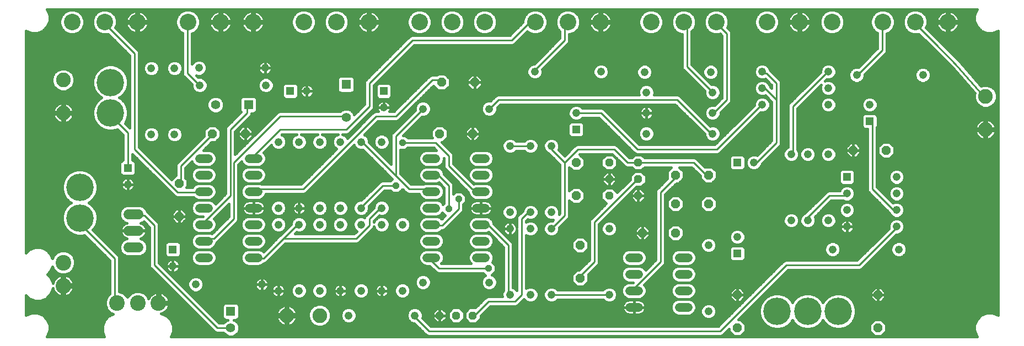
<source format=gbl>
G75*
G70*
%OFA0B0*%
%FSLAX24Y24*%
%IPPOS*%
%LPD*%
%AMOC8*
5,1,8,0,0,1.08239X$1,22.5*
%
%ADD10C,0.0520*%
%ADD11C,0.0600*%
%ADD12R,0.0476X0.0476*%
%ADD13C,0.0476*%
%ADD14R,0.0554X0.0554*%
%ADD15C,0.0554*%
%ADD16OC8,0.0520*%
%ADD17OC8,0.0476*%
%ADD18C,0.1000*%
%ADD19C,0.0945*%
%ADD20C,0.1660*%
%ADD21C,0.0886*%
%ADD22C,0.0100*%
%ADD23C,0.0160*%
%ADD24OC8,0.0400*%
D10*
X011171Y006026D02*
X011691Y006026D01*
X011691Y007026D02*
X011171Y007026D01*
X011171Y008026D02*
X011691Y008026D01*
X011691Y009026D02*
X011171Y009026D01*
X011171Y010026D02*
X011691Y010026D01*
X011691Y011026D02*
X011171Y011026D01*
X011171Y012026D02*
X011691Y012026D01*
X014171Y012026D02*
X014691Y012026D01*
X014691Y011026D02*
X014171Y011026D01*
X014171Y010026D02*
X014691Y010026D01*
X014691Y009026D02*
X014171Y009026D01*
X014171Y008026D02*
X014691Y008026D01*
X014691Y007026D02*
X014171Y007026D01*
X014171Y006026D02*
X014691Y006026D01*
X024921Y006026D02*
X025441Y006026D01*
X025441Y007026D02*
X024921Y007026D01*
X024921Y008026D02*
X025441Y008026D01*
X025441Y009026D02*
X024921Y009026D01*
X024921Y010026D02*
X025441Y010026D01*
X025441Y011026D02*
X024921Y011026D01*
X024921Y012026D02*
X025441Y012026D01*
X027921Y012026D02*
X028441Y012026D01*
X028441Y011026D02*
X027921Y011026D01*
X027921Y010026D02*
X028441Y010026D01*
X028441Y009026D02*
X027921Y009026D01*
X027921Y008026D02*
X028441Y008026D01*
X028441Y007026D02*
X027921Y007026D01*
X027921Y006026D02*
X028441Y006026D01*
X037171Y006026D02*
X037691Y006026D01*
X037691Y005026D02*
X037171Y005026D01*
X037171Y004026D02*
X037691Y004026D01*
X037691Y003026D02*
X037171Y003026D01*
X040171Y003026D02*
X040691Y003026D01*
X040691Y004026D02*
X040171Y004026D01*
X040171Y005026D02*
X040691Y005026D01*
X040691Y006026D02*
X040171Y006026D01*
D11*
X007481Y006651D02*
X006881Y006651D01*
X006881Y007651D02*
X007481Y007651D01*
X007481Y008651D02*
X006881Y008651D01*
D12*
X009556Y006526D03*
X006831Y011451D03*
X016656Y016101D03*
X022306Y016101D03*
X033931Y013776D03*
X043681Y011776D03*
X050306Y010901D03*
X051681Y014276D03*
X043681Y006276D03*
D13*
X043681Y007276D03*
X041931Y006776D03*
X046931Y008276D03*
X047931Y008276D03*
X049181Y008276D03*
X050306Y007901D03*
X050306Y008901D03*
X050306Y009901D03*
X053306Y009901D03*
X053306Y008901D03*
X053306Y007901D03*
X053431Y006526D03*
X049431Y006526D03*
X041931Y002776D03*
X035931Y003776D03*
X032431Y003776D03*
X031181Y003776D03*
X029931Y003776D03*
X028681Y004526D03*
X024681Y004526D03*
X023431Y004026D03*
X022181Y004026D03*
X020931Y004026D03*
X019681Y004026D03*
X018431Y004026D03*
X017181Y004026D03*
X015931Y004026D03*
X014931Y004401D03*
X010931Y004401D03*
X009556Y005526D03*
X015931Y008026D03*
X017181Y008026D03*
X018431Y008026D03*
X019681Y008026D03*
X020931Y008026D03*
X022181Y008026D03*
X023431Y008026D03*
X022181Y009026D03*
X020931Y009026D03*
X019681Y009026D03*
X018431Y009026D03*
X017181Y009026D03*
X015931Y009026D03*
X015931Y013026D03*
X017181Y013026D03*
X018431Y013026D03*
X019681Y013026D03*
X020931Y013026D03*
X022181Y013026D03*
X022306Y015101D03*
X024681Y015026D03*
X028681Y015026D03*
X029931Y012776D03*
X031181Y012776D03*
X032431Y012776D03*
X033931Y014776D03*
X038181Y014776D03*
X038181Y013526D03*
X042181Y013526D03*
X042181Y014776D03*
X042181Y016026D03*
X042066Y017255D03*
X045181Y017276D03*
X045181Y016276D03*
X045181Y015276D03*
X049181Y015276D03*
X049181Y016276D03*
X049181Y017276D03*
X050893Y017069D03*
X051681Y015276D03*
X054893Y017069D03*
X049181Y012276D03*
X047931Y012276D03*
X046931Y012276D03*
X044681Y011776D03*
X053306Y010901D03*
X038181Y016026D03*
X038066Y017255D03*
X035431Y017276D03*
X031431Y017276D03*
X017656Y016101D03*
X015181Y016451D03*
X015131Y017501D03*
X011131Y017501D03*
X009656Y017476D03*
X008256Y017476D03*
X011181Y016451D03*
X009656Y013476D03*
X008256Y013476D03*
X006831Y010451D03*
X020181Y002526D03*
X024181Y002526D03*
X029931Y007776D03*
X031181Y007776D03*
X032431Y007776D03*
X032431Y008776D03*
X031181Y008776D03*
X029931Y008776D03*
X035931Y007776D03*
D14*
X020031Y016501D03*
X014131Y015276D03*
X013056Y002776D03*
D15*
X013056Y001776D03*
X020031Y014501D03*
X012131Y015276D03*
D16*
X011931Y013526D03*
X013931Y013526D03*
X009931Y010526D03*
X009931Y008526D03*
X025681Y013526D03*
X027681Y013526D03*
X033931Y011776D03*
X033931Y009776D03*
X037931Y007526D03*
X039931Y007526D03*
X039931Y009276D03*
X041931Y009276D03*
X041931Y011026D03*
X039931Y011026D03*
X034181Y006776D03*
X034181Y004776D03*
X043681Y003776D03*
X043681Y001776D03*
X052181Y001776D03*
X052181Y003776D03*
X052681Y012526D03*
X050681Y012526D03*
X027792Y016628D03*
X025792Y016628D03*
D17*
X035931Y011776D03*
X037681Y011776D03*
X037681Y010776D03*
X037681Y009776D03*
X035931Y009776D03*
X035931Y010776D03*
X027681Y002526D03*
X026681Y002526D03*
X025681Y002526D03*
D18*
X026431Y020276D03*
X024463Y020276D03*
X021400Y020276D03*
X019431Y020276D03*
X017463Y020276D03*
X014400Y020276D03*
X012431Y020276D03*
X010463Y020276D03*
X007400Y020276D03*
X005431Y020276D03*
X003463Y020276D03*
X028400Y020276D03*
X031463Y020276D03*
X033431Y020276D03*
X035400Y020276D03*
X038463Y020276D03*
X040431Y020276D03*
X042400Y020276D03*
X045463Y020276D03*
X047431Y020276D03*
X049400Y020276D03*
X052463Y020276D03*
X054431Y020276D03*
X056400Y020276D03*
D19*
X008681Y003276D03*
X007431Y003276D03*
X006181Y003276D03*
X002931Y004326D03*
X002931Y005726D03*
D20*
X003931Y008426D03*
X003931Y010276D03*
X005781Y014776D03*
X005781Y016626D03*
X046081Y002776D03*
X047931Y002776D03*
X049782Y002776D03*
D21*
X058681Y013776D03*
X058681Y015776D03*
X018431Y002526D03*
X016431Y002526D03*
X002931Y014776D03*
X002931Y016776D03*
D22*
X005631Y014776D02*
X005781Y014776D01*
X005631Y014776D02*
X006831Y013576D01*
X006831Y011576D01*
X006831Y011451D01*
X007231Y012576D02*
X007231Y018376D01*
X005431Y020176D01*
X005431Y020276D01*
X010431Y020176D02*
X010463Y020276D01*
X010431Y020176D02*
X010431Y017176D01*
X011031Y016576D01*
X011181Y016451D01*
X014031Y015176D02*
X014131Y015276D01*
X014031Y015176D02*
X014031Y014776D01*
X013031Y013776D01*
X013031Y009776D01*
X011431Y008176D01*
X011431Y008026D01*
X011431Y007176D02*
X011431Y007026D01*
X011431Y007176D02*
X012031Y007176D01*
X013231Y008376D01*
X013231Y011776D01*
X016031Y014576D01*
X020031Y014576D01*
X020031Y014501D01*
X020031Y013776D02*
X021431Y015176D01*
X021431Y016576D01*
X024031Y019176D01*
X030031Y019176D01*
X031031Y020176D01*
X031431Y020176D01*
X031463Y020276D01*
X033231Y019976D02*
X033431Y020176D01*
X033431Y020276D01*
X033231Y019976D02*
X033231Y019176D01*
X031431Y017376D01*
X031431Y017276D01*
X029231Y015576D02*
X040031Y015576D01*
X042031Y013576D01*
X042181Y013526D01*
X042431Y012576D02*
X045031Y015176D01*
X045181Y015276D01*
X046031Y015576D02*
X046031Y016576D01*
X045431Y017176D01*
X045231Y017176D01*
X045181Y017276D01*
X045231Y016376D02*
X045181Y016276D01*
X045231Y016376D02*
X046031Y015576D01*
X046031Y012976D01*
X044831Y011776D01*
X044681Y011776D01*
X046931Y012276D02*
X047031Y012376D01*
X047031Y015176D01*
X049031Y017176D01*
X049181Y017276D01*
X050893Y017069D02*
X051031Y017176D01*
X052431Y018576D01*
X052431Y020176D01*
X052463Y020276D01*
X054431Y020276D02*
X054431Y020176D01*
X055631Y018976D01*
X056881Y017726D01*
X058581Y015776D01*
X058681Y015776D01*
X051831Y014176D02*
X051681Y014276D01*
X051831Y014176D02*
X051831Y010176D01*
X053231Y008776D01*
X053306Y008901D01*
X053306Y007901D02*
X053231Y007776D01*
X051031Y005576D01*
X046631Y005576D01*
X042631Y001576D01*
X025031Y001576D01*
X024231Y002376D01*
X024181Y002526D01*
X027681Y002526D02*
X027831Y002576D01*
X028631Y003376D01*
X030231Y003376D01*
X030631Y003776D01*
X030631Y008376D01*
X031031Y008776D01*
X031181Y008776D01*
X032431Y007776D02*
X033231Y008576D01*
X033231Y011776D01*
X034031Y012576D01*
X036231Y012576D01*
X037031Y011776D01*
X037631Y011776D01*
X037681Y011776D01*
X037831Y011776D01*
X041031Y011776D01*
X041831Y010976D01*
X041931Y011026D01*
X040031Y010976D02*
X039931Y011026D01*
X040031Y010976D02*
X039031Y009976D01*
X039031Y005776D01*
X037431Y004176D01*
X037431Y004026D01*
X035931Y003776D02*
X035831Y003776D01*
X032431Y003776D01*
X034031Y004776D02*
X034181Y004776D01*
X034031Y004776D02*
X035031Y005776D01*
X035031Y008176D01*
X037631Y010776D01*
X037681Y010776D01*
X037631Y012576D02*
X042431Y012576D01*
X042231Y014776D02*
X042181Y014776D01*
X042231Y014776D02*
X043031Y015576D01*
X043031Y019576D01*
X042431Y020176D01*
X042400Y020276D01*
X040631Y019976D02*
X040431Y020176D01*
X040431Y020276D01*
X040631Y019976D02*
X040631Y017576D01*
X042031Y016176D01*
X042181Y016026D01*
X037631Y012576D02*
X035431Y014776D01*
X034031Y014776D01*
X033931Y014776D01*
X032431Y012776D02*
X032431Y012576D01*
X033231Y011776D01*
X031181Y012776D02*
X031031Y012776D01*
X030031Y012776D01*
X029931Y012776D01*
X027631Y010176D02*
X026231Y011576D01*
X026231Y012176D01*
X025431Y012976D01*
X023431Y012976D01*
X023031Y013376D02*
X023031Y010976D01*
X021031Y012976D01*
X020931Y013026D01*
X020031Y013776D02*
X016031Y013776D01*
X014431Y012176D01*
X014431Y012026D01*
X011931Y013526D02*
X011831Y013376D01*
X010031Y011576D01*
X010031Y010576D01*
X009931Y010526D01*
X009831Y009976D02*
X007231Y012576D01*
X009831Y009976D02*
X011431Y009976D01*
X011431Y010026D01*
X014431Y010026D02*
X014431Y010176D01*
X017431Y010176D01*
X021831Y014576D01*
X023031Y014576D01*
X025231Y016776D01*
X025631Y016776D01*
X025792Y016628D01*
X028681Y015026D02*
X028831Y015176D01*
X029231Y015576D01*
X024681Y015026D02*
X024631Y014976D01*
X023031Y013376D01*
X023031Y010976D02*
X023831Y010176D01*
X025031Y010176D01*
X025181Y010026D01*
X025631Y010976D02*
X026231Y010376D01*
X026231Y008976D01*
X026831Y008976D02*
X025831Y007976D01*
X025231Y007976D01*
X025181Y008026D01*
X026831Y008976D02*
X026831Y009576D01*
X027631Y010176D02*
X028031Y010176D01*
X028181Y010026D01*
X025631Y010976D02*
X025231Y010976D01*
X025181Y011026D01*
X023031Y010376D02*
X022231Y010376D01*
X021031Y009176D01*
X020931Y009026D01*
X021431Y008376D02*
X022031Y008976D01*
X022181Y009026D01*
X021431Y008376D02*
X021431Y007976D01*
X020631Y007176D01*
X016231Y007176D01*
X017031Y007976D01*
X017181Y008026D01*
X016231Y007176D02*
X015031Y005976D01*
X014431Y005976D01*
X014431Y006026D01*
X012231Y001776D02*
X008431Y005576D01*
X008431Y007976D01*
X007831Y008576D01*
X007231Y008576D01*
X007181Y008651D01*
X006031Y005976D02*
X004031Y007976D01*
X004031Y008376D01*
X003931Y008426D01*
X006031Y005976D02*
X006031Y003376D01*
X006181Y003276D01*
X012231Y001776D02*
X013031Y001776D01*
X013056Y001776D01*
X025031Y005976D02*
X025181Y006026D01*
X025031Y005976D02*
X025631Y005376D01*
X028631Y005376D01*
X029831Y006776D02*
X029831Y003776D01*
X029931Y003776D01*
X029831Y006776D02*
X028631Y007976D01*
X028231Y007976D01*
X028181Y008026D01*
X047831Y008376D02*
X047931Y008276D01*
X047831Y008376D02*
X049231Y009776D01*
X050231Y009776D01*
X050306Y009901D01*
D23*
X001955Y001259D02*
X001952Y001256D01*
X005413Y001256D01*
X005293Y001544D01*
X005293Y001908D01*
X005432Y002243D01*
X005689Y002500D01*
X005941Y002604D01*
X005778Y002672D01*
X005577Y002872D01*
X005469Y003134D01*
X005469Y003418D01*
X005577Y003680D01*
X005741Y003844D01*
X005741Y005856D01*
X004206Y007392D01*
X004072Y007356D01*
X003790Y007356D01*
X003518Y007429D01*
X003274Y007570D01*
X003075Y007769D01*
X002934Y008013D01*
X002861Y008285D01*
X002861Y008567D01*
X002934Y008839D01*
X003075Y009083D01*
X003274Y009282D01*
X003394Y009351D01*
X003274Y009420D01*
X003075Y009619D01*
X002934Y009863D01*
X002861Y010135D01*
X002861Y010417D01*
X002934Y010689D01*
X003075Y010933D01*
X003274Y011132D01*
X003518Y011273D01*
X003790Y011346D01*
X004072Y011346D01*
X004344Y011273D01*
X004588Y011132D01*
X004787Y010933D01*
X004928Y010689D01*
X005001Y010417D01*
X005001Y010135D01*
X004928Y009863D01*
X004787Y009619D01*
X004588Y009420D01*
X004468Y009351D01*
X004588Y009282D01*
X004787Y009083D01*
X004928Y008839D01*
X005001Y008567D01*
X005001Y008285D01*
X004928Y008013D01*
X004787Y007769D01*
X004718Y007699D01*
X006277Y006140D01*
X006321Y006034D01*
X006321Y005918D01*
X006321Y003988D01*
X006323Y003988D01*
X006585Y003880D01*
X006785Y003680D01*
X006806Y003629D01*
X006827Y003680D01*
X007028Y003880D01*
X007289Y003988D01*
X007573Y003988D01*
X007835Y003880D01*
X008035Y003680D01*
X008089Y003550D01*
X008095Y003565D01*
X008138Y003639D01*
X008190Y003707D01*
X008250Y003768D01*
X008318Y003820D01*
X008392Y003862D01*
X008471Y003895D01*
X008554Y003917D01*
X008604Y003924D01*
X008604Y003354D01*
X008759Y003354D01*
X008759Y003924D01*
X008809Y003917D01*
X008891Y003895D01*
X008970Y003862D01*
X009044Y003820D01*
X009112Y003768D01*
X009173Y003707D01*
X009225Y003639D01*
X009268Y003565D01*
X009300Y003486D01*
X009322Y003404D01*
X009329Y003354D01*
X008759Y003354D01*
X008759Y003199D01*
X009329Y003199D01*
X009322Y003148D01*
X009300Y003066D01*
X009268Y002987D01*
X009225Y002913D01*
X009173Y002845D01*
X009112Y002784D01*
X009044Y002732D01*
X008970Y002690D01*
X008891Y002657D01*
X008825Y002639D01*
X008838Y002639D01*
X009173Y002500D01*
X009430Y002243D01*
X009569Y001908D01*
X009569Y001544D01*
X009450Y001256D01*
X058160Y001256D01*
X058157Y001259D01*
X058018Y001594D01*
X058018Y001958D01*
X058157Y002293D01*
X058414Y002550D01*
X058750Y002689D01*
X059113Y002689D01*
X059448Y002550D01*
X059451Y002547D01*
X059451Y019755D01*
X059448Y019752D01*
X059113Y019613D01*
X058750Y019613D01*
X058414Y019752D01*
X058157Y020009D01*
X058018Y020344D01*
X058018Y020708D01*
X058157Y021043D01*
X058160Y021046D01*
X001952Y021046D01*
X001955Y021043D01*
X002094Y020708D01*
X002094Y020344D01*
X001955Y020009D01*
X001698Y019752D01*
X001363Y019613D01*
X001000Y019613D01*
X000664Y019752D01*
X000661Y019755D01*
X000661Y006297D01*
X000864Y006500D01*
X001200Y006639D01*
X001563Y006639D01*
X001898Y006500D01*
X002155Y006243D01*
X002265Y005979D01*
X002327Y006130D01*
X002528Y006330D01*
X002789Y006438D01*
X003073Y006438D01*
X003335Y006330D01*
X003535Y006130D01*
X003644Y005868D01*
X003644Y005584D01*
X003535Y005322D01*
X003335Y005122D01*
X003073Y005014D01*
X002789Y005014D01*
X002528Y005122D01*
X002327Y005322D01*
X002265Y005473D01*
X002155Y005209D01*
X001972Y005026D01*
X002155Y004843D01*
X002294Y004508D01*
X002294Y004469D01*
X002312Y004536D01*
X002345Y004615D01*
X002388Y004689D01*
X002440Y004757D01*
X002500Y004818D01*
X002568Y004870D01*
X002642Y004912D01*
X002721Y004945D01*
X002804Y004967D01*
X002854Y004974D01*
X002854Y004404D01*
X003009Y004404D01*
X003009Y004974D01*
X003059Y004967D01*
X003141Y004945D01*
X003220Y004912D01*
X003294Y004870D01*
X003362Y004818D01*
X003423Y004757D01*
X003475Y004689D01*
X003518Y004615D01*
X003550Y004536D01*
X003572Y004454D01*
X003579Y004404D01*
X003009Y004404D01*
X003009Y004249D01*
X003579Y004249D01*
X003572Y004198D01*
X003550Y004116D01*
X003518Y004037D01*
X003475Y003963D01*
X003423Y003895D01*
X003362Y003834D01*
X003294Y003782D01*
X003220Y003740D01*
X003141Y003707D01*
X003059Y003685D01*
X003009Y003678D01*
X003009Y004248D01*
X002854Y004248D01*
X002854Y003678D01*
X002804Y003685D01*
X002721Y003707D01*
X002642Y003740D01*
X002568Y003782D01*
X002500Y003834D01*
X002440Y003895D01*
X002388Y003963D01*
X002345Y004037D01*
X002312Y004116D01*
X002294Y004183D01*
X002294Y004144D01*
X002155Y003809D01*
X001898Y003552D01*
X001563Y003413D01*
X001200Y003413D01*
X000864Y003552D01*
X000661Y003755D01*
X000661Y002547D01*
X000664Y002550D01*
X001000Y002689D01*
X001363Y002689D01*
X001698Y002550D01*
X001955Y002293D01*
X002094Y001958D01*
X002094Y001594D01*
X001955Y001259D01*
X002018Y001410D02*
X005349Y001410D01*
X005293Y001569D02*
X002084Y001569D01*
X002094Y001727D02*
X005293Y001727D01*
X005293Y001886D02*
X002094Y001886D01*
X002058Y002044D02*
X005350Y002044D01*
X005415Y002203D02*
X001993Y002203D01*
X001887Y002361D02*
X005550Y002361D01*
X005737Y002520D02*
X001728Y002520D01*
X001388Y002679D02*
X005771Y002679D01*
X005613Y002837D02*
X000661Y002837D01*
X000661Y002679D02*
X000974Y002679D01*
X000661Y002996D02*
X005526Y002996D01*
X005469Y003154D02*
X000661Y003154D01*
X000661Y003313D02*
X005469Y003313D01*
X005491Y003471D02*
X001704Y003471D01*
X001976Y003630D02*
X005557Y003630D01*
X005686Y003788D02*
X003302Y003788D01*
X003463Y003947D02*
X005741Y003947D01*
X005741Y004105D02*
X003546Y004105D01*
X003576Y004423D02*
X005741Y004423D01*
X005741Y004581D02*
X003532Y004581D01*
X003436Y004740D02*
X005741Y004740D01*
X005741Y004898D02*
X003245Y004898D01*
X003177Y005057D02*
X005741Y005057D01*
X005741Y005215D02*
X003428Y005215D01*
X003556Y005374D02*
X005741Y005374D01*
X005741Y005532D02*
X003622Y005532D01*
X003644Y005691D02*
X005741Y005691D01*
X005741Y005849D02*
X003644Y005849D01*
X003586Y006008D02*
X005589Y006008D01*
X005431Y006167D02*
X003498Y006167D01*
X003340Y006325D02*
X005272Y006325D01*
X005113Y006484D02*
X001915Y006484D01*
X002073Y006325D02*
X002523Y006325D01*
X002364Y006167D02*
X002187Y006167D01*
X002253Y006008D02*
X002277Y006008D01*
X000848Y006484D02*
X000661Y006484D01*
X000661Y006642D02*
X004955Y006642D01*
X004796Y006801D02*
X000661Y006801D01*
X000661Y006959D02*
X004638Y006959D01*
X004479Y007118D02*
X000661Y007118D01*
X000661Y007276D02*
X004321Y007276D01*
X004982Y007435D02*
X006453Y007435D01*
X006436Y007467D02*
X006471Y007399D01*
X006515Y007338D01*
X006568Y007285D01*
X006630Y007241D01*
X006697Y007206D01*
X006761Y007186D01*
X006575Y007109D01*
X006423Y006957D01*
X006341Y006758D01*
X006341Y006544D01*
X006423Y006345D01*
X006575Y006193D01*
X006774Y006111D01*
X007589Y006111D01*
X007787Y006193D01*
X007939Y006345D01*
X008021Y006544D01*
X008021Y006758D01*
X007939Y006957D01*
X007787Y007109D01*
X007602Y007186D01*
X007665Y007206D01*
X007733Y007241D01*
X007794Y007285D01*
X007847Y007338D01*
X007892Y007399D01*
X007926Y007467D01*
X007949Y007539D01*
X007961Y007613D01*
X007961Y007631D01*
X007201Y007631D01*
X007201Y007671D01*
X007961Y007671D01*
X007961Y007689D01*
X007949Y007763D01*
X007926Y007835D01*
X007892Y007903D01*
X007847Y007964D01*
X007794Y008017D01*
X007733Y008062D01*
X007665Y008096D01*
X007602Y008117D01*
X007787Y008193D01*
X007795Y008202D01*
X008141Y007856D01*
X008141Y005518D01*
X008185Y005412D01*
X008267Y005330D01*
X012067Y001530D01*
X012173Y001486D01*
X012289Y001486D01*
X012617Y001486D01*
X012618Y001483D01*
X012763Y001338D01*
X012953Y001259D01*
X013159Y001259D01*
X013349Y001338D01*
X013495Y001483D01*
X013573Y001673D01*
X013573Y001879D01*
X013495Y002069D01*
X013349Y002214D01*
X013242Y002259D01*
X013381Y002259D01*
X013469Y002295D01*
X013537Y002363D01*
X013573Y002451D01*
X013573Y003101D01*
X013537Y003189D01*
X013469Y003257D01*
X013381Y003293D01*
X012731Y003293D01*
X012643Y003257D01*
X012576Y003189D01*
X012539Y003101D01*
X012539Y002451D01*
X012576Y002363D01*
X012643Y002295D01*
X012731Y002259D01*
X012871Y002259D01*
X012763Y002214D01*
X012618Y002069D01*
X012617Y002066D01*
X012351Y002066D01*
X008721Y005696D01*
X008721Y007918D01*
X008721Y008034D01*
X008677Y008140D01*
X008077Y008740D01*
X007995Y008822D01*
X007939Y008957D01*
X007787Y009109D01*
X007589Y009191D01*
X006774Y009191D01*
X006575Y009109D01*
X006423Y008957D01*
X006341Y008758D01*
X006341Y008544D01*
X006423Y008345D01*
X006575Y008193D01*
X006761Y008117D01*
X006697Y008096D01*
X006630Y008062D01*
X006568Y008017D01*
X006515Y007964D01*
X006471Y007903D01*
X006436Y007835D01*
X006413Y007763D01*
X006401Y007689D01*
X006401Y007671D01*
X007161Y007671D01*
X007161Y007631D01*
X006401Y007631D01*
X006401Y007613D01*
X006413Y007539D01*
X006436Y007467D01*
X006404Y007593D02*
X004824Y007593D01*
X004771Y007752D02*
X006411Y007752D01*
X006476Y007911D02*
X004869Y007911D01*
X004943Y008069D02*
X006644Y008069D01*
X006541Y008228D02*
X004986Y008228D01*
X005001Y008386D02*
X006406Y008386D01*
X006341Y008545D02*
X005001Y008545D01*
X004964Y008703D02*
X006341Y008703D01*
X006384Y008862D02*
X004915Y008862D01*
X004823Y009020D02*
X006487Y009020D01*
X006744Y009179D02*
X004691Y009179D01*
X004492Y009337D02*
X010775Y009337D01*
X010747Y009309D02*
X010671Y009126D01*
X010671Y008927D01*
X010747Y008743D01*
X010888Y008602D01*
X011072Y008526D01*
X010888Y008450D01*
X010747Y008309D01*
X010671Y008126D01*
X010671Y007927D01*
X010747Y007743D01*
X010888Y007602D01*
X011072Y007526D01*
X010888Y007450D01*
X010747Y007309D01*
X010671Y007126D01*
X010671Y006927D01*
X010747Y006743D01*
X010888Y006602D01*
X011072Y006526D01*
X011791Y006526D01*
X011974Y006602D01*
X012115Y006743D01*
X012191Y006927D01*
X012191Y006928D01*
X012195Y006930D01*
X012277Y007012D01*
X013477Y008212D01*
X013521Y008318D01*
X013521Y008434D01*
X013521Y011656D01*
X013706Y011841D01*
X013747Y011743D01*
X013888Y011602D01*
X014072Y011526D01*
X014791Y011526D01*
X014974Y011602D01*
X015115Y011743D01*
X015191Y011927D01*
X015191Y012126D01*
X015115Y012309D01*
X015045Y012380D01*
X015495Y012830D01*
X015526Y012755D01*
X015661Y012621D01*
X015836Y012548D01*
X016026Y012548D01*
X016202Y012621D01*
X016336Y012755D01*
X016409Y012931D01*
X016409Y013121D01*
X016336Y013297D01*
X016202Y013431D01*
X016127Y013462D01*
X016151Y013486D01*
X017043Y013486D01*
X016911Y013431D01*
X016776Y013297D01*
X016703Y013121D01*
X016703Y012931D01*
X016776Y012755D01*
X016911Y012621D01*
X017086Y012548D01*
X017276Y012548D01*
X017452Y012621D01*
X017586Y012755D01*
X017659Y012931D01*
X017659Y013121D01*
X017586Y013297D01*
X017452Y013431D01*
X017319Y013486D01*
X018293Y013486D01*
X018161Y013431D01*
X018026Y013297D01*
X017953Y013121D01*
X017953Y012931D01*
X018026Y012755D01*
X018161Y012621D01*
X018336Y012548D01*
X018526Y012548D01*
X018702Y012621D01*
X018836Y012755D01*
X018909Y012931D01*
X018909Y013121D01*
X018836Y013297D01*
X018702Y013431D01*
X018569Y013486D01*
X019543Y013486D01*
X019411Y013431D01*
X019276Y013297D01*
X019203Y013121D01*
X019203Y012931D01*
X019276Y012755D01*
X019411Y012621D01*
X019450Y012605D01*
X017311Y010466D01*
X014935Y010466D01*
X014791Y010526D01*
X014072Y010526D01*
X013888Y010450D01*
X013747Y010309D01*
X013671Y010126D01*
X013671Y009927D01*
X013747Y009743D01*
X013888Y009602D01*
X014072Y009526D01*
X014791Y009526D01*
X014974Y009602D01*
X015115Y009743D01*
X015174Y009886D01*
X017373Y009886D01*
X017489Y009886D01*
X017595Y009930D01*
X020495Y012830D01*
X020526Y012755D01*
X020661Y012621D01*
X020836Y012548D01*
X021026Y012548D01*
X021042Y012555D01*
X022785Y010812D01*
X022815Y010782D01*
X022699Y010666D01*
X022289Y010666D01*
X022173Y010666D01*
X022067Y010622D01*
X020949Y009504D01*
X020836Y009504D01*
X020661Y009431D01*
X020526Y009297D01*
X020453Y009121D01*
X020453Y008931D01*
X020526Y008755D01*
X020661Y008621D01*
X020836Y008548D01*
X021026Y008548D01*
X021202Y008621D01*
X021336Y008755D01*
X021409Y008931D01*
X021409Y009121D01*
X021402Y009137D01*
X022351Y010086D01*
X022699Y010086D01*
X022849Y009936D01*
X023213Y009936D01*
X023437Y010160D01*
X023585Y010012D01*
X023667Y009930D01*
X023773Y009886D01*
X024438Y009886D01*
X024497Y009743D01*
X024638Y009602D01*
X024822Y009526D01*
X025541Y009526D01*
X025724Y009602D01*
X025865Y009743D01*
X025941Y009927D01*
X025941Y010126D01*
X025865Y010309D01*
X025724Y010450D01*
X025541Y010526D01*
X024822Y010526D01*
X024677Y010466D01*
X023951Y010466D01*
X023321Y011096D01*
X023321Y012536D01*
X023613Y012536D01*
X023763Y012686D01*
X025311Y012686D01*
X025471Y012526D01*
X024822Y012526D01*
X024638Y012450D01*
X024497Y012309D01*
X024421Y012126D01*
X024421Y011927D01*
X024497Y011743D01*
X024638Y011602D01*
X024822Y011526D01*
X025541Y011526D01*
X025724Y011602D01*
X025865Y011743D01*
X025941Y011927D01*
X025941Y012056D01*
X025941Y012056D01*
X025941Y011518D01*
X025985Y011412D01*
X026067Y011330D01*
X027421Y009976D01*
X027421Y009927D01*
X027497Y009743D01*
X027638Y009602D01*
X027822Y009526D01*
X028541Y009526D01*
X028724Y009602D01*
X028865Y009743D01*
X028941Y009927D01*
X028941Y010126D01*
X028865Y010309D01*
X028724Y010450D01*
X028541Y010526D01*
X027822Y010526D01*
X027729Y010488D01*
X026521Y011696D01*
X026521Y012118D01*
X026521Y012234D01*
X026477Y012340D01*
X025791Y013026D01*
X025888Y013026D01*
X026181Y013319D01*
X026181Y013733D01*
X025888Y014026D01*
X025474Y014026D01*
X025181Y013733D01*
X025181Y013319D01*
X025234Y013266D01*
X023763Y013266D01*
X023613Y013416D01*
X023481Y013416D01*
X024614Y014548D01*
X024776Y014548D01*
X024952Y014621D01*
X025086Y014755D01*
X025159Y014931D01*
X025159Y015121D01*
X025086Y015297D01*
X024952Y015431D01*
X024776Y015504D01*
X024586Y015504D01*
X024411Y015431D01*
X024276Y015297D01*
X024203Y015121D01*
X024203Y014958D01*
X022867Y013622D01*
X022785Y013540D01*
X022741Y013434D01*
X022741Y011676D01*
X021409Y013008D01*
X021409Y013121D01*
X021336Y013297D01*
X021202Y013431D01*
X021127Y013462D01*
X021951Y014286D01*
X022973Y014286D01*
X023089Y014286D01*
X023195Y014330D01*
X025292Y016426D01*
X025292Y016421D01*
X025584Y016128D01*
X025999Y016128D01*
X026292Y016421D01*
X026292Y016835D01*
X025999Y017128D01*
X025584Y017128D01*
X025522Y017066D01*
X025173Y017066D01*
X025067Y017022D01*
X024985Y016940D01*
X022911Y014866D01*
X022652Y014866D01*
X022663Y014882D01*
X022693Y014941D01*
X022714Y015003D01*
X022724Y015068D01*
X022724Y015101D01*
X022307Y015101D01*
X022307Y015101D01*
X022724Y015101D01*
X022724Y015134D01*
X022714Y015199D01*
X022693Y015261D01*
X022663Y015320D01*
X022625Y015373D01*
X022578Y015420D01*
X022525Y015458D01*
X022467Y015488D01*
X022404Y015509D01*
X022339Y015519D01*
X022306Y015519D01*
X022273Y015519D01*
X022208Y015509D01*
X022146Y015488D01*
X022087Y015458D01*
X022034Y015420D01*
X021987Y015373D01*
X021949Y015320D01*
X021919Y015261D01*
X021899Y015199D01*
X021888Y015134D01*
X021888Y015101D01*
X021888Y015068D01*
X021899Y015003D01*
X021919Y014941D01*
X021949Y014882D01*
X021961Y014866D01*
X021773Y014866D01*
X021667Y014822D01*
X021585Y014740D01*
X020102Y013257D01*
X020086Y013297D01*
X019952Y013431D01*
X019819Y013486D01*
X019973Y013486D01*
X020089Y013486D01*
X020195Y013530D01*
X021595Y014930D01*
X021677Y015012D01*
X021721Y015118D01*
X021721Y016456D01*
X024151Y018886D01*
X029973Y018886D01*
X030089Y018886D01*
X030195Y018930D01*
X030979Y019714D01*
X031043Y019649D01*
X031315Y019536D01*
X031610Y019536D01*
X031882Y019649D01*
X032090Y019857D01*
X032203Y020129D01*
X032203Y020423D01*
X032090Y020695D01*
X031882Y020903D01*
X031610Y021016D01*
X031315Y021016D01*
X031043Y020903D01*
X030835Y020695D01*
X030723Y020423D01*
X030723Y020278D01*
X029911Y019466D01*
X023973Y019466D01*
X023867Y019422D01*
X023785Y019340D01*
X021185Y016740D01*
X021141Y016634D01*
X021141Y016518D01*
X021141Y015296D01*
X020519Y014674D01*
X020470Y014794D01*
X020324Y014939D01*
X020134Y015018D01*
X019928Y015018D01*
X019738Y014939D01*
X019665Y014866D01*
X016089Y014866D01*
X015973Y014866D01*
X015867Y014822D01*
X013321Y012276D01*
X013321Y013656D01*
X014195Y014530D01*
X014277Y014612D01*
X014321Y014718D01*
X014321Y014759D01*
X014456Y014759D01*
X014544Y014795D01*
X014612Y014863D01*
X014648Y014951D01*
X014648Y015601D01*
X014612Y015689D01*
X014544Y015757D01*
X014456Y015793D01*
X013806Y015793D01*
X013718Y015757D01*
X013651Y015689D01*
X013614Y015601D01*
X013614Y014951D01*
X013651Y014863D01*
X013679Y014834D01*
X012785Y013940D01*
X012741Y013834D01*
X012741Y013718D01*
X012741Y009896D01*
X012126Y009281D01*
X012115Y009309D01*
X011974Y009450D01*
X011791Y009526D01*
X011974Y009602D01*
X012115Y009743D01*
X012191Y009927D01*
X012191Y010126D01*
X012115Y010309D01*
X011974Y010450D01*
X011791Y010526D01*
X011072Y010526D01*
X010888Y010450D01*
X010747Y010309D01*
X010729Y010266D01*
X010378Y010266D01*
X010431Y010319D01*
X010431Y010733D01*
X010321Y010843D01*
X010321Y011456D01*
X010707Y011841D01*
X010747Y011743D01*
X010888Y011602D01*
X011072Y011526D01*
X011791Y011526D01*
X011974Y011602D01*
X012115Y011743D01*
X012191Y011927D01*
X012191Y012126D01*
X012115Y012309D01*
X011974Y012450D01*
X011791Y012526D01*
X011391Y012526D01*
X011891Y013026D01*
X012138Y013026D01*
X012431Y013319D01*
X012431Y013733D01*
X012138Y014026D01*
X011724Y014026D01*
X011431Y013733D01*
X011431Y013386D01*
X009867Y011822D01*
X009785Y011740D01*
X009741Y011634D01*
X009741Y011026D01*
X009724Y011026D01*
X009458Y010760D01*
X007521Y012696D01*
X007521Y018318D01*
X007521Y018434D01*
X007477Y018540D01*
X006088Y019929D01*
X006171Y020129D01*
X006171Y020423D01*
X006059Y020695D01*
X005850Y020903D01*
X005578Y021016D01*
X005284Y021016D01*
X005012Y020903D01*
X004804Y020695D01*
X004691Y020423D01*
X004691Y020129D01*
X004804Y019857D01*
X005012Y019649D01*
X005284Y019536D01*
X005578Y019536D01*
X005637Y019560D01*
X006941Y018256D01*
X006941Y013876D01*
X006660Y014158D01*
X006778Y014363D01*
X006851Y014635D01*
X006851Y014917D01*
X006778Y015189D01*
X006637Y015433D01*
X006438Y015632D01*
X006318Y015701D01*
X006438Y015770D01*
X006637Y015969D01*
X006778Y016213D01*
X006851Y016486D01*
X006851Y016767D01*
X006778Y017039D01*
X006637Y017283D01*
X006438Y017483D01*
X006194Y017623D01*
X005922Y017696D01*
X005640Y017696D01*
X005368Y017623D01*
X005124Y017483D01*
X004925Y017283D01*
X004784Y017039D01*
X004711Y016767D01*
X004711Y016486D01*
X004784Y016213D01*
X004925Y015969D01*
X005124Y015770D01*
X005244Y015701D01*
X005124Y015632D01*
X004925Y015433D01*
X004784Y015189D01*
X004711Y014917D01*
X004711Y014635D01*
X004784Y014363D01*
X004925Y014119D01*
X005124Y013920D01*
X005368Y013779D01*
X005640Y013706D01*
X005922Y013706D01*
X006194Y013779D01*
X006209Y013788D01*
X006541Y013456D01*
X006541Y011927D01*
X006457Y011892D01*
X006390Y011825D01*
X006353Y011737D01*
X006353Y011166D01*
X006390Y011077D01*
X006457Y011010D01*
X006546Y010973D01*
X007117Y010973D01*
X007205Y011010D01*
X007272Y011077D01*
X007309Y011166D01*
X007309Y011737D01*
X007272Y011825D01*
X007205Y011892D01*
X007121Y011927D01*
X007121Y012276D01*
X009667Y009730D01*
X009773Y009686D01*
X009889Y009686D01*
X010804Y009686D01*
X010888Y009602D01*
X011072Y009526D01*
X011791Y009526D01*
X011072Y009526D01*
X010888Y009450D01*
X010747Y009309D01*
X010693Y009179D02*
X007618Y009179D01*
X007876Y009020D02*
X010671Y009020D01*
X010698Y008862D02*
X010218Y008862D01*
X010113Y008966D02*
X009931Y008966D01*
X009749Y008966D01*
X009491Y008708D01*
X009491Y008526D01*
X009491Y008344D01*
X009749Y008086D01*
X009931Y008086D01*
X009931Y008526D01*
X009491Y008526D01*
X009931Y008526D01*
X009931Y008526D01*
X009931Y008526D01*
X009931Y008966D01*
X009931Y008526D01*
X009931Y008526D01*
X009931Y008086D01*
X010113Y008086D01*
X010371Y008344D01*
X010371Y008526D01*
X009932Y008526D01*
X009932Y008526D01*
X010371Y008526D01*
X010371Y008708D01*
X010113Y008966D01*
X009931Y008862D02*
X009931Y008862D01*
X009931Y008703D02*
X009931Y008703D01*
X009931Y008545D02*
X009931Y008545D01*
X009931Y008386D02*
X009931Y008386D01*
X009931Y008228D02*
X009931Y008228D01*
X009607Y008228D02*
X008590Y008228D01*
X008707Y008069D02*
X010671Y008069D01*
X010678Y007911D02*
X008721Y007911D01*
X008721Y007752D02*
X010743Y007752D01*
X010909Y007593D02*
X008721Y007593D01*
X008721Y007435D02*
X010873Y007435D01*
X010734Y007276D02*
X008721Y007276D01*
X008721Y007118D02*
X010671Y007118D01*
X010671Y006959D02*
X009938Y006959D01*
X009930Y006967D02*
X009842Y007004D01*
X009271Y007004D01*
X009182Y006967D01*
X009115Y006900D01*
X009078Y006812D01*
X009078Y006241D01*
X009115Y006152D01*
X009182Y006085D01*
X009271Y006048D01*
X009842Y006048D01*
X009930Y006085D01*
X009997Y006152D01*
X010034Y006241D01*
X010034Y006812D01*
X009997Y006900D01*
X009930Y006967D01*
X010034Y006801D02*
X010723Y006801D01*
X010848Y006642D02*
X010034Y006642D01*
X010034Y006484D02*
X010969Y006484D01*
X010888Y006450D02*
X010747Y006309D01*
X010671Y006126D01*
X010671Y005927D01*
X010747Y005743D01*
X010888Y005602D01*
X011072Y005526D01*
X011791Y005526D01*
X011974Y005602D01*
X012115Y005743D01*
X012191Y005927D01*
X012191Y006126D01*
X012115Y006309D01*
X011974Y006450D01*
X011791Y006526D01*
X011072Y006526D01*
X010888Y006450D01*
X010763Y006325D02*
X010034Y006325D01*
X010003Y006167D02*
X010688Y006167D01*
X010671Y006008D02*
X008721Y006008D01*
X008721Y006167D02*
X009109Y006167D01*
X009078Y006325D02*
X008721Y006325D01*
X008721Y006484D02*
X009078Y006484D01*
X009078Y006642D02*
X008721Y006642D01*
X008721Y006801D02*
X009078Y006801D01*
X009174Y006959D02*
X008721Y006959D01*
X008141Y006959D02*
X007937Y006959D01*
X008004Y006801D02*
X008141Y006801D01*
X008141Y006642D02*
X008021Y006642D01*
X007996Y006484D02*
X008141Y006484D01*
X008141Y006325D02*
X007919Y006325D01*
X007722Y006167D02*
X008141Y006167D01*
X008141Y006008D02*
X006321Y006008D01*
X006321Y005849D02*
X008141Y005849D01*
X008141Y005691D02*
X006321Y005691D01*
X006321Y005532D02*
X008141Y005532D01*
X008223Y005374D02*
X006321Y005374D01*
X006321Y005215D02*
X008382Y005215D01*
X008540Y005057D02*
X006321Y005057D01*
X006321Y004898D02*
X008699Y004898D01*
X008857Y004740D02*
X006321Y004740D01*
X006321Y004581D02*
X009016Y004581D01*
X009175Y004423D02*
X006321Y004423D01*
X006321Y004264D02*
X009333Y004264D01*
X009492Y004105D02*
X006321Y004105D01*
X006423Y003947D02*
X007189Y003947D01*
X006936Y003788D02*
X006676Y003788D01*
X006806Y003630D02*
X006807Y003630D01*
X007673Y003947D02*
X009650Y003947D01*
X009809Y003788D02*
X009085Y003788D01*
X009230Y003630D02*
X009967Y003630D01*
X010126Y003471D02*
X009304Y003471D01*
X009323Y003154D02*
X010443Y003154D01*
X010601Y002996D02*
X009271Y002996D01*
X009165Y002837D02*
X010760Y002837D01*
X010919Y002679D02*
X008944Y002679D01*
X009125Y002520D02*
X011077Y002520D01*
X011236Y002361D02*
X009312Y002361D01*
X009447Y002203D02*
X011394Y002203D01*
X011553Y002044D02*
X009513Y002044D01*
X009569Y001886D02*
X011711Y001886D01*
X011870Y001727D02*
X009569Y001727D01*
X009569Y001569D02*
X012028Y001569D01*
X012691Y001410D02*
X009514Y001410D01*
X011739Y002679D02*
X012539Y002679D01*
X012539Y002837D02*
X011580Y002837D01*
X011422Y002996D02*
X012539Y002996D01*
X012561Y003154D02*
X011263Y003154D01*
X011105Y003313D02*
X028158Y003313D01*
X028316Y003471D02*
X010946Y003471D01*
X010787Y003630D02*
X015799Y003630D01*
X015771Y003639D02*
X015833Y003619D01*
X015898Y003608D01*
X015931Y003608D01*
X015931Y004026D01*
X015513Y004026D01*
X015513Y003993D01*
X015524Y003928D01*
X015544Y003866D01*
X015574Y003807D01*
X015612Y003754D01*
X015659Y003707D01*
X015712Y003669D01*
X015771Y003639D01*
X015931Y003630D02*
X015931Y003630D01*
X015931Y003608D02*
X015964Y003608D01*
X016029Y003619D01*
X016092Y003639D01*
X016150Y003669D01*
X016203Y003707D01*
X016250Y003754D01*
X016288Y003807D01*
X016318Y003866D01*
X016339Y003928D01*
X016349Y003993D01*
X016349Y004026D01*
X015932Y004026D01*
X015932Y004026D01*
X016349Y004026D01*
X016349Y004059D01*
X016339Y004124D01*
X016318Y004186D01*
X016288Y004245D01*
X016250Y004298D01*
X016203Y004345D01*
X016150Y004383D01*
X016092Y004413D01*
X016029Y004434D01*
X015964Y004444D01*
X015931Y004444D01*
X015898Y004444D01*
X015833Y004434D01*
X015771Y004413D01*
X015712Y004383D01*
X015659Y004345D01*
X015612Y004298D01*
X015574Y004245D01*
X015544Y004186D01*
X015524Y004124D01*
X015513Y004059D01*
X015513Y004026D01*
X015931Y004026D01*
X015931Y004026D01*
X015931Y004026D01*
X015931Y004444D01*
X015931Y004026D01*
X015931Y004026D01*
X015931Y003608D01*
X016064Y003630D02*
X016902Y003630D01*
X016911Y003621D02*
X017086Y003548D01*
X017276Y003548D01*
X017452Y003621D01*
X017586Y003755D01*
X017659Y003931D01*
X017659Y004121D01*
X017586Y004297D01*
X017452Y004431D01*
X017276Y004504D01*
X017086Y004504D01*
X016911Y004431D01*
X016776Y004297D01*
X016703Y004121D01*
X016703Y003931D01*
X016776Y003755D01*
X016911Y003621D01*
X016762Y003788D02*
X016275Y003788D01*
X016342Y003947D02*
X016703Y003947D01*
X016703Y004105D02*
X016342Y004105D01*
X016275Y004264D02*
X016763Y004264D01*
X016902Y004423D02*
X016063Y004423D01*
X015931Y004423D02*
X015931Y004423D01*
X015800Y004423D02*
X015349Y004423D01*
X015349Y004434D02*
X015339Y004499D01*
X015318Y004561D01*
X015288Y004620D01*
X015250Y004673D01*
X015203Y004720D01*
X015150Y004758D01*
X015092Y004788D01*
X015029Y004809D01*
X014964Y004819D01*
X014931Y004819D01*
X014898Y004819D01*
X014833Y004809D01*
X014771Y004788D01*
X014712Y004758D01*
X014659Y004720D01*
X014612Y004673D01*
X014574Y004620D01*
X014544Y004561D01*
X014524Y004499D01*
X014513Y004434D01*
X014513Y004401D01*
X014513Y004368D01*
X014524Y004303D01*
X014544Y004241D01*
X014574Y004182D01*
X014612Y004129D01*
X014659Y004082D01*
X014712Y004044D01*
X014771Y004014D01*
X014833Y003994D01*
X014898Y003983D01*
X014931Y003983D01*
X014931Y004401D01*
X014513Y004401D01*
X014931Y004401D01*
X014931Y004401D01*
X014931Y004401D01*
X014931Y003983D01*
X014964Y003983D01*
X015029Y003994D01*
X015092Y004014D01*
X015150Y004044D01*
X015203Y004082D01*
X015250Y004129D01*
X015288Y004182D01*
X015318Y004241D01*
X015339Y004303D01*
X015349Y004368D01*
X015349Y004401D01*
X014932Y004401D01*
X014932Y004401D01*
X015349Y004401D01*
X015349Y004434D01*
X015308Y004581D02*
X024203Y004581D01*
X024203Y004621D02*
X024203Y004431D01*
X024276Y004255D01*
X024411Y004121D01*
X024586Y004048D01*
X024776Y004048D01*
X024952Y004121D01*
X025086Y004255D01*
X025159Y004431D01*
X025159Y004621D01*
X025086Y004797D01*
X024952Y004931D01*
X024776Y005004D01*
X024586Y005004D01*
X024411Y004931D01*
X024276Y004797D01*
X024203Y004621D01*
X024252Y004740D02*
X015176Y004740D01*
X014931Y004740D02*
X014931Y004740D01*
X014931Y004819D02*
X014931Y004401D01*
X014931Y004401D01*
X014931Y004819D01*
X014931Y004581D02*
X014931Y004581D01*
X014931Y004423D02*
X014931Y004423D01*
X014931Y004264D02*
X014931Y004264D01*
X014931Y004105D02*
X014931Y004105D01*
X014636Y004105D02*
X011311Y004105D01*
X011336Y004130D02*
X011409Y004306D01*
X011409Y004496D01*
X011336Y004672D01*
X011202Y004806D01*
X011026Y004879D01*
X010836Y004879D01*
X010661Y004806D01*
X010526Y004672D01*
X010453Y004496D01*
X010453Y004306D01*
X010526Y004130D01*
X010661Y003996D01*
X010836Y003923D01*
X011026Y003923D01*
X011202Y003996D01*
X011336Y004130D01*
X011392Y004264D02*
X014536Y004264D01*
X014513Y004423D02*
X011409Y004423D01*
X011374Y004581D02*
X014554Y004581D01*
X014686Y004740D02*
X011268Y004740D01*
X010594Y004740D02*
X009678Y004740D01*
X009519Y004898D02*
X024378Y004898D01*
X024985Y004898D02*
X028378Y004898D01*
X028411Y004931D02*
X028276Y004797D01*
X028203Y004621D01*
X028203Y004431D01*
X028276Y004255D01*
X028411Y004121D01*
X028586Y004048D01*
X028776Y004048D01*
X028952Y004121D01*
X029086Y004255D01*
X029159Y004431D01*
X029159Y004621D01*
X029086Y004797D01*
X028952Y004931D01*
X028850Y004973D01*
X029071Y005194D01*
X029071Y005558D01*
X028871Y005758D01*
X028941Y005927D01*
X028941Y006126D01*
X028865Y006309D01*
X028724Y006450D01*
X028541Y006526D01*
X028724Y006602D01*
X028865Y006743D01*
X028941Y006927D01*
X028941Y007126D01*
X028865Y007309D01*
X028724Y007450D01*
X028541Y007526D01*
X028633Y007564D01*
X029541Y006656D01*
X029541Y004062D01*
X029526Y004047D01*
X029453Y003871D01*
X029453Y003681D01*
X029460Y003666D01*
X028573Y003666D01*
X028467Y003622D01*
X028385Y003540D01*
X027849Y003004D01*
X027483Y003004D01*
X027203Y002724D01*
X027203Y002328D01*
X027483Y002048D01*
X027879Y002048D01*
X028159Y002328D01*
X028159Y002494D01*
X028751Y003086D01*
X030173Y003086D01*
X030289Y003086D01*
X030395Y003130D01*
X030774Y003509D01*
X030776Y003505D01*
X030911Y003371D01*
X031086Y003298D01*
X031276Y003298D01*
X031452Y003371D01*
X031586Y003505D01*
X031659Y003681D01*
X031659Y003871D01*
X031586Y004047D01*
X031452Y004181D01*
X031276Y004254D01*
X031086Y004254D01*
X030921Y004185D01*
X030921Y007367D01*
X031086Y007298D01*
X031276Y007298D01*
X031452Y007371D01*
X031586Y007505D01*
X031659Y007681D01*
X031659Y007871D01*
X031586Y008047D01*
X031452Y008181D01*
X031276Y008254D01*
X031086Y008254D01*
X030921Y008185D01*
X030921Y008256D01*
X030999Y008334D01*
X031086Y008298D01*
X031276Y008298D01*
X031452Y008371D01*
X031586Y008505D01*
X031659Y008681D01*
X031659Y008871D01*
X031586Y009047D01*
X031452Y009181D01*
X031276Y009254D01*
X031086Y009254D01*
X030911Y009181D01*
X030776Y009047D01*
X030703Y008871D01*
X030703Y008858D01*
X030385Y008540D01*
X030341Y008434D01*
X030341Y008318D01*
X030341Y007858D01*
X030339Y007874D01*
X030318Y007936D01*
X030288Y007995D01*
X030250Y008048D01*
X030203Y008095D01*
X030150Y008133D01*
X030092Y008163D01*
X030029Y008184D01*
X029964Y008194D01*
X029931Y008194D01*
X029898Y008194D01*
X029833Y008184D01*
X029771Y008163D01*
X029712Y008133D01*
X029659Y008095D01*
X029612Y008048D01*
X029574Y007995D01*
X029544Y007936D01*
X029524Y007874D01*
X029513Y007809D01*
X029513Y007776D01*
X029513Y007743D01*
X029524Y007678D01*
X029544Y007616D01*
X029574Y007557D01*
X029612Y007504D01*
X029659Y007457D01*
X029712Y007419D01*
X029771Y007389D01*
X029833Y007369D01*
X029898Y007358D01*
X029931Y007358D01*
X029931Y007776D01*
X029513Y007776D01*
X029931Y007776D01*
X029931Y007776D01*
X029931Y007776D01*
X029931Y007358D01*
X029964Y007358D01*
X030029Y007369D01*
X030092Y007389D01*
X030150Y007419D01*
X030203Y007457D01*
X030250Y007504D01*
X030288Y007557D01*
X030318Y007616D01*
X030339Y007678D01*
X030341Y007694D01*
X030341Y004035D01*
X030336Y004047D01*
X030202Y004181D01*
X030121Y004214D01*
X030121Y006834D01*
X030077Y006940D01*
X029995Y007022D01*
X028941Y008076D01*
X028941Y008126D01*
X028865Y008309D01*
X028724Y008450D01*
X028541Y008526D01*
X027822Y008526D01*
X027638Y008450D01*
X027497Y008309D01*
X027421Y008126D01*
X027421Y007927D01*
X027497Y007743D01*
X027638Y007602D01*
X027822Y007526D01*
X028541Y007526D01*
X027822Y007526D01*
X027638Y007450D01*
X027497Y007309D01*
X027421Y007126D01*
X027421Y006927D01*
X027497Y006743D01*
X027638Y006602D01*
X027822Y006526D01*
X028541Y006526D01*
X027822Y006526D01*
X027638Y006450D01*
X027497Y006309D01*
X027421Y006126D01*
X027421Y005927D01*
X027497Y005743D01*
X027574Y005666D01*
X025788Y005666D01*
X025865Y005743D01*
X025941Y005927D01*
X025941Y006126D01*
X025865Y006309D01*
X025724Y006450D01*
X025541Y006526D01*
X025724Y006602D01*
X025865Y006743D01*
X025941Y006927D01*
X025941Y007126D01*
X025865Y007309D01*
X025724Y007450D01*
X025541Y007526D01*
X024822Y007526D01*
X024638Y007450D01*
X024497Y007309D01*
X024421Y007126D01*
X024421Y006927D01*
X024497Y006743D01*
X024638Y006602D01*
X024822Y006526D01*
X025541Y006526D01*
X024822Y006526D01*
X024638Y006450D01*
X024497Y006309D01*
X024421Y006126D01*
X024421Y005927D01*
X024497Y005743D01*
X024638Y005602D01*
X024822Y005526D01*
X025071Y005526D01*
X025467Y005130D01*
X025573Y005086D01*
X025689Y005086D01*
X028299Y005086D01*
X028441Y004944D01*
X028411Y004931D01*
X028328Y005057D02*
X009361Y005057D01*
X009396Y005139D02*
X009458Y005119D01*
X009523Y005108D01*
X009556Y005108D01*
X009556Y005526D01*
X009138Y005526D01*
X009138Y005493D01*
X009149Y005428D01*
X009169Y005366D01*
X009199Y005307D01*
X009237Y005254D01*
X009284Y005207D01*
X009337Y005169D01*
X009396Y005139D01*
X009276Y005215D02*
X009202Y005215D01*
X009166Y005374D02*
X009044Y005374D01*
X009138Y005526D02*
X009556Y005526D01*
X009556Y005526D01*
X009556Y005526D01*
X009556Y005944D01*
X009523Y005944D01*
X009458Y005934D01*
X009396Y005913D01*
X009337Y005883D01*
X009284Y005845D01*
X009237Y005798D01*
X009199Y005745D01*
X009169Y005686D01*
X009149Y005624D01*
X009138Y005559D01*
X009138Y005526D01*
X009138Y005532D02*
X008885Y005532D01*
X008726Y005691D02*
X009171Y005691D01*
X009291Y005849D02*
X008721Y005849D01*
X009556Y005849D02*
X009556Y005849D01*
X009556Y005944D02*
X009556Y005526D01*
X009556Y005526D01*
X009556Y005108D01*
X009589Y005108D01*
X009654Y005119D01*
X009717Y005139D01*
X009775Y005169D01*
X009828Y005207D01*
X009875Y005254D01*
X009913Y005307D01*
X009943Y005366D01*
X009964Y005428D01*
X009974Y005493D01*
X009974Y005526D01*
X009557Y005526D01*
X009557Y005526D01*
X009974Y005526D01*
X009974Y005559D01*
X009964Y005624D01*
X009943Y005686D01*
X009913Y005745D01*
X009875Y005798D01*
X009828Y005845D01*
X009775Y005883D01*
X009717Y005913D01*
X009654Y005934D01*
X009589Y005944D01*
X009556Y005944D01*
X009556Y005691D02*
X009556Y005691D01*
X009556Y005532D02*
X009556Y005532D01*
X009556Y005374D02*
X009556Y005374D01*
X009556Y005215D02*
X009556Y005215D01*
X009836Y005215D02*
X025382Y005215D01*
X025223Y005374D02*
X009946Y005374D01*
X009974Y005532D02*
X011056Y005532D01*
X010799Y005691D02*
X009941Y005691D01*
X009822Y005849D02*
X010703Y005849D01*
X011806Y005532D02*
X014056Y005532D01*
X014072Y005526D02*
X014791Y005526D01*
X014974Y005602D01*
X015058Y005686D01*
X015089Y005686D01*
X015195Y005730D01*
X015277Y005812D01*
X016351Y006886D01*
X020689Y006886D01*
X020795Y006930D01*
X020877Y007012D01*
X021677Y007812D01*
X021715Y007903D01*
X021776Y007755D01*
X021911Y007621D01*
X022086Y007548D01*
X022276Y007548D01*
X022452Y007621D01*
X022586Y007755D01*
X022659Y007931D01*
X022659Y008121D01*
X022586Y008297D01*
X022452Y008431D01*
X022276Y008504D01*
X022086Y008504D01*
X021911Y008431D01*
X021776Y008297D01*
X021721Y008164D01*
X021721Y008256D01*
X022035Y008570D01*
X022086Y008548D01*
X022276Y008548D01*
X022452Y008621D01*
X022586Y008755D01*
X022659Y008931D01*
X022659Y009121D01*
X022586Y009297D01*
X022452Y009431D01*
X022276Y009504D01*
X022086Y009504D01*
X021911Y009431D01*
X021776Y009297D01*
X021703Y009121D01*
X021703Y009058D01*
X021267Y008622D01*
X021185Y008540D01*
X021149Y008453D01*
X021026Y008504D01*
X020836Y008504D01*
X020661Y008431D01*
X020526Y008297D01*
X020453Y008121D01*
X020453Y007931D01*
X020526Y007755D01*
X020661Y007621D01*
X020664Y007619D01*
X020511Y007466D01*
X016931Y007466D01*
X017035Y007570D01*
X017086Y007548D01*
X017276Y007548D01*
X017452Y007621D01*
X017586Y007755D01*
X017659Y007931D01*
X017659Y008121D01*
X017586Y008297D01*
X017452Y008431D01*
X017276Y008504D01*
X017086Y008504D01*
X016911Y008431D01*
X016776Y008297D01*
X016703Y008121D01*
X016703Y008058D01*
X016067Y007422D01*
X016067Y007422D01*
X015985Y007340D01*
X015035Y006390D01*
X014974Y006450D01*
X014791Y006526D01*
X014974Y006602D01*
X015115Y006743D01*
X015191Y006927D01*
X015191Y007126D01*
X015115Y007309D01*
X014974Y007450D01*
X014791Y007526D01*
X014974Y007602D01*
X015115Y007743D01*
X015191Y007927D01*
X015191Y008126D01*
X015115Y008309D01*
X014974Y008450D01*
X014791Y008526D01*
X014072Y008526D01*
X013888Y008450D01*
X013747Y008309D01*
X013671Y008126D01*
X013671Y007927D01*
X013747Y007743D01*
X013888Y007602D01*
X014072Y007526D01*
X014791Y007526D01*
X014072Y007526D01*
X013888Y007450D01*
X013747Y007309D01*
X013671Y007126D01*
X013671Y006927D01*
X013747Y006743D01*
X013888Y006602D01*
X014072Y006526D01*
X014791Y006526D01*
X014072Y006526D01*
X013888Y006450D01*
X013747Y006309D01*
X013671Y006126D01*
X013671Y005927D01*
X013747Y005743D01*
X013888Y005602D01*
X014072Y005526D01*
X013799Y005691D02*
X012063Y005691D01*
X012159Y005849D02*
X013703Y005849D01*
X013671Y006008D02*
X012191Y006008D01*
X012174Y006167D02*
X013688Y006167D01*
X013763Y006325D02*
X012099Y006325D01*
X011893Y006484D02*
X013969Y006484D01*
X013848Y006642D02*
X012014Y006642D01*
X012139Y006801D02*
X013723Y006801D01*
X013671Y006959D02*
X012224Y006959D01*
X012383Y007118D02*
X013671Y007118D01*
X013734Y007276D02*
X012542Y007276D01*
X012700Y007435D02*
X013873Y007435D01*
X013909Y007593D02*
X012859Y007593D01*
X013017Y007752D02*
X013743Y007752D01*
X013678Y007911D02*
X013176Y007911D01*
X013334Y008069D02*
X013671Y008069D01*
X013713Y008228D02*
X013484Y008228D01*
X013521Y008386D02*
X013824Y008386D01*
X013941Y008650D02*
X014002Y008618D01*
X014068Y008597D01*
X014137Y008586D01*
X014431Y008586D01*
X014431Y009026D01*
X013731Y009026D01*
X013731Y008991D01*
X013742Y008923D01*
X013763Y008857D01*
X013795Y008795D01*
X013836Y008739D01*
X013885Y008690D01*
X013941Y008650D01*
X013872Y008703D02*
X013521Y008703D01*
X013521Y008545D02*
X021190Y008545D01*
X021284Y008703D02*
X021348Y008703D01*
X021380Y008862D02*
X021507Y008862D01*
X021409Y009020D02*
X021665Y009020D01*
X021727Y009179D02*
X021444Y009179D01*
X021603Y009337D02*
X021817Y009337D01*
X021761Y009496D02*
X022067Y009496D01*
X021920Y009654D02*
X024586Y009654D01*
X024468Y009813D02*
X022078Y009813D01*
X022237Y009972D02*
X022813Y009972D01*
X023249Y009972D02*
X023626Y009972D01*
X023467Y010130D02*
X023407Y010130D01*
X023812Y010606D02*
X024634Y010606D01*
X024638Y010602D02*
X024822Y010526D01*
X025541Y010526D01*
X025633Y010564D01*
X025941Y010256D01*
X025941Y009308D01*
X025888Y009255D01*
X025865Y009309D01*
X025724Y009450D01*
X025541Y009526D01*
X024822Y009526D01*
X024638Y009450D01*
X024497Y009309D01*
X024421Y009126D01*
X024421Y008927D01*
X024497Y008743D01*
X024638Y008602D01*
X024822Y008526D01*
X025541Y008526D01*
X025724Y008602D01*
X025854Y008731D01*
X026015Y008570D01*
X025810Y008365D01*
X025724Y008450D01*
X025541Y008526D01*
X024822Y008526D01*
X024638Y008450D01*
X024497Y008309D01*
X024421Y008126D01*
X024421Y007927D01*
X024497Y007743D01*
X024638Y007602D01*
X024822Y007526D01*
X025541Y007526D01*
X025724Y007602D01*
X025808Y007686D01*
X025889Y007686D01*
X025995Y007730D01*
X026077Y007812D01*
X027077Y008812D01*
X027121Y008918D01*
X027121Y009034D01*
X027121Y009244D01*
X027271Y009394D01*
X027271Y009758D01*
X027013Y010016D01*
X026649Y010016D01*
X026521Y009888D01*
X026521Y010318D01*
X026521Y010434D01*
X026477Y010540D01*
X025941Y011076D01*
X025941Y011126D01*
X025865Y011309D01*
X025724Y011450D01*
X025541Y011526D01*
X024822Y011526D01*
X024638Y011450D01*
X024497Y011309D01*
X024421Y011126D01*
X024421Y010927D01*
X024497Y010743D01*
X024638Y010602D01*
X024488Y010764D02*
X023653Y010764D01*
X023494Y010923D02*
X024423Y010923D01*
X024421Y011081D02*
X023336Y011081D01*
X023321Y011240D02*
X024469Y011240D01*
X024586Y011398D02*
X023321Y011398D01*
X023321Y011557D02*
X024747Y011557D01*
X024525Y011716D02*
X023321Y011716D01*
X023321Y011874D02*
X024443Y011874D01*
X024421Y012033D02*
X023321Y012033D01*
X023321Y012191D02*
X024448Y012191D01*
X024538Y012350D02*
X023321Y012350D01*
X023321Y012508D02*
X024779Y012508D01*
X025330Y012667D02*
X023744Y012667D01*
X022741Y012667D02*
X022498Y012667D01*
X022452Y012621D02*
X022586Y012755D01*
X022659Y012931D01*
X022659Y013121D01*
X022586Y013297D01*
X022452Y013431D01*
X022276Y013504D01*
X022086Y013504D01*
X021911Y013431D01*
X021776Y013297D01*
X021703Y013121D01*
X021703Y012931D01*
X021776Y012755D01*
X021911Y012621D01*
X022086Y012548D01*
X022276Y012548D01*
X022452Y012621D01*
X022615Y012825D02*
X022741Y012825D01*
X022741Y012984D02*
X022659Y012984D01*
X022650Y013142D02*
X022741Y013142D01*
X022741Y013301D02*
X022582Y013301D01*
X022752Y013460D02*
X022383Y013460D01*
X021979Y013460D02*
X021133Y013460D01*
X021283Y013618D02*
X022863Y013618D01*
X023022Y013777D02*
X021442Y013777D01*
X021600Y013935D02*
X023180Y013935D01*
X023339Y014094D02*
X021759Y014094D01*
X021917Y014252D02*
X023497Y014252D01*
X023656Y014411D02*
X023276Y014411D01*
X023435Y014569D02*
X023814Y014569D01*
X023973Y014728D02*
X023593Y014728D01*
X023752Y014886D02*
X024131Y014886D01*
X024203Y015045D02*
X023910Y015045D01*
X024069Y015204D02*
X024238Y015204D01*
X024227Y015362D02*
X024341Y015362D01*
X024386Y015521D02*
X028766Y015521D01*
X028749Y015504D02*
X028586Y015504D01*
X028411Y015431D01*
X028276Y015297D01*
X028203Y015121D01*
X028203Y014931D01*
X028276Y014755D01*
X028411Y014621D01*
X028586Y014548D01*
X028776Y014548D01*
X028952Y014621D01*
X029086Y014755D01*
X029159Y014931D01*
X029159Y015094D01*
X029351Y015286D01*
X039911Y015286D01*
X041703Y013494D01*
X041703Y013431D01*
X041776Y013255D01*
X041911Y013121D01*
X042086Y013048D01*
X042276Y013048D01*
X042452Y013121D01*
X042586Y013255D01*
X042659Y013431D01*
X042659Y013621D01*
X042586Y013797D01*
X042452Y013931D01*
X042276Y014004D01*
X042086Y014004D01*
X042035Y013983D01*
X040195Y015822D01*
X040089Y015866D01*
X039973Y015866D01*
X038632Y015866D01*
X038659Y015931D01*
X038659Y016121D01*
X038586Y016297D01*
X038452Y016431D01*
X038276Y016504D01*
X038086Y016504D01*
X037911Y016431D01*
X037776Y016297D01*
X037703Y016121D01*
X037703Y015931D01*
X037730Y015866D01*
X029173Y015866D01*
X029067Y015822D01*
X028985Y015740D01*
X028749Y015504D01*
X028924Y015679D02*
X024544Y015679D01*
X024703Y015838D02*
X029105Y015838D01*
X029269Y015204D02*
X033715Y015204D01*
X033661Y015181D02*
X033836Y015254D01*
X034026Y015254D01*
X034202Y015181D01*
X034317Y015066D01*
X035373Y015066D01*
X035489Y015066D01*
X035595Y015022D01*
X037751Y012866D01*
X042311Y012866D01*
X044703Y015258D01*
X044703Y015371D01*
X044776Y015547D01*
X044911Y015681D01*
X045086Y015754D01*
X045276Y015754D01*
X045452Y015681D01*
X045586Y015547D01*
X045659Y015371D01*
X045659Y015181D01*
X045586Y015005D01*
X045452Y014871D01*
X045276Y014798D01*
X045086Y014798D01*
X045070Y014805D01*
X042595Y012330D01*
X042489Y012286D01*
X042373Y012286D01*
X037573Y012286D01*
X037467Y012330D01*
X037385Y012412D01*
X035311Y014486D01*
X034317Y014486D01*
X034202Y014371D01*
X034026Y014298D01*
X033836Y014298D01*
X033661Y014371D01*
X033526Y014505D01*
X033453Y014681D01*
X033453Y014871D01*
X033526Y015047D01*
X033661Y015181D01*
X033525Y015045D02*
X029159Y015045D01*
X029140Y014886D02*
X033460Y014886D01*
X033453Y014728D02*
X029059Y014728D01*
X028827Y014569D02*
X033500Y014569D01*
X033621Y014411D02*
X024476Y014411D01*
X024317Y014252D02*
X033642Y014252D01*
X033646Y014254D02*
X033557Y014217D01*
X033490Y014150D01*
X033453Y014062D01*
X033453Y013491D01*
X033490Y013402D01*
X033557Y013335D01*
X033646Y013298D01*
X034217Y013298D01*
X034305Y013335D01*
X034372Y013402D01*
X034409Y013491D01*
X034409Y014062D01*
X034372Y014150D01*
X034305Y014217D01*
X034217Y014254D01*
X033646Y014254D01*
X033467Y014094D02*
X024159Y014094D01*
X024000Y013935D02*
X025383Y013935D01*
X025225Y013777D02*
X023842Y013777D01*
X023683Y013618D02*
X025181Y013618D01*
X025181Y013460D02*
X023525Y013460D01*
X023728Y013301D02*
X025199Y013301D01*
X025833Y012984D02*
X029500Y012984D01*
X029526Y013047D02*
X029453Y012871D01*
X029453Y012681D01*
X029526Y012505D01*
X029661Y012371D01*
X029836Y012298D01*
X030026Y012298D01*
X030202Y012371D01*
X030317Y012486D01*
X030795Y012486D01*
X030911Y012371D01*
X031086Y012298D01*
X031276Y012298D01*
X031452Y012371D01*
X031586Y012505D01*
X031659Y012681D01*
X031659Y012871D01*
X031586Y013047D01*
X031452Y013181D01*
X031276Y013254D01*
X031086Y013254D01*
X030911Y013181D01*
X030795Y013066D01*
X030317Y013066D01*
X030202Y013181D01*
X030026Y013254D01*
X029836Y013254D01*
X029661Y013181D01*
X029526Y013047D01*
X029622Y013142D02*
X027920Y013142D01*
X027863Y013086D02*
X028121Y013344D01*
X028121Y013526D01*
X027682Y013526D01*
X027682Y013526D01*
X028121Y013526D01*
X028121Y013708D01*
X027863Y013966D01*
X027681Y013966D01*
X027499Y013966D01*
X027241Y013708D01*
X027241Y013526D01*
X027241Y013344D01*
X027499Y013086D01*
X027681Y013086D01*
X027681Y013526D01*
X027241Y013526D01*
X027681Y013526D01*
X027681Y013526D01*
X027681Y013526D01*
X027681Y013086D01*
X027863Y013086D01*
X027681Y013142D02*
X027681Y013142D01*
X027681Y013301D02*
X027681Y013301D01*
X027681Y013460D02*
X027681Y013460D01*
X027681Y013526D02*
X027681Y013966D01*
X027681Y013526D01*
X027681Y013526D01*
X027681Y013618D02*
X027681Y013618D01*
X027681Y013777D02*
X027681Y013777D01*
X027681Y013935D02*
X027681Y013935D01*
X027468Y013935D02*
X025979Y013935D01*
X026138Y013777D02*
X027310Y013777D01*
X027241Y013618D02*
X026181Y013618D01*
X026181Y013460D02*
X027241Y013460D01*
X027284Y013301D02*
X026163Y013301D01*
X026005Y013142D02*
X027443Y013142D01*
X028078Y013301D02*
X033639Y013301D01*
X033466Y013460D02*
X028121Y013460D01*
X028121Y013618D02*
X033453Y013618D01*
X033453Y013777D02*
X028053Y013777D01*
X027894Y013935D02*
X033453Y013935D01*
X034221Y014252D02*
X035545Y014252D01*
X035703Y014094D02*
X034396Y014094D01*
X034409Y013935D02*
X035862Y013935D01*
X036020Y013777D02*
X034409Y013777D01*
X034409Y013618D02*
X036179Y013618D01*
X036338Y013460D02*
X034396Y013460D01*
X034223Y013301D02*
X036496Y013301D01*
X036655Y013142D02*
X032740Y013142D01*
X032702Y013181D02*
X032526Y013254D01*
X032336Y013254D01*
X032161Y013181D01*
X032026Y013047D01*
X031953Y012871D01*
X031953Y012681D01*
X032026Y012505D01*
X032161Y012371D01*
X032272Y012325D01*
X032941Y011656D01*
X032941Y008696D01*
X032897Y008652D01*
X032909Y008681D01*
X032909Y008871D01*
X032836Y009047D01*
X032702Y009181D01*
X032526Y009254D01*
X032336Y009254D01*
X032161Y009181D01*
X032026Y009047D01*
X031953Y008871D01*
X031953Y008681D01*
X032026Y008505D01*
X032161Y008371D01*
X032336Y008298D01*
X032526Y008298D01*
X032555Y008310D01*
X032499Y008254D01*
X032336Y008254D01*
X032161Y008181D01*
X032026Y008047D01*
X031953Y007871D01*
X031953Y007681D01*
X032026Y007505D01*
X032161Y007371D01*
X032336Y007298D01*
X032526Y007298D01*
X032702Y007371D01*
X032836Y007505D01*
X032909Y007681D01*
X032909Y007844D01*
X033395Y008330D01*
X033477Y008412D01*
X033521Y008518D01*
X033521Y009479D01*
X033724Y009276D01*
X034138Y009276D01*
X034431Y009569D01*
X034431Y009983D01*
X034138Y010276D01*
X033724Y010276D01*
X033521Y010073D01*
X033521Y011479D01*
X033724Y011276D01*
X034138Y011276D01*
X034431Y011569D01*
X034431Y011983D01*
X034140Y012275D01*
X034151Y012286D01*
X036111Y012286D01*
X036867Y011530D01*
X036973Y011486D01*
X037089Y011486D01*
X037295Y011486D01*
X037483Y011298D01*
X037879Y011298D01*
X038067Y011486D01*
X039684Y011486D01*
X039431Y011233D01*
X039431Y010819D01*
X039448Y010803D01*
X038785Y010140D01*
X038741Y010034D01*
X038741Y009918D01*
X038741Y005896D01*
X038127Y005281D01*
X038115Y005309D01*
X037974Y005450D01*
X037791Y005526D01*
X037072Y005526D01*
X036888Y005450D01*
X036747Y005309D01*
X036671Y005126D01*
X036671Y004927D01*
X036747Y004743D01*
X036888Y004602D01*
X037072Y004526D01*
X036888Y004450D01*
X036747Y004309D01*
X036671Y004126D01*
X036671Y003927D01*
X036747Y003743D01*
X036888Y003602D01*
X037072Y003526D01*
X037791Y003526D01*
X037974Y003602D01*
X038115Y003743D01*
X038191Y003927D01*
X038191Y004126D01*
X038115Y004309D01*
X038045Y004380D01*
X039195Y005530D01*
X039277Y005612D01*
X039321Y005718D01*
X039321Y009856D01*
X039991Y010526D01*
X040138Y010526D01*
X040431Y010819D01*
X040431Y011233D01*
X040178Y011486D01*
X040911Y011486D01*
X041431Y010966D01*
X041431Y010819D01*
X041724Y010526D01*
X042138Y010526D01*
X042431Y010819D01*
X042431Y011233D01*
X042138Y011526D01*
X041724Y011526D01*
X041708Y011510D01*
X041195Y012022D01*
X041089Y012066D01*
X040973Y012066D01*
X038067Y012066D01*
X037879Y012254D01*
X037483Y012254D01*
X037295Y012066D01*
X037151Y012066D01*
X036477Y012740D01*
X036395Y012822D01*
X036289Y012866D01*
X033973Y012866D01*
X033867Y012822D01*
X033785Y012740D01*
X033231Y012186D01*
X032858Y012559D01*
X032909Y012681D01*
X032909Y012871D01*
X032836Y013047D01*
X032702Y013181D01*
X032862Y012984D02*
X036813Y012984D01*
X036972Y012825D02*
X036387Y012825D01*
X036551Y012667D02*
X037130Y012667D01*
X037289Y012508D02*
X036709Y012508D01*
X036868Y012350D02*
X037447Y012350D01*
X037421Y012191D02*
X037026Y012191D01*
X036682Y011716D02*
X036409Y011716D01*
X036409Y011578D02*
X036129Y011298D01*
X035733Y011298D01*
X035453Y011578D01*
X035453Y011974D01*
X035733Y012254D01*
X036129Y012254D01*
X036409Y011974D01*
X036409Y011578D01*
X036388Y011557D02*
X036840Y011557D01*
X036523Y011874D02*
X036409Y011874D01*
X036364Y012033D02*
X036350Y012033D01*
X036206Y012191D02*
X036192Y012191D01*
X035671Y012191D02*
X034223Y012191D01*
X034382Y012033D02*
X035512Y012033D01*
X035453Y011874D02*
X034431Y011874D01*
X034431Y011716D02*
X035453Y011716D01*
X035475Y011557D02*
X034419Y011557D01*
X034261Y011398D02*
X035633Y011398D01*
X035758Y011194D02*
X035513Y010949D01*
X035513Y010776D01*
X035513Y010603D01*
X035758Y010358D01*
X035931Y010358D01*
X035931Y010776D01*
X035513Y010776D01*
X035931Y010776D01*
X035931Y010776D01*
X035931Y010776D01*
X035931Y011194D01*
X035758Y011194D01*
X035646Y011081D02*
X033521Y011081D01*
X033521Y010923D02*
X035513Y010923D01*
X035513Y010764D02*
X033521Y010764D01*
X033521Y010606D02*
X035513Y010606D01*
X035669Y010447D02*
X033521Y010447D01*
X033521Y010289D02*
X036734Y010289D01*
X036892Y010447D02*
X036193Y010447D01*
X036104Y010358D02*
X036349Y010603D01*
X036349Y010776D01*
X035932Y010776D01*
X035932Y010776D01*
X036349Y010776D01*
X036349Y010949D01*
X036104Y011194D01*
X035931Y011194D01*
X035931Y010776D01*
X035931Y010776D01*
X035931Y010358D01*
X036104Y010358D01*
X036129Y010254D02*
X035733Y010254D01*
X035453Y009974D01*
X035453Y009578D01*
X035733Y009298D01*
X035743Y009298D01*
X034867Y008422D01*
X034867Y008422D01*
X034785Y008340D01*
X034741Y008234D01*
X034741Y005896D01*
X034121Y005276D01*
X033974Y005276D01*
X033681Y004983D01*
X033681Y004569D01*
X033974Y004276D01*
X034388Y004276D01*
X034681Y004569D01*
X034681Y004983D01*
X034665Y005000D01*
X035277Y005612D01*
X035321Y005718D01*
X035321Y005834D01*
X035321Y008056D01*
X037563Y010298D01*
X037879Y010298D01*
X038159Y010578D01*
X038159Y010974D01*
X037879Y011254D01*
X037483Y011254D01*
X037203Y010974D01*
X037203Y010758D01*
X036409Y009964D01*
X036409Y009974D01*
X036129Y010254D01*
X036253Y010130D02*
X036575Y010130D01*
X036417Y009972D02*
X036409Y009972D01*
X036761Y009496D02*
X037370Y009496D01*
X037263Y009603D02*
X037263Y009776D01*
X037681Y009776D01*
X037681Y009776D01*
X037263Y009776D01*
X037263Y009949D01*
X037508Y010194D01*
X037681Y010194D01*
X037681Y009776D01*
X037681Y009776D01*
X037681Y009358D01*
X037508Y009358D01*
X037263Y009603D01*
X037263Y009654D02*
X036920Y009654D01*
X037078Y009813D02*
X037263Y009813D01*
X037286Y009972D02*
X037237Y009972D01*
X037395Y010130D02*
X037444Y010130D01*
X037554Y010289D02*
X038934Y010289D01*
X038781Y010130D02*
X037918Y010130D01*
X037854Y010194D02*
X038099Y009949D01*
X038099Y009776D01*
X037682Y009776D01*
X037682Y009776D01*
X038099Y009776D01*
X038099Y009603D01*
X037854Y009358D01*
X037681Y009358D01*
X037681Y009776D01*
X037681Y009776D01*
X037681Y010194D01*
X037854Y010194D01*
X037681Y010130D02*
X037681Y010130D01*
X037681Y009972D02*
X037681Y009972D01*
X037681Y009813D02*
X037681Y009813D01*
X037681Y009654D02*
X037681Y009654D01*
X037681Y009496D02*
X037681Y009496D01*
X037992Y009496D02*
X038741Y009496D01*
X038741Y009654D02*
X038099Y009654D01*
X038099Y009813D02*
X038741Y009813D01*
X038741Y009972D02*
X038076Y009972D01*
X038028Y010447D02*
X039092Y010447D01*
X039251Y010606D02*
X038159Y010606D01*
X038159Y010764D02*
X039409Y010764D01*
X039431Y010923D02*
X038159Y010923D01*
X038051Y011081D02*
X039431Y011081D01*
X039438Y011240D02*
X037893Y011240D01*
X037979Y011398D02*
X039597Y011398D01*
X040266Y011398D02*
X040999Y011398D01*
X041157Y011240D02*
X040424Y011240D01*
X040431Y011081D02*
X041316Y011081D01*
X041431Y010923D02*
X040431Y010923D01*
X040376Y010764D02*
X041486Y010764D01*
X041644Y010606D02*
X040218Y010606D01*
X039912Y010447D02*
X049963Y010447D01*
X049932Y010460D02*
X050021Y010423D01*
X050592Y010423D01*
X050680Y010460D01*
X050747Y010527D01*
X050784Y010616D01*
X050784Y011187D01*
X050747Y011275D01*
X050680Y011342D01*
X050592Y011379D01*
X050021Y011379D01*
X049932Y011342D01*
X049865Y011275D01*
X049828Y011187D01*
X049828Y010616D01*
X049865Y010527D01*
X049932Y010460D01*
X049832Y010606D02*
X042218Y010606D01*
X042376Y010764D02*
X049828Y010764D01*
X049828Y010923D02*
X042431Y010923D01*
X042431Y011081D02*
X049828Y011081D01*
X049851Y011240D02*
X042424Y011240D01*
X042266Y011398D02*
X043244Y011398D01*
X043240Y011402D02*
X043307Y011335D01*
X043396Y011298D01*
X043967Y011298D01*
X044055Y011335D01*
X044122Y011402D01*
X044159Y011491D01*
X044159Y012062D01*
X044122Y012150D01*
X044055Y012217D01*
X043967Y012254D01*
X043396Y012254D01*
X043307Y012217D01*
X043240Y012150D01*
X043203Y012062D01*
X043203Y011491D01*
X043240Y011402D01*
X043203Y011557D02*
X041660Y011557D01*
X041502Y011716D02*
X043203Y011716D01*
X043203Y011874D02*
X041343Y011874D01*
X041169Y012033D02*
X043203Y012033D01*
X043281Y012191D02*
X037942Y012191D01*
X037383Y011398D02*
X036229Y011398D01*
X036217Y011081D02*
X037311Y011081D01*
X037203Y010923D02*
X036349Y010923D01*
X036349Y010764D02*
X037203Y010764D01*
X037051Y010606D02*
X036349Y010606D01*
X035931Y010606D02*
X035931Y010606D01*
X035931Y010764D02*
X035931Y010764D01*
X035931Y010923D02*
X035931Y010923D01*
X035931Y011081D02*
X035931Y011081D01*
X035931Y010447D02*
X035931Y010447D01*
X035610Y010130D02*
X034284Y010130D01*
X034431Y009972D02*
X035453Y009972D01*
X035453Y009813D02*
X034431Y009813D01*
X034431Y009654D02*
X035453Y009654D01*
X035536Y009496D02*
X034358Y009496D01*
X034200Y009337D02*
X035694Y009337D01*
X035624Y009179D02*
X033521Y009179D01*
X033521Y009337D02*
X033663Y009337D01*
X033521Y009020D02*
X035465Y009020D01*
X035307Y008862D02*
X033521Y008862D01*
X033521Y008703D02*
X035148Y008703D01*
X034990Y008545D02*
X033521Y008545D01*
X033451Y008386D02*
X034831Y008386D01*
X034741Y008228D02*
X033293Y008228D01*
X033134Y008069D02*
X034741Y008069D01*
X034741Y007911D02*
X032976Y007911D01*
X032909Y007752D02*
X034741Y007752D01*
X034741Y007593D02*
X032873Y007593D01*
X032766Y007435D02*
X034741Y007435D01*
X034741Y007276D02*
X030921Y007276D01*
X030921Y007118D02*
X033816Y007118D01*
X033681Y006983D02*
X033974Y007276D01*
X034388Y007276D01*
X034681Y006983D01*
X034681Y006569D01*
X034388Y006276D01*
X033974Y006276D01*
X033681Y006569D01*
X033681Y006983D01*
X033681Y006959D02*
X030921Y006959D01*
X030921Y006801D02*
X033681Y006801D01*
X033681Y006642D02*
X030921Y006642D01*
X030921Y006484D02*
X033766Y006484D01*
X033925Y006325D02*
X030921Y006325D01*
X030921Y006167D02*
X034741Y006167D01*
X034741Y006325D02*
X034437Y006325D01*
X034596Y006484D02*
X034741Y006484D01*
X034741Y006642D02*
X034681Y006642D01*
X034681Y006801D02*
X034741Y006801D01*
X034741Y006959D02*
X034681Y006959D01*
X034741Y007118D02*
X034546Y007118D01*
X035321Y007118D02*
X037717Y007118D01*
X037749Y007086D02*
X037931Y007086D01*
X037931Y007526D01*
X037491Y007526D01*
X037491Y007344D01*
X037749Y007086D01*
X037931Y007086D02*
X037931Y007526D01*
X037931Y007526D01*
X037491Y007526D01*
X037491Y007708D01*
X037749Y007966D01*
X037931Y007966D01*
X037931Y007526D01*
X037931Y007526D01*
X037931Y007526D01*
X037932Y007526D02*
X037932Y007526D01*
X038371Y007526D01*
X038371Y007344D01*
X038113Y007086D01*
X037931Y007086D01*
X037931Y007118D02*
X037931Y007118D01*
X037931Y007276D02*
X037931Y007276D01*
X037931Y007435D02*
X037931Y007435D01*
X037932Y007526D02*
X038371Y007526D01*
X038371Y007708D01*
X038113Y007966D01*
X037931Y007966D01*
X037931Y007526D01*
X037931Y007593D02*
X037931Y007593D01*
X037931Y007752D02*
X037931Y007752D01*
X037931Y007911D02*
X037931Y007911D01*
X037693Y007911D02*
X036393Y007911D01*
X036409Y007871D02*
X036336Y008047D01*
X036202Y008181D01*
X036026Y008254D01*
X035836Y008254D01*
X035661Y008181D01*
X035526Y008047D01*
X035453Y007871D01*
X035453Y007681D01*
X035526Y007505D01*
X035661Y007371D01*
X035836Y007298D01*
X036026Y007298D01*
X036202Y007371D01*
X036336Y007505D01*
X036409Y007681D01*
X036409Y007871D01*
X036409Y007752D02*
X037535Y007752D01*
X037491Y007593D02*
X036373Y007593D01*
X036266Y007435D02*
X037491Y007435D01*
X037559Y007276D02*
X035321Y007276D01*
X035321Y007435D02*
X035597Y007435D01*
X035490Y007593D02*
X035321Y007593D01*
X035321Y007752D02*
X035453Y007752D01*
X035470Y007911D02*
X035321Y007911D01*
X035334Y008069D02*
X035548Y008069D01*
X035493Y008228D02*
X035773Y008228D01*
X035651Y008386D02*
X038741Y008386D01*
X038741Y008228D02*
X036090Y008228D01*
X036314Y008069D02*
X038741Y008069D01*
X038741Y007911D02*
X038169Y007911D01*
X038327Y007752D02*
X038741Y007752D01*
X038741Y007593D02*
X038371Y007593D01*
X038371Y007435D02*
X038741Y007435D01*
X038741Y007276D02*
X038304Y007276D01*
X038145Y007118D02*
X038741Y007118D01*
X038741Y006959D02*
X035321Y006959D01*
X035321Y006801D02*
X038741Y006801D01*
X038741Y006642D02*
X035321Y006642D01*
X035321Y006484D02*
X036969Y006484D01*
X036888Y006450D02*
X036747Y006309D01*
X036671Y006126D01*
X036671Y005927D01*
X036747Y005743D01*
X036888Y005602D01*
X037072Y005526D01*
X037791Y005526D01*
X037974Y005602D01*
X038115Y005743D01*
X038191Y005927D01*
X038191Y006126D01*
X038115Y006309D01*
X037974Y006450D01*
X037791Y006526D01*
X037072Y006526D01*
X036888Y006450D01*
X036763Y006325D02*
X035321Y006325D01*
X035321Y006167D02*
X036688Y006167D01*
X036671Y006008D02*
X035321Y006008D01*
X035321Y005849D02*
X036703Y005849D01*
X036799Y005691D02*
X035310Y005691D01*
X035198Y005532D02*
X037056Y005532D01*
X036812Y005374D02*
X035039Y005374D01*
X034880Y005215D02*
X036708Y005215D01*
X036671Y005057D02*
X034722Y005057D01*
X034681Y004898D02*
X036683Y004898D01*
X036750Y004740D02*
X034681Y004740D01*
X034681Y004581D02*
X036939Y004581D01*
X037072Y004526D02*
X037371Y004526D01*
X037371Y004526D01*
X037072Y004526D01*
X036861Y004423D02*
X034535Y004423D01*
X033828Y004423D02*
X030921Y004423D01*
X030921Y004581D02*
X033681Y004581D01*
X033681Y004740D02*
X030921Y004740D01*
X030921Y004898D02*
X033681Y004898D01*
X033755Y005057D02*
X030921Y005057D01*
X030921Y005215D02*
X033913Y005215D01*
X034219Y005374D02*
X030921Y005374D01*
X030921Y005532D02*
X034377Y005532D01*
X034536Y005691D02*
X030921Y005691D01*
X030921Y005849D02*
X034694Y005849D01*
X034741Y006008D02*
X030921Y006008D01*
X030341Y006008D02*
X030121Y006008D01*
X030121Y006167D02*
X030341Y006167D01*
X030341Y006325D02*
X030121Y006325D01*
X030121Y006484D02*
X030341Y006484D01*
X030341Y006642D02*
X030121Y006642D01*
X030121Y006801D02*
X030341Y006801D01*
X030341Y006959D02*
X030058Y006959D01*
X029900Y007118D02*
X030341Y007118D01*
X030341Y007276D02*
X029741Y007276D01*
X029690Y007435D02*
X029582Y007435D01*
X029555Y007593D02*
X029424Y007593D01*
X029513Y007752D02*
X029265Y007752D01*
X029107Y007911D02*
X029536Y007911D01*
X029633Y008069D02*
X028948Y008069D01*
X028899Y008228D02*
X030341Y008228D01*
X030341Y008386D02*
X030217Y008386D01*
X030202Y008371D02*
X030336Y008505D01*
X030409Y008681D01*
X030409Y008871D01*
X030336Y009047D01*
X030202Y009181D01*
X030026Y009254D01*
X029836Y009254D01*
X029661Y009181D01*
X029526Y009047D01*
X029453Y008871D01*
X029453Y008681D01*
X029526Y008505D01*
X029661Y008371D01*
X029836Y008298D01*
X030026Y008298D01*
X030202Y008371D01*
X030352Y008545D02*
X030390Y008545D01*
X030409Y008703D02*
X030548Y008703D01*
X030409Y008862D02*
X030703Y008862D01*
X030765Y009020D02*
X030347Y009020D01*
X030204Y009179D02*
X030908Y009179D01*
X031454Y009179D02*
X032158Y009179D01*
X032015Y009020D02*
X031597Y009020D01*
X031659Y008862D02*
X031953Y008862D01*
X031953Y008703D02*
X031659Y008703D01*
X031602Y008545D02*
X032010Y008545D01*
X032145Y008386D02*
X031467Y008386D01*
X031340Y008228D02*
X032273Y008228D01*
X032048Y008069D02*
X031564Y008069D01*
X031643Y007911D02*
X031970Y007911D01*
X031953Y007752D02*
X031659Y007752D01*
X031623Y007593D02*
X031990Y007593D01*
X032097Y007435D02*
X031516Y007435D01*
X030341Y007435D02*
X030172Y007435D01*
X030307Y007593D02*
X030341Y007593D01*
X030327Y007911D02*
X030341Y007911D01*
X030341Y008069D02*
X030229Y008069D01*
X029931Y008069D02*
X029931Y008069D01*
X029931Y008194D02*
X029931Y007776D01*
X029931Y007776D01*
X029931Y008194D01*
X029931Y007911D02*
X029931Y007911D01*
X029931Y007752D02*
X029931Y007752D01*
X029931Y007593D02*
X029931Y007593D01*
X029931Y007435D02*
X029931Y007435D01*
X029079Y007118D02*
X028941Y007118D01*
X028941Y006959D02*
X029238Y006959D01*
X029396Y006801D02*
X028889Y006801D01*
X028764Y006642D02*
X029541Y006642D01*
X029541Y006484D02*
X028643Y006484D01*
X028849Y006325D02*
X029541Y006325D01*
X029541Y006167D02*
X028924Y006167D01*
X028941Y006008D02*
X029541Y006008D01*
X029541Y005849D02*
X028909Y005849D01*
X028939Y005691D02*
X029541Y005691D01*
X029541Y005532D02*
X029071Y005532D01*
X029071Y005374D02*
X029541Y005374D01*
X029541Y005215D02*
X029071Y005215D01*
X028934Y005057D02*
X029541Y005057D01*
X029541Y004898D02*
X028985Y004898D01*
X029110Y004740D02*
X029541Y004740D01*
X029541Y004581D02*
X029159Y004581D01*
X029155Y004423D02*
X029541Y004423D01*
X029541Y004264D02*
X029090Y004264D01*
X028914Y004105D02*
X029541Y004105D01*
X029485Y003947D02*
X023909Y003947D01*
X023909Y003931D02*
X023836Y003755D01*
X023702Y003621D01*
X023526Y003548D01*
X023336Y003548D01*
X023161Y003621D01*
X023026Y003755D01*
X022953Y003931D01*
X022953Y004121D01*
X023026Y004297D01*
X023161Y004431D01*
X023336Y004504D01*
X023526Y004504D01*
X023702Y004431D01*
X023836Y004297D01*
X023909Y004121D01*
X023909Y003931D01*
X023850Y003788D02*
X029453Y003788D01*
X028486Y003630D02*
X023711Y003630D01*
X023152Y003630D02*
X022314Y003630D01*
X022342Y003639D02*
X022400Y003669D01*
X022453Y003707D01*
X022500Y003754D01*
X022538Y003807D01*
X022568Y003866D01*
X022589Y003928D01*
X022599Y003993D01*
X022599Y004026D01*
X022182Y004026D01*
X022182Y004026D01*
X022599Y004026D01*
X022599Y004059D01*
X022589Y004124D01*
X022568Y004186D01*
X022538Y004245D01*
X022500Y004298D01*
X022453Y004345D01*
X022400Y004383D01*
X022342Y004413D01*
X022279Y004434D01*
X022214Y004444D01*
X022181Y004444D01*
X022148Y004444D01*
X022083Y004434D01*
X022021Y004413D01*
X021962Y004383D01*
X021909Y004345D01*
X021862Y004298D01*
X021824Y004245D01*
X021794Y004186D01*
X021774Y004124D01*
X021763Y004059D01*
X021763Y004026D01*
X021763Y003993D01*
X021774Y003928D01*
X021794Y003866D01*
X021824Y003807D01*
X021862Y003754D01*
X021909Y003707D01*
X021962Y003669D01*
X022021Y003639D01*
X022083Y003619D01*
X022148Y003608D01*
X022181Y003608D01*
X022181Y004026D01*
X021763Y004026D01*
X022181Y004026D01*
X022181Y004026D01*
X022181Y004026D01*
X022181Y004444D01*
X022181Y004026D01*
X022181Y004026D01*
X022181Y003608D01*
X022214Y003608D01*
X022279Y003619D01*
X022342Y003639D01*
X022181Y003630D02*
X022181Y003630D01*
X022049Y003630D02*
X021211Y003630D01*
X021202Y003621D02*
X021336Y003755D01*
X021409Y003931D01*
X021409Y004121D01*
X021336Y004297D01*
X021202Y004431D01*
X021026Y004504D01*
X020836Y004504D01*
X020661Y004431D01*
X020526Y004297D01*
X020453Y004121D01*
X020453Y003931D01*
X020526Y003755D01*
X020661Y003621D01*
X020836Y003548D01*
X021026Y003548D01*
X021202Y003621D01*
X021350Y003788D02*
X021837Y003788D01*
X021771Y003947D02*
X021409Y003947D01*
X021409Y004105D02*
X021771Y004105D01*
X021838Y004264D02*
X021350Y004264D01*
X021210Y004423D02*
X022050Y004423D01*
X022181Y004423D02*
X022181Y004423D01*
X022313Y004423D02*
X023152Y004423D01*
X023013Y004264D02*
X022525Y004264D01*
X022592Y004105D02*
X022953Y004105D01*
X022953Y003947D02*
X022592Y003947D01*
X022525Y003788D02*
X023012Y003788D01*
X022181Y003788D02*
X022181Y003788D01*
X022181Y003947D02*
X022181Y003947D01*
X022181Y004105D02*
X022181Y004105D01*
X022181Y004264D02*
X022181Y004264D01*
X020652Y004423D02*
X019813Y004423D01*
X019842Y004413D02*
X019779Y004434D01*
X019714Y004444D01*
X019681Y004444D01*
X019648Y004444D01*
X019583Y004434D01*
X019521Y004413D01*
X019462Y004383D01*
X019409Y004345D01*
X019362Y004298D01*
X019324Y004245D01*
X019294Y004186D01*
X019274Y004124D01*
X019263Y004059D01*
X019263Y004026D01*
X019263Y003993D01*
X019274Y003928D01*
X019294Y003866D01*
X019324Y003807D01*
X019362Y003754D01*
X019409Y003707D01*
X019462Y003669D01*
X019521Y003639D01*
X019583Y003619D01*
X019648Y003608D01*
X019681Y003608D01*
X019681Y004026D01*
X019263Y004026D01*
X019681Y004026D01*
X019681Y004026D01*
X019681Y004026D01*
X019681Y004444D01*
X019681Y004026D01*
X019681Y004026D01*
X019681Y003608D01*
X019714Y003608D01*
X019779Y003619D01*
X019842Y003639D01*
X019900Y003669D01*
X019953Y003707D01*
X020000Y003754D01*
X020038Y003807D01*
X020068Y003866D01*
X020089Y003928D01*
X020099Y003993D01*
X020099Y004026D01*
X019682Y004026D01*
X019682Y004026D01*
X020099Y004026D01*
X020099Y004059D01*
X020089Y004124D01*
X020068Y004186D01*
X020038Y004245D01*
X020000Y004298D01*
X019953Y004345D01*
X019900Y004383D01*
X019842Y004413D01*
X019681Y004423D02*
X019681Y004423D01*
X019550Y004423D02*
X018710Y004423D01*
X018702Y004431D02*
X018526Y004504D01*
X018336Y004504D01*
X018161Y004431D01*
X018026Y004297D01*
X017953Y004121D01*
X017953Y003931D01*
X018026Y003755D01*
X018161Y003621D01*
X018336Y003548D01*
X018526Y003548D01*
X018702Y003621D01*
X018836Y003755D01*
X018909Y003931D01*
X018909Y004121D01*
X018836Y004297D01*
X018702Y004431D01*
X018850Y004264D02*
X019338Y004264D01*
X019271Y004105D02*
X018909Y004105D01*
X018909Y003947D02*
X019271Y003947D01*
X019337Y003788D02*
X018850Y003788D01*
X018711Y003630D02*
X019549Y003630D01*
X019681Y003630D02*
X019681Y003630D01*
X019814Y003630D02*
X020652Y003630D01*
X020512Y003788D02*
X020025Y003788D01*
X020092Y003947D02*
X020453Y003947D01*
X020453Y004105D02*
X020092Y004105D01*
X020025Y004264D02*
X020513Y004264D01*
X019681Y004264D02*
X019681Y004264D01*
X019681Y004105D02*
X019681Y004105D01*
X019681Y003947D02*
X019681Y003947D01*
X019681Y003788D02*
X019681Y003788D01*
X020066Y002996D02*
X018927Y002996D01*
X019010Y002913D02*
X018818Y003105D01*
X018567Y003209D01*
X018295Y003209D01*
X018044Y003105D01*
X017852Y002913D01*
X017748Y002662D01*
X017748Y002390D01*
X017852Y002139D01*
X018044Y001947D01*
X018295Y001843D01*
X018567Y001843D01*
X018818Y001947D01*
X019010Y002139D01*
X019114Y002390D01*
X019114Y002662D01*
X019010Y002913D01*
X019041Y002837D02*
X019817Y002837D01*
X019776Y002797D02*
X019703Y002621D01*
X019703Y002431D01*
X019776Y002255D01*
X019911Y002121D01*
X020086Y002048D01*
X020276Y002048D01*
X020452Y002121D01*
X020586Y002255D01*
X020659Y002431D01*
X020659Y002621D01*
X020586Y002797D01*
X020452Y002931D01*
X020276Y003004D01*
X020086Y003004D01*
X019911Y002931D01*
X019776Y002797D01*
X019727Y002679D02*
X019107Y002679D01*
X019114Y002520D02*
X019703Y002520D01*
X019732Y002361D02*
X019102Y002361D01*
X019036Y002203D02*
X019829Y002203D01*
X018915Y002044D02*
X024153Y002044D01*
X024149Y002048D02*
X024785Y001412D01*
X024867Y001330D01*
X024973Y001286D01*
X042573Y001286D01*
X042689Y001286D01*
X042795Y001330D01*
X043181Y001716D01*
X043181Y001569D01*
X043474Y001276D01*
X043888Y001276D01*
X044181Y001569D01*
X044181Y001983D01*
X043888Y002276D01*
X043741Y002276D01*
X046751Y005286D01*
X050973Y005286D01*
X051089Y005286D01*
X051195Y005330D01*
X053289Y007423D01*
X053401Y007423D01*
X053577Y007496D01*
X053711Y007630D01*
X053784Y007806D01*
X053784Y007996D01*
X053711Y008172D01*
X053577Y008306D01*
X053401Y008379D01*
X053211Y008379D01*
X053036Y008306D01*
X052901Y008172D01*
X052828Y007996D01*
X052828Y007806D01*
X052835Y007790D01*
X050911Y005866D01*
X046573Y005866D01*
X046467Y005822D01*
X046385Y005740D01*
X042511Y001866D01*
X025151Y001866D01*
X024638Y002380D01*
X024659Y002431D01*
X024659Y002621D01*
X024586Y002797D01*
X024452Y002931D01*
X024276Y003004D01*
X024086Y003004D01*
X023911Y002931D01*
X023776Y002797D01*
X023703Y002621D01*
X023703Y002431D01*
X023776Y002255D01*
X023911Y002121D01*
X024086Y002048D01*
X024149Y002048D01*
X024311Y001886D02*
X018670Y001886D01*
X018192Y001886D02*
X013570Y001886D01*
X013573Y001727D02*
X024470Y001727D01*
X024628Y001569D02*
X013530Y001569D01*
X013422Y001410D02*
X024787Y001410D01*
X025131Y001886D02*
X042531Y001886D01*
X042689Y002044D02*
X024973Y002044D01*
X024814Y002203D02*
X025413Y002203D01*
X025508Y002108D02*
X025263Y002353D01*
X025263Y002526D01*
X025681Y002526D01*
X025681Y002526D01*
X025263Y002526D01*
X025263Y002699D01*
X025508Y002944D01*
X025681Y002944D01*
X025681Y002526D01*
X025681Y002526D01*
X025681Y002108D01*
X025508Y002108D01*
X025681Y002108D02*
X025854Y002108D01*
X026099Y002353D01*
X026099Y002526D01*
X025682Y002526D01*
X025682Y002526D01*
X026099Y002526D01*
X026099Y002699D01*
X025854Y002944D01*
X025681Y002944D01*
X025681Y002526D01*
X025681Y002108D01*
X025681Y002203D02*
X025681Y002203D01*
X025681Y002361D02*
X025681Y002361D01*
X025681Y002520D02*
X025681Y002520D01*
X025681Y002526D02*
X025681Y002526D01*
X025681Y002679D02*
X025681Y002679D01*
X025681Y002837D02*
X025681Y002837D01*
X025401Y002837D02*
X024546Y002837D01*
X024635Y002679D02*
X025263Y002679D01*
X025263Y002520D02*
X024659Y002520D01*
X024656Y002361D02*
X025263Y002361D01*
X025949Y002203D02*
X026329Y002203D01*
X026203Y002328D02*
X026483Y002048D01*
X026879Y002048D01*
X027159Y002328D01*
X027159Y002724D01*
X026879Y003004D01*
X026483Y003004D01*
X026203Y002724D01*
X026203Y002328D01*
X026203Y002361D02*
X026099Y002361D01*
X026099Y002520D02*
X026203Y002520D01*
X026203Y002679D02*
X026099Y002679D01*
X025961Y002837D02*
X026317Y002837D01*
X026475Y002996D02*
X024296Y002996D01*
X024066Y002996D02*
X020296Y002996D01*
X020546Y002837D02*
X023817Y002837D01*
X023727Y002679D02*
X020635Y002679D01*
X020659Y002520D02*
X023703Y002520D01*
X023732Y002361D02*
X020630Y002361D01*
X020534Y002203D02*
X023829Y002203D01*
X026887Y002996D02*
X027475Y002996D01*
X027317Y002837D02*
X027046Y002837D01*
X027159Y002679D02*
X027203Y002679D01*
X027203Y002520D02*
X027159Y002520D01*
X027159Y002361D02*
X027203Y002361D01*
X027329Y002203D02*
X027034Y002203D01*
X028034Y002203D02*
X042848Y002203D01*
X043006Y002361D02*
X042179Y002361D01*
X042202Y002371D02*
X042336Y002505D01*
X042409Y002681D01*
X042409Y002871D01*
X042336Y003047D01*
X042202Y003181D01*
X042026Y003254D01*
X041836Y003254D01*
X041661Y003181D01*
X041526Y003047D01*
X041453Y002871D01*
X041453Y002681D01*
X041526Y002505D01*
X041661Y002371D01*
X041836Y002298D01*
X042026Y002298D01*
X042202Y002371D01*
X042342Y002520D02*
X043165Y002520D01*
X043324Y002679D02*
X042408Y002679D01*
X042409Y002837D02*
X043482Y002837D01*
X043641Y002996D02*
X042357Y002996D01*
X042229Y003154D02*
X043799Y003154D01*
X043863Y003336D02*
X044121Y003594D01*
X044121Y003776D01*
X043682Y003776D01*
X043682Y003776D01*
X044121Y003776D01*
X044121Y003958D01*
X043863Y004216D01*
X043681Y004216D01*
X043499Y004216D01*
X043241Y003958D01*
X043241Y003776D01*
X043241Y003594D01*
X043499Y003336D01*
X043681Y003336D01*
X043681Y003776D01*
X043241Y003776D01*
X043681Y003776D01*
X043681Y003776D01*
X043681Y003776D01*
X043681Y004216D01*
X043681Y003776D01*
X043681Y003776D01*
X043681Y003336D01*
X043863Y003336D01*
X043958Y003313D02*
X041112Y003313D01*
X041115Y003309D02*
X040974Y003450D01*
X040791Y003526D01*
X040072Y003526D01*
X039888Y003450D01*
X039747Y003309D01*
X039671Y003126D01*
X039671Y002927D01*
X039747Y002743D01*
X039888Y002602D01*
X040072Y002526D01*
X040791Y002526D01*
X040974Y002602D01*
X041115Y002743D01*
X041191Y002927D01*
X041191Y003126D01*
X041115Y003309D01*
X041179Y003154D02*
X041634Y003154D01*
X041505Y002996D02*
X041191Y002996D01*
X041154Y002837D02*
X041453Y002837D01*
X041454Y002679D02*
X041051Y002679D01*
X041520Y002520D02*
X028185Y002520D01*
X028159Y002361D02*
X041683Y002361D01*
X042875Y001410D02*
X043340Y001410D01*
X043181Y001569D02*
X043034Y001569D01*
X044022Y001410D02*
X051840Y001410D01*
X051974Y001276D02*
X052388Y001276D01*
X052681Y001569D01*
X052681Y001983D01*
X052388Y002276D01*
X051974Y002276D01*
X051681Y001983D01*
X051681Y001569D01*
X051974Y001276D01*
X051681Y001569D02*
X044181Y001569D01*
X044181Y001727D02*
X045861Y001727D01*
X045940Y001706D02*
X046222Y001706D01*
X046494Y001779D01*
X046738Y001920D01*
X046937Y002119D01*
X047006Y002239D01*
X047075Y002119D01*
X047274Y001920D01*
X047518Y001779D01*
X047790Y001706D01*
X048072Y001706D01*
X048344Y001779D01*
X048588Y001920D01*
X048787Y002119D01*
X048856Y002239D01*
X048925Y002119D01*
X049125Y001920D01*
X049369Y001779D01*
X049641Y001706D01*
X049922Y001706D01*
X050195Y001779D01*
X050439Y001920D01*
X050638Y002119D01*
X050779Y002363D01*
X050851Y002635D01*
X050851Y002917D01*
X050779Y003189D01*
X050638Y003433D01*
X050439Y003632D01*
X050195Y003773D01*
X049922Y003846D01*
X049641Y003846D01*
X049369Y003773D01*
X049125Y003632D01*
X048925Y003433D01*
X048856Y003313D01*
X048787Y003433D01*
X048588Y003632D01*
X048344Y003773D01*
X048072Y003846D01*
X047790Y003846D01*
X047518Y003773D01*
X047274Y003632D01*
X047075Y003433D01*
X047006Y003313D01*
X046937Y003433D01*
X046738Y003632D01*
X046494Y003773D01*
X046222Y003846D01*
X045940Y003846D01*
X045668Y003773D01*
X045424Y003632D01*
X045225Y003433D01*
X045084Y003189D01*
X045011Y002917D01*
X045011Y002635D01*
X045084Y002363D01*
X045225Y002119D01*
X045424Y001920D01*
X045668Y001779D01*
X045940Y001706D01*
X046301Y001727D02*
X047711Y001727D01*
X047333Y001886D02*
X046679Y001886D01*
X046862Y002044D02*
X047150Y002044D01*
X047027Y002203D02*
X046985Y002203D01*
X048151Y001727D02*
X049562Y001727D01*
X049184Y001886D02*
X048529Y001886D01*
X048713Y002044D02*
X049000Y002044D01*
X048877Y002203D02*
X048836Y002203D01*
X050001Y001727D02*
X051681Y001727D01*
X051681Y001886D02*
X050379Y001886D01*
X050563Y002044D02*
X051742Y002044D01*
X051901Y002203D02*
X050686Y002203D01*
X050778Y002361D02*
X058225Y002361D01*
X058120Y002203D02*
X052461Y002203D01*
X052620Y002044D02*
X058054Y002044D01*
X058018Y001886D02*
X052681Y001886D01*
X052681Y001727D02*
X058018Y001727D01*
X058029Y001569D02*
X052681Y001569D01*
X052522Y001410D02*
X058094Y001410D01*
X058384Y002520D02*
X050821Y002520D01*
X050851Y002679D02*
X058724Y002679D01*
X059138Y002679D02*
X059451Y002679D01*
X059451Y002837D02*
X050851Y002837D01*
X050830Y002996D02*
X059451Y002996D01*
X059451Y003154D02*
X050788Y003154D01*
X050707Y003313D02*
X059451Y003313D01*
X059451Y003471D02*
X052499Y003471D01*
X052621Y003594D02*
X052363Y003336D01*
X052181Y003336D01*
X052181Y003776D01*
X051741Y003776D01*
X051741Y003594D01*
X051999Y003336D01*
X052181Y003336D01*
X052181Y003776D01*
X052181Y003776D01*
X051741Y003776D01*
X051741Y003958D01*
X051999Y004216D01*
X052181Y004216D01*
X052181Y003776D01*
X052181Y003776D01*
X052181Y003776D01*
X052181Y004216D01*
X052363Y004216D01*
X052621Y003958D01*
X052621Y003776D01*
X052182Y003776D01*
X052182Y003776D01*
X052621Y003776D01*
X052621Y003594D01*
X052621Y003630D02*
X059451Y003630D01*
X059451Y003788D02*
X052621Y003788D01*
X052621Y003947D02*
X059451Y003947D01*
X059451Y004105D02*
X052474Y004105D01*
X052181Y004105D02*
X052181Y004105D01*
X052181Y003947D02*
X052181Y003947D01*
X052181Y003788D02*
X052181Y003788D01*
X052181Y003630D02*
X052181Y003630D01*
X052181Y003471D02*
X052181Y003471D01*
X051864Y003471D02*
X050599Y003471D01*
X050441Y003630D02*
X051741Y003630D01*
X051741Y003788D02*
X050137Y003788D01*
X049426Y003788D02*
X048287Y003788D01*
X048590Y003630D02*
X049122Y003630D01*
X048964Y003471D02*
X048749Y003471D01*
X047576Y003788D02*
X046436Y003788D01*
X046740Y003630D02*
X047272Y003630D01*
X047113Y003471D02*
X046899Y003471D01*
X045725Y003788D02*
X045254Y003788D01*
X045412Y003947D02*
X051741Y003947D01*
X051888Y004105D02*
X045571Y004105D01*
X045729Y004264D02*
X059451Y004264D01*
X059451Y004423D02*
X045888Y004423D01*
X046046Y004581D02*
X059451Y004581D01*
X059451Y004740D02*
X046205Y004740D01*
X046363Y004898D02*
X059451Y004898D01*
X059451Y005057D02*
X046522Y005057D01*
X046680Y005215D02*
X059451Y005215D01*
X059451Y005374D02*
X051239Y005374D01*
X051398Y005532D02*
X059451Y005532D01*
X059451Y005691D02*
X051556Y005691D01*
X051715Y005849D02*
X059451Y005849D01*
X059451Y006008D02*
X051873Y006008D01*
X052032Y006167D02*
X053115Y006167D01*
X053161Y006121D02*
X053336Y006048D01*
X053526Y006048D01*
X053702Y006121D01*
X053836Y006255D01*
X053909Y006431D01*
X053909Y006621D01*
X053836Y006797D01*
X053702Y006931D01*
X053526Y007004D01*
X053336Y007004D01*
X053161Y006931D01*
X053026Y006797D01*
X052953Y006621D01*
X052953Y006431D01*
X053026Y006255D01*
X053161Y006121D01*
X052997Y006325D02*
X052190Y006325D01*
X052349Y006484D02*
X052953Y006484D01*
X052962Y006642D02*
X052507Y006642D01*
X052666Y006801D02*
X053030Y006801D01*
X053229Y006959D02*
X052824Y006959D01*
X052983Y007118D02*
X059451Y007118D01*
X059451Y007276D02*
X053142Y007276D01*
X053429Y007435D02*
X059451Y007435D01*
X059451Y007593D02*
X053674Y007593D01*
X053762Y007752D02*
X059451Y007752D01*
X059451Y007911D02*
X053784Y007911D01*
X053754Y008069D02*
X059451Y008069D01*
X059451Y008228D02*
X053655Y008228D01*
X053577Y008496D02*
X053401Y008423D01*
X053211Y008423D01*
X053036Y008496D01*
X052901Y008630D01*
X052855Y008742D01*
X051585Y010012D01*
X051541Y010118D01*
X051541Y010234D01*
X051541Y013798D01*
X051396Y013798D01*
X051307Y013835D01*
X051240Y013902D01*
X051203Y013991D01*
X051203Y014562D01*
X051240Y014650D01*
X051307Y014717D01*
X051396Y014754D01*
X051967Y014754D01*
X052055Y014717D01*
X052122Y014650D01*
X052159Y014562D01*
X052159Y013991D01*
X052122Y013902D01*
X052121Y013901D01*
X052121Y010296D01*
X053089Y009328D01*
X053211Y009379D01*
X053401Y009379D01*
X053577Y009306D01*
X053711Y009172D01*
X053784Y008996D01*
X053784Y008806D01*
X053711Y008630D01*
X053577Y008496D01*
X053626Y008545D02*
X059451Y008545D01*
X059451Y008703D02*
X053741Y008703D01*
X053784Y008862D02*
X059451Y008862D01*
X059451Y009020D02*
X053774Y009020D01*
X053704Y009179D02*
X059451Y009179D01*
X059451Y009337D02*
X053501Y009337D01*
X053401Y009423D02*
X053577Y009496D01*
X053711Y009630D01*
X053784Y009806D01*
X053784Y009996D01*
X053711Y010172D01*
X053577Y010306D01*
X053401Y010379D01*
X053211Y010379D01*
X053036Y010306D01*
X052901Y010172D01*
X052828Y009996D01*
X052828Y009806D01*
X052901Y009630D01*
X053036Y009496D01*
X052921Y009496D01*
X053036Y009496D02*
X053211Y009423D01*
X053401Y009423D01*
X053577Y009496D02*
X059451Y009496D01*
X059451Y009654D02*
X053721Y009654D01*
X053784Y009813D02*
X059451Y009813D01*
X059451Y009972D02*
X053784Y009972D01*
X053728Y010130D02*
X059451Y010130D01*
X059451Y010289D02*
X053594Y010289D01*
X053577Y010496D02*
X053401Y010423D01*
X053211Y010423D01*
X053036Y010496D01*
X052901Y010630D01*
X052828Y010806D01*
X052828Y010996D01*
X052901Y011172D01*
X053036Y011306D01*
X053211Y011379D01*
X053401Y011379D01*
X053577Y011306D01*
X053711Y011172D01*
X053784Y010996D01*
X053784Y010806D01*
X053711Y010630D01*
X053577Y010496D01*
X053459Y010447D02*
X059451Y010447D01*
X059451Y010606D02*
X053687Y010606D01*
X053767Y010764D02*
X059451Y010764D01*
X059451Y010923D02*
X053784Y010923D01*
X053749Y011081D02*
X059451Y011081D01*
X059451Y011240D02*
X053643Y011240D01*
X052969Y011240D02*
X052121Y011240D01*
X052121Y011398D02*
X059451Y011398D01*
X059451Y011557D02*
X052121Y011557D01*
X052121Y011716D02*
X059451Y011716D01*
X059451Y011874D02*
X052121Y011874D01*
X052121Y012033D02*
X052467Y012033D01*
X052474Y012026D02*
X052888Y012026D01*
X053181Y012319D01*
X053181Y012733D01*
X052888Y013026D01*
X052474Y013026D01*
X052181Y012733D01*
X052181Y012319D01*
X052474Y012026D01*
X052309Y012191D02*
X052121Y012191D01*
X052121Y012350D02*
X052181Y012350D01*
X052181Y012508D02*
X052121Y012508D01*
X052121Y012667D02*
X052181Y012667D01*
X052121Y012825D02*
X052273Y012825D01*
X052121Y012984D02*
X052432Y012984D01*
X052121Y013142D02*
X059451Y013142D01*
X059451Y012984D02*
X052930Y012984D01*
X053089Y012825D02*
X059451Y012825D01*
X059451Y012667D02*
X053181Y012667D01*
X053181Y012508D02*
X059451Y012508D01*
X059451Y012350D02*
X053181Y012350D01*
X053053Y012191D02*
X059451Y012191D01*
X059451Y012033D02*
X052895Y012033D01*
X051541Y012033D02*
X049597Y012033D01*
X049586Y012005D02*
X049659Y012181D01*
X049659Y012371D01*
X049586Y012547D01*
X049452Y012681D01*
X049276Y012754D01*
X049086Y012754D01*
X048911Y012681D01*
X048776Y012547D01*
X048703Y012371D01*
X048703Y012181D01*
X048776Y012005D01*
X048911Y011871D01*
X049086Y011798D01*
X049276Y011798D01*
X049452Y011871D01*
X049586Y012005D01*
X049455Y011874D02*
X051541Y011874D01*
X051541Y011716D02*
X045181Y011716D01*
X045159Y011694D02*
X046195Y012730D01*
X046277Y012812D01*
X046321Y012918D01*
X046321Y015518D01*
X046321Y016634D01*
X046277Y016740D01*
X046195Y016822D01*
X045659Y017358D01*
X045659Y017371D01*
X045586Y017547D01*
X045452Y017681D01*
X045276Y017754D01*
X045086Y017754D01*
X044911Y017681D01*
X044776Y017547D01*
X044703Y017371D01*
X044703Y017181D01*
X044776Y017005D01*
X044911Y016871D01*
X045086Y016798D01*
X045276Y016798D01*
X045363Y016834D01*
X045741Y016456D01*
X045741Y016276D01*
X045659Y016358D01*
X045659Y016371D01*
X045586Y016547D01*
X045452Y016681D01*
X045276Y016754D01*
X045086Y016754D01*
X044911Y016681D01*
X044776Y016547D01*
X044703Y016371D01*
X044703Y016181D01*
X044776Y016005D01*
X044911Y015871D01*
X045086Y015798D01*
X045276Y015798D01*
X045363Y015834D01*
X045741Y015456D01*
X045741Y013096D01*
X044863Y012218D01*
X044776Y012254D01*
X044586Y012254D01*
X044411Y012181D01*
X044276Y012047D01*
X044203Y011871D01*
X044203Y011681D01*
X044276Y011505D01*
X044411Y011371D01*
X044586Y011298D01*
X044776Y011298D01*
X044952Y011371D01*
X045086Y011505D01*
X045159Y011681D01*
X045159Y011694D01*
X045108Y011557D02*
X051541Y011557D01*
X051541Y011398D02*
X044979Y011398D01*
X044383Y011398D02*
X044119Y011398D01*
X044159Y011557D02*
X044255Y011557D01*
X044203Y011716D02*
X044159Y011716D01*
X044159Y011874D02*
X044205Y011874D01*
X044159Y012033D02*
X044270Y012033D01*
X044435Y012191D02*
X044081Y012191D01*
X044995Y012350D02*
X042615Y012350D01*
X042773Y012508D02*
X045153Y012508D01*
X045312Y012667D02*
X042932Y012667D01*
X043091Y012825D02*
X045470Y012825D01*
X045629Y012984D02*
X043249Y012984D01*
X043408Y013142D02*
X045741Y013142D01*
X045741Y013301D02*
X043566Y013301D01*
X043725Y013460D02*
X045741Y013460D01*
X045741Y013618D02*
X043883Y013618D01*
X044042Y013777D02*
X045741Y013777D01*
X045741Y013935D02*
X044200Y013935D01*
X044359Y014094D02*
X045741Y014094D01*
X045741Y014252D02*
X044517Y014252D01*
X044676Y014411D02*
X045741Y014411D01*
X045741Y014569D02*
X044835Y014569D01*
X044993Y014728D02*
X045741Y014728D01*
X045741Y014886D02*
X045467Y014886D01*
X045603Y015045D02*
X045741Y015045D01*
X045741Y015204D02*
X045659Y015204D01*
X045659Y015362D02*
X045741Y015362D01*
X045676Y015521D02*
X045597Y015521D01*
X045518Y015679D02*
X045454Y015679D01*
X044991Y015838D02*
X043321Y015838D01*
X043321Y015996D02*
X044785Y015996D01*
X044714Y016155D02*
X043321Y016155D01*
X043321Y016313D02*
X044703Y016313D01*
X044745Y016472D02*
X043321Y016472D01*
X043321Y016630D02*
X044860Y016630D01*
X044834Y016947D02*
X043321Y016947D01*
X043321Y016789D02*
X045408Y016789D01*
X045503Y016630D02*
X045567Y016630D01*
X045617Y016472D02*
X045725Y016472D01*
X045741Y016313D02*
X045704Y016313D01*
X046321Y016313D02*
X047758Y016313D01*
X047600Y016155D02*
X046321Y016155D01*
X046321Y015996D02*
X047441Y015996D01*
X047283Y015838D02*
X046321Y015838D01*
X046321Y015679D02*
X047124Y015679D01*
X046966Y015521D02*
X046321Y015521D01*
X046321Y015362D02*
X046807Y015362D01*
X046785Y015340D02*
X046741Y015234D01*
X046741Y015118D01*
X046741Y012714D01*
X046661Y012681D01*
X046526Y012547D01*
X046453Y012371D01*
X046453Y012181D01*
X046526Y012005D01*
X046661Y011871D01*
X046836Y011798D01*
X047026Y011798D01*
X047202Y011871D01*
X047336Y012005D01*
X047409Y012181D01*
X047409Y012371D01*
X047336Y012547D01*
X047321Y012562D01*
X047321Y015056D01*
X048751Y016486D01*
X048703Y016371D01*
X048703Y016181D01*
X048776Y016005D01*
X048911Y015871D01*
X049086Y015798D01*
X049276Y015798D01*
X049452Y015871D01*
X049586Y016005D01*
X049659Y016181D01*
X049659Y016371D01*
X049586Y016547D01*
X049452Y016681D01*
X049276Y016754D01*
X049086Y016754D01*
X048972Y016706D01*
X049070Y016805D01*
X049086Y016798D01*
X049276Y016798D01*
X049452Y016871D01*
X049586Y017005D01*
X049659Y017181D01*
X049659Y017371D01*
X049586Y017547D01*
X049452Y017681D01*
X049276Y017754D01*
X049086Y017754D01*
X048911Y017681D01*
X048776Y017547D01*
X048703Y017371D01*
X048703Y017258D01*
X046785Y015340D01*
X046741Y015204D02*
X046321Y015204D01*
X046321Y015045D02*
X046741Y015045D01*
X046741Y014886D02*
X046321Y014886D01*
X046321Y014728D02*
X046741Y014728D01*
X046741Y014569D02*
X046321Y014569D01*
X046321Y014411D02*
X046741Y014411D01*
X046741Y014252D02*
X046321Y014252D01*
X046321Y014094D02*
X046741Y014094D01*
X046741Y013935D02*
X046321Y013935D01*
X046321Y013777D02*
X046741Y013777D01*
X046741Y013618D02*
X046321Y013618D01*
X046321Y013460D02*
X046741Y013460D01*
X046741Y013301D02*
X046321Y013301D01*
X046321Y013142D02*
X046741Y013142D01*
X046741Y012984D02*
X046321Y012984D01*
X046283Y012825D02*
X046741Y012825D01*
X046646Y012667D02*
X046132Y012667D01*
X045973Y012508D02*
X046510Y012508D01*
X046453Y012350D02*
X045815Y012350D01*
X045656Y012191D02*
X046453Y012191D01*
X046515Y012033D02*
X045498Y012033D01*
X045339Y011874D02*
X046657Y011874D01*
X047205Y011874D02*
X047657Y011874D01*
X047661Y011871D02*
X047836Y011798D01*
X048026Y011798D01*
X048202Y011871D01*
X048336Y012005D01*
X048409Y012181D01*
X048409Y012371D01*
X048336Y012547D01*
X048202Y012681D01*
X048026Y012754D01*
X047836Y012754D01*
X047661Y012681D01*
X047526Y012547D01*
X047453Y012371D01*
X047453Y012181D01*
X047526Y012005D01*
X047661Y011871D01*
X047515Y012033D02*
X047347Y012033D01*
X047409Y012191D02*
X047453Y012191D01*
X047453Y012350D02*
X047409Y012350D01*
X047352Y012508D02*
X047510Y012508D01*
X047646Y012667D02*
X047321Y012667D01*
X047321Y012825D02*
X050358Y012825D01*
X050241Y012708D02*
X050499Y012966D01*
X050681Y012966D01*
X050681Y012526D01*
X050241Y012526D01*
X050241Y012344D01*
X050499Y012086D01*
X050681Y012086D01*
X050681Y012526D01*
X050681Y012526D01*
X050241Y012526D01*
X050241Y012708D01*
X050241Y012667D02*
X049466Y012667D01*
X049602Y012508D02*
X050241Y012508D01*
X050241Y012350D02*
X049659Y012350D01*
X049659Y012191D02*
X050394Y012191D01*
X050681Y012191D02*
X050681Y012191D01*
X050681Y012086D02*
X050863Y012086D01*
X051121Y012344D01*
X051121Y012526D01*
X050682Y012526D01*
X050682Y012526D01*
X051121Y012526D01*
X051121Y012708D01*
X050863Y012966D01*
X050681Y012966D01*
X050681Y012526D01*
X050681Y012526D01*
X050681Y012086D01*
X050681Y012350D02*
X050681Y012350D01*
X050681Y012508D02*
X050681Y012508D01*
X050681Y012526D02*
X050681Y012526D01*
X050681Y012667D02*
X050681Y012667D01*
X050681Y012825D02*
X050681Y012825D01*
X051004Y012825D02*
X051541Y012825D01*
X051541Y012667D02*
X051121Y012667D01*
X051121Y012508D02*
X051541Y012508D01*
X051541Y012350D02*
X051121Y012350D01*
X050969Y012191D02*
X051541Y012191D01*
X051541Y012984D02*
X047321Y012984D01*
X047321Y013142D02*
X051541Y013142D01*
X051541Y013301D02*
X047321Y013301D01*
X047321Y013460D02*
X051541Y013460D01*
X051541Y013618D02*
X047321Y013618D01*
X047321Y013777D02*
X051541Y013777D01*
X051226Y013935D02*
X047321Y013935D01*
X047321Y014094D02*
X051203Y014094D01*
X051203Y014252D02*
X047321Y014252D01*
X047321Y014411D02*
X051203Y014411D01*
X051207Y014569D02*
X047321Y014569D01*
X047321Y014728D02*
X051333Y014728D01*
X051411Y014871D02*
X051586Y014798D01*
X051776Y014798D01*
X051952Y014871D01*
X052086Y015005D01*
X052159Y015181D01*
X052159Y015371D01*
X052086Y015547D01*
X051952Y015681D01*
X051776Y015754D01*
X051586Y015754D01*
X051411Y015681D01*
X051276Y015547D01*
X051203Y015371D01*
X051203Y015181D01*
X051276Y015005D01*
X051411Y014871D01*
X051395Y014886D02*
X049467Y014886D01*
X049452Y014871D02*
X049586Y015005D01*
X049659Y015181D01*
X049659Y015371D01*
X049586Y015547D01*
X049452Y015681D01*
X049276Y015754D01*
X049086Y015754D01*
X048911Y015681D01*
X048776Y015547D01*
X048703Y015371D01*
X048703Y015181D01*
X048776Y015005D01*
X048911Y014871D01*
X049086Y014798D01*
X049276Y014798D01*
X049452Y014871D01*
X049603Y015045D02*
X051260Y015045D01*
X051203Y015204D02*
X049659Y015204D01*
X049659Y015362D02*
X051203Y015362D01*
X051265Y015521D02*
X049597Y015521D01*
X049454Y015679D02*
X051409Y015679D01*
X051954Y015679D02*
X057998Y015679D01*
X057998Y015640D02*
X058102Y015389D01*
X058294Y015197D01*
X058545Y015093D01*
X058817Y015093D01*
X059068Y015197D01*
X059260Y015389D01*
X059364Y015640D01*
X059364Y015912D01*
X059260Y016163D01*
X059068Y016355D01*
X058817Y016459D01*
X058545Y016459D01*
X058417Y016406D01*
X057131Y017881D01*
X057127Y017890D01*
X057093Y017924D01*
X057062Y017960D01*
X057053Y017965D01*
X055877Y019140D01*
X055088Y019929D01*
X055171Y020129D01*
X055171Y020423D01*
X055059Y020695D01*
X054850Y020903D01*
X054578Y021016D01*
X054284Y021016D01*
X054012Y020903D01*
X053804Y020695D01*
X053691Y020423D01*
X053691Y020129D01*
X053804Y019857D01*
X054012Y019649D01*
X054284Y019536D01*
X054578Y019536D01*
X054637Y019560D01*
X055467Y018730D01*
X056669Y017528D01*
X058024Y015974D01*
X057998Y015912D01*
X057998Y015640D01*
X058048Y015521D02*
X052097Y015521D01*
X052159Y015362D02*
X058129Y015362D01*
X058288Y015204D02*
X052159Y015204D01*
X052103Y015045D02*
X059451Y015045D01*
X059451Y015204D02*
X059074Y015204D01*
X059233Y015362D02*
X059451Y015362D01*
X059451Y015521D02*
X059314Y015521D01*
X059364Y015679D02*
X059451Y015679D01*
X059451Y015838D02*
X059364Y015838D01*
X059329Y015996D02*
X059451Y015996D01*
X059451Y016155D02*
X059263Y016155D01*
X059110Y016313D02*
X059451Y016313D01*
X059451Y016472D02*
X058359Y016472D01*
X058221Y016630D02*
X059451Y016630D01*
X059451Y016789D02*
X058083Y016789D01*
X057945Y016947D02*
X059451Y016947D01*
X059451Y017106D02*
X057806Y017106D01*
X057668Y017265D02*
X059451Y017265D01*
X059451Y017423D02*
X057530Y017423D01*
X057392Y017582D02*
X059451Y017582D01*
X059451Y017740D02*
X057254Y017740D01*
X057119Y017899D02*
X059451Y017899D01*
X059451Y018057D02*
X056960Y018057D01*
X056801Y018216D02*
X059451Y018216D01*
X059451Y018374D02*
X056643Y018374D01*
X056484Y018533D02*
X059451Y018533D01*
X059451Y018691D02*
X056326Y018691D01*
X056167Y018850D02*
X059451Y018850D01*
X059451Y019009D02*
X056009Y019009D01*
X055850Y019167D02*
X059451Y019167D01*
X059451Y019326D02*
X055692Y019326D01*
X055533Y019484D02*
X059451Y019484D01*
X059451Y019643D02*
X059185Y019643D01*
X058678Y019643D02*
X056648Y019643D01*
X056619Y019631D02*
X056701Y019665D01*
X056778Y019709D01*
X056849Y019764D01*
X056912Y019827D01*
X056966Y019897D01*
X057011Y019975D01*
X057045Y020057D01*
X057068Y020143D01*
X057077Y020208D01*
X056468Y020208D01*
X056468Y020344D01*
X057077Y020344D01*
X057068Y020409D01*
X057045Y020495D01*
X057011Y020577D01*
X056966Y020655D01*
X056912Y020725D01*
X056849Y020788D01*
X056778Y020843D01*
X056701Y020887D01*
X056619Y020921D01*
X056533Y020944D01*
X056467Y020953D01*
X056467Y020344D01*
X056332Y020344D01*
X056332Y020953D01*
X056267Y020944D01*
X056181Y020921D01*
X056098Y020887D01*
X056021Y020843D01*
X055950Y020788D01*
X055887Y020725D01*
X055833Y020655D01*
X055789Y020577D01*
X055754Y020495D01*
X055731Y020409D01*
X055723Y020344D01*
X056332Y020344D01*
X056332Y020208D01*
X056467Y020208D01*
X056467Y019599D01*
X056533Y019608D01*
X056619Y019631D01*
X056467Y019643D02*
X056332Y019643D01*
X056332Y019599D02*
X056332Y020208D01*
X055723Y020208D01*
X055731Y020143D01*
X055754Y020057D01*
X055789Y019975D01*
X055833Y019897D01*
X055887Y019827D01*
X055950Y019764D01*
X056021Y019709D01*
X056098Y019665D01*
X056181Y019631D01*
X056267Y019608D01*
X056332Y019599D01*
X056152Y019643D02*
X055375Y019643D01*
X055216Y019801D02*
X055913Y019801D01*
X055797Y019960D02*
X055101Y019960D01*
X055167Y020118D02*
X055738Y020118D01*
X055738Y020435D02*
X055166Y020435D01*
X055171Y020277D02*
X056332Y020277D01*
X056468Y020277D02*
X058046Y020277D01*
X058018Y020435D02*
X057061Y020435D01*
X057001Y020594D02*
X058018Y020594D01*
X058037Y020753D02*
X056885Y020753D01*
X056644Y020911D02*
X058102Y020911D01*
X058112Y020118D02*
X057061Y020118D01*
X057002Y019960D02*
X058206Y019960D01*
X058365Y019801D02*
X056887Y019801D01*
X056467Y019801D02*
X056332Y019801D01*
X056332Y019960D02*
X056467Y019960D01*
X056467Y020118D02*
X056332Y020118D01*
X056332Y020435D02*
X056467Y020435D01*
X056467Y020594D02*
X056332Y020594D01*
X056332Y020753D02*
X056467Y020753D01*
X056467Y020911D02*
X056332Y020911D01*
X056156Y020911D02*
X054832Y020911D01*
X055001Y020753D02*
X055914Y020753D01*
X055798Y020594D02*
X055100Y020594D01*
X054031Y020911D02*
X052863Y020911D01*
X052882Y020903D02*
X052610Y021016D01*
X052315Y021016D01*
X052043Y020903D01*
X051835Y020695D01*
X051723Y020423D01*
X051723Y020129D01*
X051835Y019857D01*
X052043Y019649D01*
X052141Y019608D01*
X052141Y018696D01*
X050991Y017546D01*
X050988Y017547D01*
X050798Y017547D01*
X050622Y017474D01*
X050488Y017340D01*
X050415Y017164D01*
X050415Y016974D01*
X050488Y016798D01*
X050622Y016664D01*
X050798Y016591D01*
X050988Y016591D01*
X051164Y016664D01*
X051298Y016798D01*
X051371Y016974D01*
X051371Y017105D01*
X052595Y018330D01*
X052595Y018330D01*
X052677Y018412D01*
X052721Y018518D01*
X052721Y019582D01*
X052882Y019649D01*
X053090Y019857D01*
X053203Y020129D01*
X053203Y020423D01*
X053090Y020695D01*
X052882Y020903D01*
X053033Y020753D02*
X053861Y020753D01*
X053762Y020594D02*
X053132Y020594D01*
X053198Y020435D02*
X053696Y020435D01*
X053691Y020277D02*
X053203Y020277D01*
X053198Y020118D02*
X053696Y020118D01*
X053761Y019960D02*
X053133Y019960D01*
X053034Y019801D02*
X053859Y019801D01*
X054026Y019643D02*
X052867Y019643D01*
X052721Y019484D02*
X054713Y019484D01*
X054871Y019326D02*
X052721Y019326D01*
X052721Y019167D02*
X055030Y019167D01*
X055189Y019009D02*
X052721Y019009D01*
X052721Y018850D02*
X055347Y018850D01*
X055506Y018691D02*
X052721Y018691D01*
X052721Y018533D02*
X055664Y018533D01*
X055823Y018374D02*
X052640Y018374D01*
X052481Y018216D02*
X055981Y018216D01*
X056140Y018057D02*
X052322Y018057D01*
X052164Y017899D02*
X056298Y017899D01*
X056457Y017740D02*
X052005Y017740D01*
X051847Y017582D02*
X056615Y017582D01*
X056761Y017423D02*
X055215Y017423D01*
X055164Y017474D02*
X054988Y017547D01*
X054798Y017547D01*
X054622Y017474D01*
X054488Y017340D01*
X054415Y017164D01*
X054415Y016974D01*
X054488Y016798D01*
X054622Y016664D01*
X054798Y016591D01*
X054988Y016591D01*
X055164Y016664D01*
X055298Y016798D01*
X055371Y016974D01*
X055371Y017164D01*
X055298Y017340D01*
X055164Y017474D01*
X055329Y017265D02*
X056899Y017265D01*
X057037Y017106D02*
X055371Y017106D01*
X055360Y016947D02*
X057175Y016947D01*
X057313Y016789D02*
X055288Y016789D01*
X055082Y016630D02*
X057452Y016630D01*
X057590Y016472D02*
X049617Y016472D01*
X049659Y016313D02*
X057728Y016313D01*
X057866Y016155D02*
X049648Y016155D01*
X049577Y015996D02*
X058004Y015996D01*
X057998Y015838D02*
X049371Y015838D01*
X048991Y015838D02*
X048103Y015838D01*
X048261Y015996D02*
X048785Y015996D01*
X048714Y016155D02*
X048420Y016155D01*
X048579Y016313D02*
X048703Y016313D01*
X048737Y016472D02*
X048745Y016472D01*
X049054Y016789D02*
X050497Y016789D01*
X050426Y016947D02*
X049528Y016947D01*
X049628Y017106D02*
X050415Y017106D01*
X050457Y017265D02*
X049659Y017265D01*
X049637Y017423D02*
X050571Y017423D01*
X051027Y017582D02*
X049551Y017582D01*
X049309Y017740D02*
X051185Y017740D01*
X051344Y017899D02*
X043321Y017899D01*
X043321Y018057D02*
X051502Y018057D01*
X051661Y018216D02*
X043321Y018216D01*
X043321Y018374D02*
X051819Y018374D01*
X051978Y018533D02*
X043321Y018533D01*
X043321Y018691D02*
X052136Y018691D01*
X052141Y018850D02*
X043321Y018850D01*
X043321Y019009D02*
X052141Y019009D01*
X052141Y019167D02*
X043321Y019167D01*
X043321Y019326D02*
X052141Y019326D01*
X052141Y019484D02*
X043321Y019484D01*
X043321Y019518D02*
X043321Y019634D01*
X043277Y019740D01*
X043066Y019951D01*
X043140Y020129D01*
X043140Y020423D01*
X043027Y020695D01*
X042819Y020903D01*
X042547Y021016D01*
X042252Y021016D01*
X041980Y020903D01*
X041772Y020695D01*
X041660Y020423D01*
X041660Y020129D01*
X041772Y019857D01*
X041980Y019649D01*
X042252Y019536D01*
X042547Y019536D01*
X042628Y019570D01*
X042741Y019456D01*
X042741Y015696D01*
X042292Y015247D01*
X042276Y015254D01*
X042086Y015254D01*
X041911Y015181D01*
X041776Y015047D01*
X041703Y014871D01*
X041703Y014681D01*
X041776Y014505D01*
X041911Y014371D01*
X042086Y014298D01*
X042276Y014298D01*
X042452Y014371D01*
X042586Y014505D01*
X042659Y014681D01*
X042659Y014794D01*
X043195Y015330D01*
X043277Y015412D01*
X043321Y015518D01*
X043321Y019518D01*
X043317Y019643D02*
X045058Y019643D01*
X045043Y019649D02*
X045315Y019536D01*
X045610Y019536D01*
X045882Y019649D01*
X046090Y019857D01*
X046203Y020129D01*
X046203Y020423D01*
X046090Y020695D01*
X045882Y020903D01*
X045610Y021016D01*
X045315Y021016D01*
X045043Y020903D01*
X044835Y020695D01*
X044723Y020423D01*
X044723Y020129D01*
X044835Y019857D01*
X045043Y019649D01*
X044891Y019801D02*
X043216Y019801D01*
X043070Y019960D02*
X044793Y019960D01*
X044727Y020118D02*
X043135Y020118D01*
X043140Y020277D02*
X044723Y020277D01*
X044728Y020435D02*
X043135Y020435D01*
X043069Y020594D02*
X044793Y020594D01*
X044893Y020753D02*
X042970Y020753D01*
X042800Y020911D02*
X045062Y020911D01*
X045863Y020911D02*
X047187Y020911D01*
X047212Y020921D02*
X047130Y020887D01*
X047053Y020843D01*
X046982Y020788D01*
X046919Y020725D01*
X046865Y020655D01*
X046820Y020577D01*
X046786Y020495D01*
X046763Y020409D01*
X046754Y020344D01*
X047363Y020344D01*
X047363Y020208D01*
X046754Y020208D01*
X046763Y020143D01*
X046786Y020057D01*
X046820Y019975D01*
X046865Y019897D01*
X046919Y019827D01*
X046982Y019764D01*
X047053Y019709D01*
X047130Y019665D01*
X047212Y019631D01*
X047298Y019608D01*
X047363Y019599D01*
X047363Y020208D01*
X047499Y020208D01*
X047499Y019599D01*
X047564Y019608D01*
X047650Y019631D01*
X047733Y019665D01*
X047810Y019709D01*
X047880Y019764D01*
X047944Y019827D01*
X047998Y019897D01*
X048042Y019975D01*
X048076Y020057D01*
X048099Y020143D01*
X048108Y020208D01*
X047499Y020208D01*
X047499Y020344D01*
X047363Y020344D01*
X047363Y020953D01*
X047298Y020944D01*
X047212Y020921D01*
X047363Y020911D02*
X047499Y020911D01*
X047499Y020953D02*
X047564Y020944D01*
X047650Y020921D01*
X047733Y020887D01*
X047810Y020843D01*
X047880Y020788D01*
X047944Y020725D01*
X047998Y020655D01*
X048042Y020577D01*
X048076Y020495D01*
X048099Y020409D01*
X048108Y020344D01*
X047499Y020344D01*
X047499Y020953D01*
X047675Y020911D02*
X048999Y020911D01*
X048980Y020903D02*
X048772Y020695D01*
X048660Y020423D01*
X048660Y020129D01*
X048772Y019857D01*
X048980Y019649D01*
X049252Y019536D01*
X049547Y019536D01*
X049819Y019649D01*
X050027Y019857D01*
X050140Y020129D01*
X050140Y020423D01*
X050027Y020695D01*
X049819Y020903D01*
X049547Y021016D01*
X049252Y021016D01*
X048980Y020903D01*
X048830Y020753D02*
X047916Y020753D01*
X048033Y020594D02*
X048730Y020594D01*
X048665Y020435D02*
X048092Y020435D01*
X048093Y020118D02*
X048664Y020118D01*
X048660Y020277D02*
X047499Y020277D01*
X047363Y020277D02*
X046203Y020277D01*
X046198Y020435D02*
X046770Y020435D01*
X046830Y020594D02*
X046132Y020594D01*
X046033Y020753D02*
X046946Y020753D01*
X047363Y020753D02*
X047499Y020753D01*
X047499Y020594D02*
X047363Y020594D01*
X047363Y020435D02*
X047499Y020435D01*
X047499Y020118D02*
X047363Y020118D01*
X047363Y019960D02*
X047499Y019960D01*
X047499Y019801D02*
X047363Y019801D01*
X047363Y019643D02*
X047499Y019643D01*
X047679Y019643D02*
X048995Y019643D01*
X048828Y019801D02*
X047918Y019801D01*
X048034Y019960D02*
X048730Y019960D01*
X049804Y019643D02*
X052058Y019643D01*
X051891Y019801D02*
X049971Y019801D01*
X050070Y019960D02*
X051793Y019960D01*
X051727Y020118D02*
X050135Y020118D01*
X050140Y020277D02*
X051723Y020277D01*
X051728Y020435D02*
X050135Y020435D01*
X050069Y020594D02*
X051793Y020594D01*
X051893Y020753D02*
X049970Y020753D01*
X049800Y020911D02*
X052062Y020911D01*
X047183Y019643D02*
X045867Y019643D01*
X046034Y019801D02*
X046944Y019801D01*
X046829Y019960D02*
X046133Y019960D01*
X046198Y020118D02*
X046769Y020118D01*
X042741Y019326D02*
X040921Y019326D01*
X040921Y019484D02*
X042713Y019484D01*
X042741Y019167D02*
X040921Y019167D01*
X040921Y019009D02*
X042741Y019009D01*
X042741Y018850D02*
X040921Y018850D01*
X040921Y018691D02*
X042741Y018691D01*
X042741Y018533D02*
X040921Y018533D01*
X040921Y018374D02*
X042741Y018374D01*
X042741Y018216D02*
X040921Y018216D01*
X040921Y018057D02*
X042741Y018057D01*
X042741Y017899D02*
X040921Y017899D01*
X040921Y017740D02*
X042741Y017740D01*
X042741Y017582D02*
X042415Y017582D01*
X042471Y017525D02*
X042337Y017660D01*
X042161Y017732D01*
X041971Y017732D01*
X041796Y017660D01*
X041661Y017525D01*
X041589Y017350D01*
X041589Y017159D01*
X041661Y016984D01*
X041796Y016849D01*
X041971Y016777D01*
X042161Y016777D01*
X042337Y016849D01*
X042471Y016984D01*
X042544Y017159D01*
X042544Y017350D01*
X042471Y017525D01*
X042514Y017423D02*
X042741Y017423D01*
X042741Y017265D02*
X042544Y017265D01*
X042522Y017106D02*
X042741Y017106D01*
X042741Y016947D02*
X042435Y016947D01*
X042191Y016789D02*
X042741Y016789D01*
X042741Y016630D02*
X041987Y016630D01*
X041942Y016789D02*
X041828Y016789D01*
X041698Y016947D02*
X041670Y016947D01*
X041611Y017106D02*
X041511Y017106D01*
X041589Y017265D02*
X041353Y017265D01*
X041194Y017423D02*
X041619Y017423D01*
X041718Y017582D02*
X041036Y017582D01*
X040921Y017696D02*
X040921Y019719D01*
X041059Y019857D01*
X041171Y020129D01*
X041171Y020423D01*
X041059Y020695D01*
X040850Y020903D01*
X040578Y021016D01*
X040284Y021016D01*
X040012Y020903D01*
X039804Y020695D01*
X039691Y020423D01*
X039691Y020129D01*
X039804Y019857D01*
X040012Y019649D01*
X040284Y019536D01*
X040341Y019536D01*
X040341Y017518D01*
X040385Y017412D01*
X040467Y017330D01*
X041703Y016094D01*
X041703Y015931D01*
X041776Y015755D01*
X041911Y015621D01*
X042086Y015548D01*
X042276Y015548D01*
X042452Y015621D01*
X042586Y015755D01*
X042659Y015931D01*
X042659Y016121D01*
X042586Y016297D01*
X042452Y016431D01*
X042276Y016504D01*
X042113Y016504D01*
X040921Y017696D01*
X040341Y017740D02*
X035559Y017740D01*
X035526Y017754D02*
X035336Y017754D01*
X035161Y017681D01*
X035026Y017547D01*
X034953Y017371D01*
X034953Y017181D01*
X035026Y017005D01*
X035161Y016871D01*
X035336Y016798D01*
X035526Y016798D01*
X035702Y016871D01*
X035836Y017005D01*
X035909Y017181D01*
X035909Y017371D01*
X035836Y017547D01*
X035702Y017681D01*
X035526Y017754D01*
X035303Y017740D02*
X032205Y017740D01*
X032047Y017582D02*
X035061Y017582D01*
X034975Y017423D02*
X031888Y017423D01*
X031888Y017422D02*
X033395Y018930D01*
X033477Y019012D01*
X033521Y019118D01*
X033521Y019536D01*
X033578Y019536D01*
X033850Y019649D01*
X034059Y019857D01*
X034171Y020129D01*
X034171Y020423D01*
X034059Y020695D01*
X033850Y020903D01*
X033578Y021016D01*
X033284Y021016D01*
X033012Y020903D01*
X032804Y020695D01*
X032691Y020423D01*
X032691Y020129D01*
X032804Y019857D01*
X032941Y019719D01*
X032941Y019296D01*
X031399Y017754D01*
X031336Y017754D01*
X031161Y017681D01*
X031026Y017547D01*
X030953Y017371D01*
X030953Y017181D01*
X031026Y017005D01*
X031161Y016871D01*
X031336Y016798D01*
X031526Y016798D01*
X031702Y016871D01*
X031836Y017005D01*
X031909Y017181D01*
X031909Y017371D01*
X031888Y017422D01*
X031909Y017265D02*
X034953Y017265D01*
X034984Y017106D02*
X031878Y017106D01*
X031778Y016947D02*
X035084Y016947D01*
X035778Y016947D02*
X037698Y016947D01*
X037661Y016984D02*
X037796Y016849D01*
X037971Y016777D01*
X038161Y016777D01*
X038337Y016849D01*
X038471Y016984D01*
X038544Y017159D01*
X038544Y017350D01*
X038471Y017525D01*
X038337Y017660D01*
X038161Y017732D01*
X037971Y017732D01*
X037796Y017660D01*
X037661Y017525D01*
X037589Y017350D01*
X037589Y017159D01*
X037661Y016984D01*
X037611Y017106D02*
X035878Y017106D01*
X035909Y017265D02*
X037589Y017265D01*
X037619Y017423D02*
X035887Y017423D01*
X035801Y017582D02*
X037718Y017582D01*
X038415Y017582D02*
X040341Y017582D01*
X040381Y017423D02*
X038514Y017423D01*
X038544Y017265D02*
X040533Y017265D01*
X040691Y017106D02*
X038522Y017106D01*
X038435Y016947D02*
X040850Y016947D01*
X041008Y016789D02*
X038191Y016789D01*
X037942Y016789D02*
X028232Y016789D01*
X028232Y016810D02*
X028232Y016628D01*
X027792Y016628D01*
X027792Y016628D01*
X028232Y016628D01*
X028232Y016446D01*
X027974Y016188D01*
X027792Y016188D01*
X027792Y016628D01*
X027791Y016628D01*
X027352Y016628D01*
X027352Y016446D01*
X027609Y016188D01*
X027791Y016188D01*
X027791Y016628D01*
X027791Y016628D01*
X027352Y016628D01*
X027352Y016810D01*
X027609Y017068D01*
X027791Y017068D01*
X027791Y016629D01*
X027792Y016629D01*
X027792Y017068D01*
X027974Y017068D01*
X028232Y016810D01*
X028232Y016630D02*
X041167Y016630D01*
X041325Y016472D02*
X038353Y016472D01*
X038570Y016313D02*
X041484Y016313D01*
X041642Y016155D02*
X038645Y016155D01*
X038659Y015996D02*
X041703Y015996D01*
X041742Y015838D02*
X040157Y015838D01*
X040338Y015679D02*
X041852Y015679D01*
X041965Y015204D02*
X040814Y015204D01*
X040655Y015362D02*
X042407Y015362D01*
X042566Y015521D02*
X040497Y015521D01*
X039994Y015204D02*
X034148Y015204D01*
X034242Y014411D02*
X035386Y014411D01*
X035731Y014886D02*
X037778Y014886D01*
X037774Y014874D02*
X037763Y014809D01*
X037763Y014776D01*
X037763Y014743D01*
X037774Y014678D01*
X037794Y014616D01*
X037824Y014557D01*
X037862Y014504D01*
X037909Y014457D01*
X037962Y014419D01*
X038021Y014389D01*
X038083Y014369D01*
X038148Y014358D01*
X038181Y014358D01*
X038181Y014776D01*
X037763Y014776D01*
X038181Y014776D01*
X038181Y014776D01*
X038181Y014776D01*
X038181Y014358D01*
X038214Y014358D01*
X038279Y014369D01*
X038342Y014389D01*
X038400Y014419D01*
X038453Y014457D01*
X038500Y014504D01*
X038538Y014557D01*
X038568Y014616D01*
X038589Y014678D01*
X038599Y014743D01*
X038599Y014776D01*
X038182Y014776D01*
X038182Y014776D01*
X038599Y014776D01*
X038599Y014809D01*
X038589Y014874D01*
X038568Y014936D01*
X038538Y014995D01*
X038500Y015048D01*
X038453Y015095D01*
X038400Y015133D01*
X038342Y015163D01*
X038279Y015184D01*
X038214Y015194D01*
X038181Y015194D01*
X038148Y015194D01*
X038083Y015184D01*
X038021Y015163D01*
X037962Y015133D01*
X037909Y015095D01*
X037862Y015048D01*
X037824Y014995D01*
X037794Y014936D01*
X037774Y014874D01*
X037766Y014728D02*
X035889Y014728D01*
X036048Y014569D02*
X037818Y014569D01*
X037978Y014411D02*
X036207Y014411D01*
X036365Y014252D02*
X040945Y014252D01*
X041103Y014094D02*
X036524Y014094D01*
X036682Y013935D02*
X037920Y013935D01*
X037911Y013931D02*
X037776Y013797D01*
X037703Y013621D01*
X037703Y013431D01*
X037776Y013255D01*
X037911Y013121D01*
X038086Y013048D01*
X038276Y013048D01*
X038452Y013121D01*
X038586Y013255D01*
X038659Y013431D01*
X038659Y013621D01*
X038586Y013797D01*
X038452Y013931D01*
X038276Y014004D01*
X038086Y014004D01*
X037911Y013931D01*
X037768Y013777D02*
X036841Y013777D01*
X036999Y013618D02*
X037703Y013618D01*
X037703Y013460D02*
X037158Y013460D01*
X037316Y013301D02*
X037757Y013301D01*
X037889Y013142D02*
X037475Y013142D01*
X037633Y012984D02*
X042429Y012984D01*
X042473Y013142D02*
X042587Y013142D01*
X042605Y013301D02*
X042746Y013301D01*
X042659Y013460D02*
X042905Y013460D01*
X043063Y013618D02*
X042659Y013618D01*
X042595Y013777D02*
X043222Y013777D01*
X043380Y013935D02*
X042442Y013935D01*
X041924Y014094D02*
X043539Y014094D01*
X043697Y014252D02*
X041765Y014252D01*
X041871Y014411D02*
X041607Y014411D01*
X041750Y014569D02*
X041448Y014569D01*
X041289Y014728D02*
X041703Y014728D01*
X041710Y014886D02*
X041131Y014886D01*
X040972Y015045D02*
X041775Y015045D01*
X042659Y014728D02*
X044173Y014728D01*
X044331Y014886D02*
X042752Y014886D01*
X042910Y015045D02*
X044490Y015045D01*
X044649Y015204D02*
X043069Y015204D01*
X043227Y015362D02*
X044703Y015362D01*
X044765Y015521D02*
X043321Y015521D01*
X043321Y015679D02*
X044909Y015679D01*
X046321Y016472D02*
X047917Y016472D01*
X048075Y016630D02*
X046321Y016630D01*
X046228Y016789D02*
X048234Y016789D01*
X048392Y016947D02*
X046070Y016947D01*
X045911Y017106D02*
X048551Y017106D01*
X048703Y017265D02*
X045753Y017265D01*
X045637Y017423D02*
X048725Y017423D01*
X048811Y017582D02*
X045551Y017582D01*
X045309Y017740D02*
X049053Y017740D01*
X049503Y016630D02*
X050703Y016630D01*
X051082Y016630D02*
X054703Y016630D01*
X054497Y016789D02*
X051288Y016789D01*
X051360Y016947D02*
X054426Y016947D01*
X054415Y017106D02*
X051371Y017106D01*
X051530Y017265D02*
X054457Y017265D01*
X054571Y017423D02*
X051688Y017423D01*
X048909Y015679D02*
X047944Y015679D01*
X047786Y015521D02*
X048765Y015521D01*
X048703Y015362D02*
X047627Y015362D01*
X047469Y015204D02*
X048703Y015204D01*
X048760Y015045D02*
X047321Y015045D01*
X047321Y014886D02*
X048895Y014886D01*
X051967Y014886D02*
X059451Y014886D01*
X059451Y014728D02*
X052029Y014728D01*
X052156Y014569D02*
X059451Y014569D01*
X059451Y014411D02*
X052159Y014411D01*
X052159Y014252D02*
X058277Y014252D01*
X058275Y014251D02*
X058206Y014182D01*
X058148Y014103D01*
X058104Y014015D01*
X058074Y013922D01*
X058061Y013844D01*
X058613Y013844D01*
X058613Y013708D01*
X058061Y013708D01*
X058074Y013630D01*
X058104Y013537D01*
X058148Y013450D01*
X058206Y013370D01*
X058275Y013301D01*
X052121Y013301D01*
X052121Y013460D02*
X058143Y013460D01*
X058078Y013618D02*
X052121Y013618D01*
X052121Y013777D02*
X058613Y013777D01*
X058613Y013844D02*
X058613Y014396D01*
X058535Y014384D01*
X058442Y014353D01*
X058355Y014309D01*
X058275Y014251D01*
X058144Y014094D02*
X052159Y014094D01*
X052136Y013935D02*
X058078Y013935D01*
X058613Y013935D02*
X058749Y013935D01*
X058749Y013844D02*
X058613Y013844D01*
X058749Y013844D02*
X058749Y014396D01*
X058827Y014384D01*
X058920Y014353D01*
X059008Y014309D01*
X059087Y014251D01*
X059156Y014182D01*
X059214Y014103D01*
X059258Y014015D01*
X059289Y013922D01*
X059301Y013844D01*
X058749Y013844D01*
X058749Y013708D01*
X058749Y013156D01*
X058827Y013169D01*
X058920Y013199D01*
X059008Y013243D01*
X059087Y013301D01*
X059451Y013301D01*
X059451Y013460D02*
X059219Y013460D01*
X059214Y013450D02*
X059258Y013537D01*
X059289Y013630D01*
X059301Y013708D01*
X058749Y013708D01*
X058613Y013708D01*
X058613Y013156D01*
X058535Y013169D01*
X058442Y013199D01*
X058355Y013243D01*
X058275Y013301D01*
X058613Y013301D02*
X058749Y013301D01*
X058749Y013460D02*
X058613Y013460D01*
X058613Y013618D02*
X058749Y013618D01*
X058749Y013777D02*
X059451Y013777D01*
X059451Y013935D02*
X059284Y013935D01*
X059218Y014094D02*
X059451Y014094D01*
X059451Y014252D02*
X059086Y014252D01*
X058749Y014252D02*
X058613Y014252D01*
X058613Y014094D02*
X058749Y014094D01*
X059285Y013618D02*
X059451Y013618D01*
X059214Y013450D02*
X059156Y013370D01*
X059087Y013301D01*
X052926Y010606D02*
X052121Y010606D01*
X052121Y010764D02*
X052846Y010764D01*
X052828Y010923D02*
X052121Y010923D01*
X052121Y011081D02*
X052864Y011081D01*
X053153Y010447D02*
X052121Y010447D01*
X052129Y010289D02*
X053018Y010289D01*
X052884Y010130D02*
X052287Y010130D01*
X052446Y009972D02*
X052828Y009972D01*
X052828Y009813D02*
X052604Y009813D01*
X052763Y009654D02*
X052891Y009654D01*
X053080Y009337D02*
X053111Y009337D01*
X052577Y009020D02*
X050774Y009020D01*
X050784Y008996D02*
X050711Y009172D01*
X050577Y009306D01*
X050401Y009379D01*
X050211Y009379D01*
X050036Y009306D01*
X049901Y009172D01*
X049828Y008996D01*
X049828Y008806D01*
X049901Y008630D01*
X050036Y008496D01*
X050211Y008423D01*
X050401Y008423D01*
X050577Y008496D01*
X050711Y008630D01*
X050784Y008806D01*
X050784Y008996D01*
X050784Y008862D02*
X052735Y008862D01*
X052871Y008703D02*
X050741Y008703D01*
X050626Y008545D02*
X052987Y008545D01*
X052957Y008228D02*
X050568Y008228D01*
X050578Y008220D02*
X050525Y008258D01*
X050467Y008288D01*
X050404Y008309D01*
X050339Y008319D01*
X050306Y008319D01*
X050273Y008319D01*
X050208Y008309D01*
X050146Y008288D01*
X050087Y008258D01*
X050034Y008220D01*
X049987Y008173D01*
X049949Y008120D01*
X049919Y008061D01*
X049899Y007999D01*
X049888Y007934D01*
X049888Y007901D01*
X049888Y007868D01*
X049899Y007803D01*
X049919Y007741D01*
X049949Y007682D01*
X049987Y007629D01*
X050034Y007582D01*
X050087Y007544D01*
X050146Y007514D01*
X050208Y007494D01*
X050273Y007483D01*
X050306Y007483D01*
X050306Y007901D01*
X049888Y007901D01*
X050306Y007901D01*
X050306Y007901D01*
X050306Y007901D01*
X050306Y007483D01*
X050339Y007483D01*
X050404Y007494D01*
X050467Y007514D01*
X050525Y007544D01*
X050578Y007582D01*
X050625Y007629D01*
X050663Y007682D01*
X050693Y007741D01*
X050714Y007803D01*
X050724Y007868D01*
X050724Y007901D01*
X050307Y007901D01*
X050307Y007901D01*
X050724Y007901D01*
X050724Y007934D01*
X050714Y007999D01*
X050693Y008061D01*
X050663Y008120D01*
X050625Y008173D01*
X050578Y008220D01*
X050689Y008069D02*
X052859Y008069D01*
X052828Y007911D02*
X050724Y007911D01*
X050697Y007752D02*
X052797Y007752D01*
X052638Y007593D02*
X050589Y007593D01*
X050306Y007593D02*
X050306Y007593D01*
X050306Y007752D02*
X050306Y007752D01*
X050306Y007901D02*
X050306Y008319D01*
X050306Y007901D01*
X050306Y007901D01*
X050306Y007911D02*
X050306Y007911D01*
X050306Y008069D02*
X050306Y008069D01*
X050306Y008228D02*
X050306Y008228D01*
X050045Y008228D02*
X049659Y008228D01*
X049659Y008181D02*
X049586Y008005D01*
X049452Y007871D01*
X049276Y007798D01*
X049086Y007798D01*
X048911Y007871D01*
X048776Y008005D01*
X048703Y008181D01*
X048703Y008371D01*
X048776Y008547D01*
X048911Y008681D01*
X049086Y008754D01*
X049276Y008754D01*
X049452Y008681D01*
X049586Y008547D01*
X049659Y008371D01*
X049659Y008181D01*
X049613Y008069D02*
X049923Y008069D01*
X049888Y007911D02*
X049491Y007911D01*
X049915Y007752D02*
X043781Y007752D01*
X043776Y007754D02*
X043586Y007754D01*
X043411Y007681D01*
X043276Y007547D01*
X043203Y007371D01*
X043203Y007181D01*
X043276Y007005D01*
X043411Y006871D01*
X043586Y006798D01*
X043776Y006798D01*
X043952Y006871D01*
X044086Y007005D01*
X044159Y007181D01*
X044159Y007371D01*
X044086Y007547D01*
X043952Y007681D01*
X043776Y007754D01*
X043582Y007752D02*
X040412Y007752D01*
X040431Y007733D02*
X040138Y008026D01*
X039724Y008026D01*
X039431Y007733D01*
X039431Y007319D01*
X039724Y007026D01*
X040138Y007026D01*
X040431Y007319D01*
X040431Y007733D01*
X040431Y007593D02*
X043323Y007593D01*
X043230Y007435D02*
X040431Y007435D01*
X040389Y007276D02*
X043203Y007276D01*
X043230Y007118D02*
X042265Y007118D01*
X042202Y007181D02*
X042026Y007254D01*
X041836Y007254D01*
X041661Y007181D01*
X041526Y007047D01*
X041453Y006871D01*
X041453Y006681D01*
X041526Y006505D01*
X041661Y006371D01*
X041836Y006298D01*
X042026Y006298D01*
X042202Y006371D01*
X042336Y006505D01*
X042409Y006681D01*
X042409Y006871D01*
X042336Y007047D01*
X042202Y007181D01*
X042372Y006959D02*
X043322Y006959D01*
X043396Y006754D02*
X043307Y006717D01*
X043240Y006650D01*
X043203Y006562D01*
X043203Y005991D01*
X043240Y005902D01*
X043307Y005835D01*
X043396Y005798D01*
X043967Y005798D01*
X044055Y005835D01*
X044122Y005902D01*
X044159Y005991D01*
X044159Y006562D01*
X044122Y006650D01*
X044055Y006717D01*
X043967Y006754D01*
X043396Y006754D01*
X043580Y006801D02*
X042409Y006801D01*
X042393Y006642D02*
X043237Y006642D01*
X043203Y006484D02*
X042314Y006484D01*
X042091Y006325D02*
X043203Y006325D01*
X043203Y006167D02*
X041174Y006167D01*
X041191Y006126D02*
X041115Y006309D01*
X040974Y006450D01*
X040791Y006526D01*
X040072Y006526D01*
X039888Y006450D01*
X039747Y006309D01*
X039671Y006126D01*
X039671Y005927D01*
X039747Y005743D01*
X039888Y005602D01*
X040072Y005526D01*
X039888Y005450D01*
X039747Y005309D01*
X039671Y005126D01*
X039671Y004927D01*
X039747Y004743D01*
X039888Y004602D01*
X040072Y004526D01*
X039888Y004450D01*
X039747Y004309D01*
X039671Y004126D01*
X039671Y003927D01*
X039747Y003743D01*
X039888Y003602D01*
X040072Y003526D01*
X040791Y003526D01*
X040974Y003602D01*
X041115Y003743D01*
X041191Y003927D01*
X041191Y004126D01*
X041115Y004309D01*
X040974Y004450D01*
X040791Y004526D01*
X040072Y004526D01*
X040791Y004526D01*
X040974Y004602D01*
X041115Y004743D01*
X041191Y004927D01*
X041191Y005126D01*
X041115Y005309D01*
X040974Y005450D01*
X040791Y005526D01*
X040072Y005526D01*
X040791Y005526D01*
X040974Y005602D01*
X041115Y005743D01*
X041191Y005927D01*
X041191Y006126D01*
X041191Y006008D02*
X043203Y006008D01*
X043293Y005849D02*
X041159Y005849D01*
X041063Y005691D02*
X046336Y005691D01*
X046177Y005532D02*
X040806Y005532D01*
X041050Y005374D02*
X046019Y005374D01*
X045860Y005215D02*
X041154Y005215D01*
X041191Y005057D02*
X045702Y005057D01*
X045543Y004898D02*
X041179Y004898D01*
X041112Y004740D02*
X045385Y004740D01*
X045226Y004581D02*
X040924Y004581D01*
X041002Y004423D02*
X045068Y004423D01*
X044909Y004264D02*
X041134Y004264D01*
X041191Y004105D02*
X043388Y004105D01*
X043241Y003947D02*
X041191Y003947D01*
X041134Y003788D02*
X043241Y003788D01*
X043241Y003630D02*
X041002Y003630D01*
X040923Y003471D02*
X043364Y003471D01*
X043681Y003471D02*
X043681Y003471D01*
X043681Y003630D02*
X043681Y003630D01*
X043681Y003788D02*
X043681Y003788D01*
X043681Y003947D02*
X043681Y003947D01*
X043681Y004105D02*
X043681Y004105D01*
X043974Y004105D02*
X044750Y004105D01*
X044592Y003947D02*
X044121Y003947D01*
X044121Y003788D02*
X044433Y003788D01*
X044275Y003630D02*
X044121Y003630D01*
X044116Y003471D02*
X043999Y003471D01*
X044461Y002996D02*
X045032Y002996D01*
X045011Y002837D02*
X044302Y002837D01*
X044144Y002679D02*
X045011Y002679D01*
X045042Y002520D02*
X043985Y002520D01*
X043827Y002361D02*
X045085Y002361D01*
X045176Y002203D02*
X043961Y002203D01*
X044120Y002044D02*
X045299Y002044D01*
X045483Y001886D02*
X044181Y001886D01*
X044619Y003154D02*
X045074Y003154D01*
X045155Y003313D02*
X044778Y003313D01*
X044936Y003471D02*
X045263Y003471D01*
X045421Y003630D02*
X045095Y003630D01*
X044070Y005849D02*
X046533Y005849D01*
X044159Y006008D02*
X051053Y006008D01*
X051212Y006167D02*
X049747Y006167D01*
X049702Y006121D02*
X049836Y006255D01*
X049909Y006431D01*
X049909Y006621D01*
X049836Y006797D01*
X049702Y006931D01*
X049526Y007004D01*
X049336Y007004D01*
X049161Y006931D01*
X049026Y006797D01*
X048953Y006621D01*
X048953Y006431D01*
X049026Y006255D01*
X049161Y006121D01*
X049336Y006048D01*
X049526Y006048D01*
X049702Y006121D01*
X049865Y006325D02*
X051370Y006325D01*
X051529Y006484D02*
X049909Y006484D01*
X049900Y006642D02*
X051687Y006642D01*
X051846Y006801D02*
X049832Y006801D01*
X049634Y006959D02*
X052004Y006959D01*
X052163Y007118D02*
X044133Y007118D01*
X044159Y007276D02*
X052321Y007276D01*
X052480Y007435D02*
X044133Y007435D01*
X044039Y007593D02*
X050023Y007593D01*
X049653Y008386D02*
X059451Y008386D01*
X059451Y006959D02*
X053634Y006959D01*
X053832Y006801D02*
X059451Y006801D01*
X059451Y006642D02*
X053900Y006642D01*
X053909Y006484D02*
X059451Y006484D01*
X059451Y006325D02*
X053865Y006325D01*
X053747Y006167D02*
X059451Y006167D01*
X052418Y009179D02*
X050704Y009179D01*
X050501Y009337D02*
X052260Y009337D01*
X052101Y009496D02*
X050577Y009496D01*
X050711Y009630D01*
X050784Y009806D01*
X050784Y009996D01*
X050711Y010172D01*
X050577Y010306D01*
X050401Y010379D01*
X050211Y010379D01*
X050036Y010306D01*
X049901Y010172D01*
X049857Y010066D01*
X049289Y010066D01*
X049173Y010066D01*
X049067Y010022D01*
X047772Y008727D01*
X047661Y008681D01*
X047526Y008547D01*
X047453Y008371D01*
X047453Y008181D01*
X047526Y008005D01*
X047661Y007871D01*
X047836Y007798D01*
X048026Y007798D01*
X048202Y007871D01*
X048336Y008005D01*
X048409Y008181D01*
X048409Y008371D01*
X048358Y008493D01*
X049351Y009486D01*
X050060Y009486D01*
X050211Y009423D01*
X050401Y009423D01*
X050577Y009496D01*
X050721Y009654D02*
X051943Y009654D01*
X051784Y009813D02*
X050784Y009813D01*
X050784Y009972D02*
X051626Y009972D01*
X051541Y010130D02*
X050728Y010130D01*
X050594Y010289D02*
X051541Y010289D01*
X051541Y010447D02*
X050649Y010447D01*
X050780Y010606D02*
X051541Y010606D01*
X051541Y010764D02*
X050784Y010764D01*
X050784Y010923D02*
X051541Y010923D01*
X051541Y011081D02*
X050784Y011081D01*
X050762Y011240D02*
X051541Y011240D01*
X050018Y010289D02*
X039754Y010289D01*
X039595Y010130D02*
X049884Y010130D01*
X049017Y009972D02*
X039437Y009972D01*
X039321Y009813D02*
X048858Y009813D01*
X048700Y009654D02*
X042260Y009654D01*
X042138Y009776D02*
X041724Y009776D01*
X041431Y009483D01*
X041431Y009069D01*
X041724Y008776D01*
X042138Y008776D01*
X042431Y009069D01*
X042431Y009483D01*
X042138Y009776D01*
X042418Y009496D02*
X048541Y009496D01*
X048382Y009337D02*
X042431Y009337D01*
X042431Y009179D02*
X048224Y009179D01*
X048065Y009020D02*
X042383Y009020D01*
X042224Y008862D02*
X047907Y008862D01*
X047714Y008703D02*
X047148Y008703D01*
X047202Y008681D02*
X047026Y008754D01*
X046836Y008754D01*
X046661Y008681D01*
X046526Y008547D01*
X046453Y008371D01*
X046453Y008181D01*
X046526Y008005D01*
X046661Y007871D01*
X046836Y007798D01*
X047026Y007798D01*
X047202Y007871D01*
X047336Y008005D01*
X047409Y008181D01*
X047409Y008371D01*
X047336Y008547D01*
X047202Y008681D01*
X047337Y008545D02*
X047525Y008545D01*
X047460Y008386D02*
X047403Y008386D01*
X047409Y008228D02*
X047453Y008228D01*
X047500Y008069D02*
X047363Y008069D01*
X047241Y007911D02*
X047621Y007911D01*
X048241Y007911D02*
X048871Y007911D01*
X048750Y008069D02*
X048363Y008069D01*
X048409Y008228D02*
X048703Y008228D01*
X048710Y008386D02*
X048403Y008386D01*
X048410Y008545D02*
X048775Y008545D01*
X048964Y008703D02*
X048568Y008703D01*
X048727Y008862D02*
X049828Y008862D01*
X049838Y009020D02*
X048886Y009020D01*
X049044Y009179D02*
X049908Y009179D01*
X050111Y009337D02*
X049203Y009337D01*
X049398Y008703D02*
X049871Y008703D01*
X049987Y008545D02*
X049587Y008545D01*
X046714Y008703D02*
X039321Y008703D01*
X039321Y008545D02*
X046525Y008545D01*
X046460Y008386D02*
X039321Y008386D01*
X039321Y008228D02*
X046453Y008228D01*
X046500Y008069D02*
X039321Y008069D01*
X039321Y007911D02*
X039609Y007911D01*
X039450Y007752D02*
X039321Y007752D01*
X039321Y007593D02*
X039431Y007593D01*
X039431Y007435D02*
X039321Y007435D01*
X039321Y007276D02*
X039474Y007276D01*
X039321Y007118D02*
X039632Y007118D01*
X039321Y006959D02*
X041490Y006959D01*
X041453Y006801D02*
X039321Y006801D01*
X039321Y006642D02*
X041469Y006642D01*
X041548Y006484D02*
X040893Y006484D01*
X041099Y006325D02*
X041771Y006325D01*
X041597Y007118D02*
X040230Y007118D01*
X039969Y006484D02*
X039321Y006484D01*
X039321Y006325D02*
X039763Y006325D01*
X039688Y006167D02*
X039321Y006167D01*
X039321Y006008D02*
X039671Y006008D01*
X039703Y005849D02*
X039321Y005849D01*
X039310Y005691D02*
X039799Y005691D01*
X040056Y005532D02*
X039198Y005532D01*
X039039Y005374D02*
X039812Y005374D01*
X039708Y005215D02*
X038880Y005215D01*
X038722Y005057D02*
X039671Y005057D01*
X039683Y004898D02*
X038563Y004898D01*
X038405Y004740D02*
X039750Y004740D01*
X039939Y004581D02*
X038246Y004581D01*
X038088Y004423D02*
X039861Y004423D01*
X039729Y004264D02*
X038134Y004264D01*
X038191Y004105D02*
X039671Y004105D01*
X039671Y003947D02*
X038191Y003947D01*
X038134Y003788D02*
X039728Y003788D01*
X039860Y003630D02*
X038002Y003630D01*
X037922Y003402D02*
X037860Y003434D01*
X037794Y003455D01*
X037726Y003466D01*
X037431Y003466D01*
X037137Y003466D01*
X037068Y003455D01*
X037002Y003434D01*
X036941Y003402D01*
X036885Y003362D01*
X036836Y003313D01*
X036061Y003313D01*
X036026Y003298D02*
X036202Y003371D01*
X036336Y003505D01*
X036409Y003681D01*
X036409Y003871D01*
X036336Y004047D01*
X036202Y004181D01*
X036026Y004254D01*
X035836Y004254D01*
X035661Y004181D01*
X035545Y004066D01*
X032817Y004066D01*
X032702Y004181D01*
X032526Y004254D01*
X032336Y004254D01*
X032161Y004181D01*
X032026Y004047D01*
X031953Y003871D01*
X031953Y003681D01*
X032026Y003505D01*
X032161Y003371D01*
X032336Y003298D01*
X032526Y003298D01*
X032702Y003371D01*
X032817Y003486D01*
X035545Y003486D01*
X035661Y003371D01*
X035836Y003298D01*
X036026Y003298D01*
X035801Y003313D02*
X032561Y003313D01*
X032301Y003313D02*
X031311Y003313D01*
X031051Y003313D02*
X030578Y003313D01*
X030736Y003471D02*
X030810Y003471D01*
X030419Y003154D02*
X036750Y003154D01*
X036742Y003129D02*
X036731Y003061D01*
X036731Y003026D01*
X036731Y002991D01*
X036742Y002923D01*
X036763Y002857D01*
X036795Y002795D01*
X036836Y002739D01*
X036885Y002690D01*
X036941Y002650D01*
X037002Y002618D01*
X037068Y002597D01*
X037137Y002586D01*
X037431Y002586D01*
X037431Y003026D01*
X036731Y003026D01*
X037431Y003026D01*
X037431Y003026D01*
X037431Y003026D01*
X037431Y002586D01*
X037726Y002586D01*
X037794Y002597D01*
X037860Y002618D01*
X037922Y002650D01*
X037978Y002690D01*
X038027Y002739D01*
X038067Y002795D01*
X038099Y002857D01*
X038120Y002923D01*
X038131Y002991D01*
X038131Y003026D01*
X037432Y003026D01*
X037432Y003026D01*
X038131Y003026D01*
X038131Y003061D01*
X038120Y003129D01*
X038099Y003195D01*
X038067Y003257D01*
X038027Y003313D01*
X039751Y003313D01*
X039683Y003154D02*
X038112Y003154D01*
X038131Y002996D02*
X039671Y002996D01*
X039708Y002837D02*
X038089Y002837D01*
X037961Y002679D02*
X039812Y002679D01*
X039940Y003471D02*
X036302Y003471D01*
X036388Y003630D02*
X036860Y003630D01*
X036728Y003788D02*
X036409Y003788D01*
X036378Y003947D02*
X036671Y003947D01*
X036671Y004105D02*
X036277Y004105D01*
X036729Y004264D02*
X030921Y004264D01*
X030341Y004264D02*
X030121Y004264D01*
X030121Y004423D02*
X030341Y004423D01*
X030341Y004581D02*
X030121Y004581D01*
X030121Y004740D02*
X030341Y004740D01*
X030341Y004898D02*
X030121Y004898D01*
X030121Y005057D02*
X030341Y005057D01*
X030341Y005215D02*
X030121Y005215D01*
X030121Y005374D02*
X030341Y005374D01*
X030341Y005532D02*
X030121Y005532D01*
X030121Y005691D02*
X030341Y005691D01*
X030341Y005849D02*
X030121Y005849D01*
X028252Y004740D02*
X025110Y004740D01*
X025159Y004581D02*
X028203Y004581D01*
X028207Y004423D02*
X025155Y004423D01*
X025090Y004264D02*
X028273Y004264D01*
X028448Y004105D02*
X024914Y004105D01*
X024448Y004105D02*
X023909Y004105D01*
X023850Y004264D02*
X024273Y004264D01*
X024207Y004423D02*
X023710Y004423D01*
X024806Y005532D02*
X014806Y005532D01*
X015101Y005691D02*
X024549Y005691D01*
X024453Y005849D02*
X015315Y005849D01*
X015473Y006008D02*
X024421Y006008D01*
X024438Y006167D02*
X015632Y006167D01*
X015790Y006325D02*
X024513Y006325D01*
X024719Y006484D02*
X015949Y006484D01*
X016107Y006642D02*
X024598Y006642D01*
X024473Y006801D02*
X016266Y006801D01*
X015921Y007276D02*
X015129Y007276D01*
X015191Y007118D02*
X015763Y007118D01*
X015604Y006959D02*
X015191Y006959D01*
X015139Y006801D02*
X015446Y006801D01*
X015287Y006642D02*
X015014Y006642D01*
X015129Y006484D02*
X014893Y006484D01*
X014989Y007435D02*
X016080Y007435D01*
X016026Y007548D02*
X016202Y007621D01*
X016336Y007755D01*
X016409Y007931D01*
X016409Y008121D01*
X016336Y008297D01*
X016202Y008431D01*
X016026Y008504D01*
X015836Y008504D01*
X015661Y008431D01*
X015526Y008297D01*
X015453Y008121D01*
X015453Y007931D01*
X015526Y007755D01*
X015661Y007621D01*
X015836Y007548D01*
X016026Y007548D01*
X016135Y007593D02*
X016238Y007593D01*
X016333Y007752D02*
X016397Y007752D01*
X016400Y007911D02*
X016556Y007911D01*
X016409Y008069D02*
X016703Y008069D01*
X016748Y008228D02*
X016365Y008228D01*
X016247Y008386D02*
X016866Y008386D01*
X017021Y008639D02*
X017083Y008619D01*
X017148Y008608D01*
X017181Y008608D01*
X017181Y009026D01*
X016763Y009026D01*
X016763Y008993D01*
X016774Y008928D01*
X016794Y008866D01*
X016824Y008807D01*
X016862Y008754D01*
X016909Y008707D01*
X016962Y008669D01*
X017021Y008639D01*
X016915Y008703D02*
X016284Y008703D01*
X016336Y008755D02*
X016409Y008931D01*
X016409Y009121D01*
X016336Y009297D01*
X016202Y009431D01*
X016026Y009504D01*
X015836Y009504D01*
X015661Y009431D01*
X015526Y009297D01*
X015453Y009121D01*
X015453Y008931D01*
X015526Y008755D01*
X015661Y008621D01*
X015836Y008548D01*
X016026Y008548D01*
X016202Y008621D01*
X016336Y008755D01*
X016380Y008862D02*
X016796Y008862D01*
X016763Y009020D02*
X016409Y009020D01*
X016385Y009179D02*
X016792Y009179D01*
X016794Y009186D02*
X016774Y009124D01*
X016763Y009059D01*
X016763Y009026D01*
X017181Y009026D01*
X017181Y009026D01*
X017181Y009026D01*
X017181Y009444D01*
X017148Y009444D01*
X017083Y009434D01*
X017021Y009413D01*
X016962Y009383D01*
X016909Y009345D01*
X016862Y009298D01*
X016824Y009245D01*
X016794Y009186D01*
X016902Y009337D02*
X016296Y009337D01*
X016045Y009496D02*
X018317Y009496D01*
X018336Y009504D02*
X018161Y009431D01*
X018026Y009297D01*
X017953Y009121D01*
X017953Y008931D01*
X018026Y008755D01*
X018161Y008621D01*
X018336Y008548D01*
X018526Y008548D01*
X018702Y008621D01*
X018836Y008755D01*
X018909Y008931D01*
X018909Y009121D01*
X018836Y009297D01*
X018702Y009431D01*
X018526Y009504D01*
X018336Y009504D01*
X018545Y009496D02*
X019567Y009496D01*
X019586Y009504D02*
X019411Y009431D01*
X019276Y009297D01*
X019203Y009121D01*
X019203Y008931D01*
X019276Y008755D01*
X019411Y008621D01*
X019586Y008548D01*
X019776Y008548D01*
X019952Y008621D01*
X020086Y008755D01*
X020159Y008931D01*
X020159Y009121D01*
X020086Y009297D01*
X019952Y009431D01*
X019776Y009504D01*
X019586Y009504D01*
X019795Y009496D02*
X020817Y009496D01*
X020567Y009337D02*
X020046Y009337D01*
X020135Y009179D02*
X020477Y009179D01*
X020453Y009020D02*
X020159Y009020D01*
X020130Y008862D02*
X020482Y008862D01*
X020578Y008703D02*
X020034Y008703D01*
X019952Y008431D02*
X019776Y008504D01*
X019586Y008504D01*
X019411Y008431D01*
X019276Y008297D01*
X019203Y008121D01*
X019203Y007931D01*
X019276Y007755D01*
X019411Y007621D01*
X019586Y007548D01*
X019776Y007548D01*
X019952Y007621D01*
X020086Y007755D01*
X020159Y007931D01*
X020159Y008121D01*
X020086Y008297D01*
X019952Y008431D01*
X019997Y008386D02*
X020616Y008386D01*
X020498Y008228D02*
X020115Y008228D01*
X020159Y008069D02*
X020453Y008069D01*
X020462Y007911D02*
X020150Y007911D01*
X020083Y007752D02*
X020530Y007752D01*
X020638Y007593D02*
X019885Y007593D01*
X019477Y007593D02*
X018635Y007593D01*
X018702Y007621D02*
X018526Y007548D01*
X018336Y007548D01*
X018161Y007621D01*
X018026Y007755D01*
X017953Y007931D01*
X017953Y008121D01*
X018026Y008297D01*
X018161Y008431D01*
X018336Y008504D01*
X018526Y008504D01*
X018702Y008431D01*
X018836Y008297D01*
X018909Y008121D01*
X018909Y007931D01*
X018836Y007755D01*
X018702Y007621D01*
X018833Y007752D02*
X019280Y007752D01*
X019212Y007911D02*
X018900Y007911D01*
X018909Y008069D02*
X019203Y008069D01*
X019248Y008228D02*
X018865Y008228D01*
X018747Y008386D02*
X019366Y008386D01*
X019328Y008703D02*
X018784Y008703D01*
X018880Y008862D02*
X019232Y008862D01*
X019203Y009020D02*
X018909Y009020D01*
X018885Y009179D02*
X019227Y009179D01*
X019317Y009337D02*
X018796Y009337D01*
X018067Y009337D02*
X017461Y009337D01*
X017453Y009345D02*
X017400Y009383D01*
X017342Y009413D01*
X017279Y009434D01*
X017214Y009444D01*
X017181Y009444D01*
X017181Y009026D01*
X017181Y009026D01*
X017181Y008608D01*
X017214Y008608D01*
X017279Y008619D01*
X017342Y008639D01*
X017400Y008669D01*
X017453Y008707D01*
X017500Y008754D01*
X017538Y008807D01*
X017568Y008866D01*
X017589Y008928D01*
X017599Y008993D01*
X017599Y009026D01*
X017182Y009026D01*
X017182Y009026D01*
X017599Y009026D01*
X017599Y009059D01*
X017589Y009124D01*
X017568Y009186D01*
X017538Y009245D01*
X017500Y009298D01*
X017453Y009345D01*
X017571Y009179D02*
X017977Y009179D01*
X017953Y009020D02*
X017599Y009020D01*
X017566Y008862D02*
X017982Y008862D01*
X018078Y008703D02*
X017448Y008703D01*
X017181Y008703D02*
X017181Y008703D01*
X017181Y008862D02*
X017181Y008862D01*
X017181Y009020D02*
X017181Y009020D01*
X017181Y009179D02*
X017181Y009179D01*
X017181Y009337D02*
X017181Y009337D01*
X017637Y009972D02*
X021417Y009972D01*
X021575Y010130D02*
X017795Y010130D01*
X017954Y010289D02*
X021734Y010289D01*
X021892Y010447D02*
X018112Y010447D01*
X018271Y010606D02*
X022051Y010606D01*
X022516Y011081D02*
X018747Y011081D01*
X018905Y011240D02*
X022357Y011240D01*
X022199Y011398D02*
X019064Y011398D01*
X019222Y011557D02*
X022040Y011557D01*
X021882Y011716D02*
X019381Y011716D01*
X019539Y011874D02*
X021723Y011874D01*
X021564Y012033D02*
X019698Y012033D01*
X019856Y012191D02*
X021406Y012191D01*
X021247Y012350D02*
X020015Y012350D01*
X020174Y012508D02*
X021089Y012508D01*
X020615Y012667D02*
X020332Y012667D01*
X020491Y012825D02*
X020497Y012825D01*
X021433Y012984D02*
X021703Y012984D01*
X021712Y013142D02*
X021400Y013142D01*
X021332Y013301D02*
X021780Y013301D01*
X021747Y012825D02*
X021592Y012825D01*
X021751Y012667D02*
X021865Y012667D01*
X021909Y012508D02*
X022741Y012508D01*
X022741Y012350D02*
X022068Y012350D01*
X022226Y012191D02*
X022741Y012191D01*
X022741Y012033D02*
X022385Y012033D01*
X022543Y011874D02*
X022741Y011874D01*
X022741Y011716D02*
X022702Y011716D01*
X022674Y010923D02*
X018588Y010923D01*
X018430Y010764D02*
X022797Y010764D01*
X021258Y009813D02*
X015144Y009813D01*
X015027Y009654D02*
X021100Y009654D01*
X022295Y009496D02*
X024749Y009496D01*
X024525Y009337D02*
X022546Y009337D01*
X022635Y009179D02*
X024443Y009179D01*
X024421Y009020D02*
X022659Y009020D01*
X022630Y008862D02*
X024448Y008862D01*
X024537Y008703D02*
X022534Y008703D01*
X022010Y008545D02*
X024777Y008545D01*
X024574Y008386D02*
X023747Y008386D01*
X023702Y008431D02*
X023836Y008297D01*
X023909Y008121D01*
X023909Y007931D01*
X023836Y007755D01*
X023702Y007621D01*
X023526Y007548D01*
X023336Y007548D01*
X023161Y007621D01*
X023026Y007755D01*
X022953Y007931D01*
X022953Y008121D01*
X023026Y008297D01*
X023161Y008431D01*
X023336Y008504D01*
X023526Y008504D01*
X023702Y008431D01*
X023865Y008228D02*
X024463Y008228D01*
X024421Y008069D02*
X023909Y008069D01*
X023900Y007911D02*
X024428Y007911D01*
X024493Y007752D02*
X023833Y007752D01*
X023635Y007593D02*
X024659Y007593D01*
X024623Y007435D02*
X021300Y007435D01*
X021142Y007276D02*
X024484Y007276D01*
X024421Y007118D02*
X020983Y007118D01*
X020824Y006959D02*
X024421Y006959D01*
X025643Y006484D02*
X027719Y006484D01*
X027598Y006642D02*
X025764Y006642D01*
X025889Y006801D02*
X027473Y006801D01*
X027421Y006959D02*
X025941Y006959D01*
X025941Y007118D02*
X027421Y007118D01*
X027484Y007276D02*
X025879Y007276D01*
X025739Y007435D02*
X027623Y007435D01*
X027659Y007593D02*
X025703Y007593D01*
X026017Y007752D02*
X027493Y007752D01*
X027428Y007911D02*
X026176Y007911D01*
X026334Y008069D02*
X027421Y008069D01*
X027463Y008228D02*
X026493Y008228D01*
X026651Y008386D02*
X027574Y008386D01*
X027691Y008650D02*
X027752Y008618D01*
X027818Y008597D01*
X027887Y008586D01*
X028181Y008586D01*
X028181Y009026D01*
X027481Y009026D01*
X027481Y008991D01*
X027492Y008923D01*
X027513Y008857D01*
X027545Y008795D01*
X027586Y008739D01*
X027635Y008690D01*
X027691Y008650D01*
X027622Y008703D02*
X026968Y008703D01*
X027098Y008862D02*
X027512Y008862D01*
X027481Y009020D02*
X027121Y009020D01*
X027121Y009179D02*
X027508Y009179D01*
X027513Y009195D02*
X027492Y009129D01*
X027481Y009061D01*
X027481Y009026D01*
X028181Y009026D01*
X028181Y009026D01*
X028181Y009026D01*
X028181Y008586D01*
X028476Y008586D01*
X028544Y008597D01*
X028610Y008618D01*
X028672Y008650D01*
X028728Y008690D01*
X028777Y008739D01*
X028817Y008795D01*
X028849Y008857D01*
X028870Y008923D01*
X028881Y008991D01*
X028881Y009026D01*
X028182Y009026D01*
X028182Y009026D01*
X028881Y009026D01*
X028881Y009061D01*
X028870Y009129D01*
X028849Y009195D01*
X028817Y009257D01*
X028777Y009313D01*
X028728Y009362D01*
X028672Y009402D01*
X028610Y009434D01*
X028544Y009455D01*
X028476Y009466D01*
X028181Y009466D01*
X027887Y009466D01*
X027818Y009455D01*
X027752Y009434D01*
X027691Y009402D01*
X027635Y009362D01*
X027586Y009313D01*
X027545Y009257D01*
X027513Y009195D01*
X027610Y009337D02*
X027215Y009337D01*
X027271Y009496D02*
X032941Y009496D01*
X032941Y009654D02*
X028777Y009654D01*
X028894Y009813D02*
X032941Y009813D01*
X032941Y009972D02*
X028941Y009972D01*
X028939Y010130D02*
X032941Y010130D01*
X032941Y010289D02*
X028874Y010289D01*
X028727Y010447D02*
X032941Y010447D01*
X032941Y010606D02*
X028728Y010606D01*
X028724Y010602D02*
X028865Y010743D01*
X028941Y010927D01*
X028941Y011126D01*
X028865Y011309D01*
X028724Y011450D01*
X028541Y011526D01*
X027822Y011526D01*
X027638Y011450D01*
X027497Y011309D01*
X027421Y011126D01*
X027421Y010927D01*
X027497Y010743D01*
X027638Y010602D01*
X027822Y010526D01*
X028541Y010526D01*
X028724Y010602D01*
X028874Y010764D02*
X032941Y010764D01*
X032941Y010923D02*
X028940Y010923D01*
X028941Y011081D02*
X032941Y011081D01*
X032941Y011240D02*
X028894Y011240D01*
X028776Y011398D02*
X032941Y011398D01*
X032941Y011557D02*
X028615Y011557D01*
X028541Y011526D02*
X028724Y011602D01*
X028865Y011743D01*
X028941Y011927D01*
X028941Y012126D01*
X028865Y012309D01*
X028724Y012450D01*
X028541Y012526D01*
X027822Y012526D01*
X027638Y012450D01*
X027497Y012309D01*
X027421Y012126D01*
X027421Y011927D01*
X027497Y011743D01*
X027638Y011602D01*
X027822Y011526D01*
X028541Y011526D01*
X028838Y011716D02*
X032882Y011716D01*
X032723Y011874D02*
X028919Y011874D01*
X028941Y012033D02*
X032564Y012033D01*
X032406Y012191D02*
X028914Y012191D01*
X028825Y012350D02*
X029712Y012350D01*
X029525Y012508D02*
X028584Y012508D01*
X027779Y012508D02*
X026309Y012508D01*
X026468Y012350D02*
X027538Y012350D01*
X027448Y012191D02*
X026521Y012191D01*
X026521Y012033D02*
X027421Y012033D01*
X027443Y011874D02*
X026521Y011874D01*
X026521Y011716D02*
X027525Y011716D01*
X027747Y011557D02*
X026660Y011557D01*
X026819Y011398D02*
X027586Y011398D01*
X027469Y011240D02*
X026977Y011240D01*
X027136Y011081D02*
X027421Y011081D01*
X027423Y010923D02*
X027294Y010923D01*
X027453Y010764D02*
X027488Y010764D01*
X027612Y010606D02*
X027634Y010606D01*
X026950Y010447D02*
X026516Y010447D01*
X026521Y010289D02*
X027108Y010289D01*
X027267Y010130D02*
X026521Y010130D01*
X026521Y009972D02*
X026605Y009972D01*
X027058Y009972D02*
X027421Y009972D01*
X027468Y009813D02*
X027216Y009813D01*
X027271Y009654D02*
X027586Y009654D01*
X028181Y009466D02*
X028181Y009026D01*
X028181Y009026D01*
X028181Y009466D01*
X028181Y009337D02*
X028181Y009337D01*
X028181Y009179D02*
X028181Y009179D01*
X028181Y009020D02*
X028181Y009020D01*
X028181Y008862D02*
X028181Y008862D01*
X028181Y008703D02*
X028181Y008703D01*
X028741Y008703D02*
X029453Y008703D01*
X029453Y008862D02*
X028850Y008862D01*
X028881Y009020D02*
X029515Y009020D01*
X029658Y009179D02*
X028854Y009179D01*
X028752Y009337D02*
X032941Y009337D01*
X032941Y009179D02*
X032704Y009179D01*
X032847Y009020D02*
X032941Y009020D01*
X032941Y008862D02*
X032909Y008862D01*
X032909Y008703D02*
X032941Y008703D01*
X031023Y008228D02*
X030921Y008228D01*
X029645Y008386D02*
X028788Y008386D01*
X029510Y008545D02*
X026810Y008545D01*
X025990Y008545D02*
X025586Y008545D01*
X025788Y008386D02*
X025831Y008386D01*
X025825Y008703D02*
X025882Y008703D01*
X025837Y009337D02*
X025941Y009337D01*
X025941Y009496D02*
X025613Y009496D01*
X025777Y009654D02*
X025941Y009654D01*
X025941Y009813D02*
X025894Y009813D01*
X025941Y009972D02*
X025941Y009972D01*
X025939Y010130D02*
X025941Y010130D01*
X025908Y010289D02*
X025874Y010289D01*
X025750Y010447D02*
X025727Y010447D01*
X026253Y010764D02*
X026633Y010764D01*
X026791Y010606D02*
X026412Y010606D01*
X026474Y010923D02*
X026094Y010923D01*
X025941Y011081D02*
X026316Y011081D01*
X026157Y011240D02*
X025894Y011240D01*
X025999Y011398D02*
X025776Y011398D01*
X025615Y011557D02*
X025941Y011557D01*
X025941Y011716D02*
X025838Y011716D01*
X025919Y011874D02*
X025941Y011874D01*
X025941Y012033D02*
X025941Y012033D01*
X026151Y012667D02*
X029459Y012667D01*
X029453Y012825D02*
X025992Y012825D01*
X024827Y014569D02*
X028535Y014569D01*
X028304Y014728D02*
X025059Y014728D01*
X025140Y014886D02*
X028222Y014886D01*
X028203Y015045D02*
X025159Y015045D01*
X025125Y015204D02*
X028238Y015204D01*
X028341Y015362D02*
X025021Y015362D01*
X023883Y015838D02*
X022784Y015838D01*
X022784Y015816D02*
X022784Y016387D01*
X022747Y016475D01*
X022680Y016542D01*
X022592Y016579D01*
X022021Y016579D01*
X021932Y016542D01*
X021865Y016475D01*
X021828Y016387D01*
X021828Y015816D01*
X021865Y015727D01*
X021932Y015660D01*
X022021Y015623D01*
X022592Y015623D01*
X022680Y015660D01*
X022747Y015727D01*
X022784Y015816D01*
X022699Y015679D02*
X023724Y015679D01*
X023566Y015521D02*
X021721Y015521D01*
X021721Y015679D02*
X021913Y015679D01*
X021828Y015838D02*
X021721Y015838D01*
X021721Y015996D02*
X021828Y015996D01*
X021828Y016155D02*
X021721Y016155D01*
X021721Y016313D02*
X021828Y016313D01*
X021864Y016472D02*
X021737Y016472D01*
X021896Y016630D02*
X024675Y016630D01*
X024517Y016472D02*
X022749Y016472D01*
X022784Y016313D02*
X024358Y016313D01*
X024200Y016155D02*
X022784Y016155D01*
X022784Y015996D02*
X024041Y015996D01*
X024861Y015996D02*
X037703Y015996D01*
X037717Y016155D02*
X026025Y016155D01*
X026184Y016313D02*
X027484Y016313D01*
X027352Y016472D02*
X026292Y016472D01*
X026292Y016630D02*
X027352Y016630D01*
X027352Y016789D02*
X026292Y016789D01*
X026179Y016947D02*
X027489Y016947D01*
X027791Y016947D02*
X027792Y016947D01*
X027791Y016789D02*
X027792Y016789D01*
X027791Y016630D02*
X027792Y016630D01*
X027791Y016472D02*
X027792Y016472D01*
X027791Y016313D02*
X027792Y016313D01*
X028099Y016313D02*
X037793Y016313D01*
X038009Y016472D02*
X028232Y016472D01*
X028094Y016947D02*
X031084Y016947D01*
X030984Y017106D02*
X026021Y017106D01*
X025562Y017106D02*
X022371Y017106D01*
X022213Y016947D02*
X024992Y016947D01*
X024834Y016789D02*
X022054Y016789D01*
X021392Y016947D02*
X020478Y016947D01*
X020512Y016914D02*
X020444Y016982D01*
X020356Y017018D01*
X019706Y017018D01*
X019618Y016982D01*
X019551Y016914D01*
X019514Y016826D01*
X019514Y016176D01*
X019551Y016088D01*
X019618Y016020D01*
X019706Y015984D01*
X020356Y015984D01*
X020444Y016020D01*
X020512Y016088D01*
X020548Y016176D01*
X020548Y016826D01*
X020512Y016914D01*
X020548Y016789D02*
X021234Y016789D01*
X021141Y016630D02*
X020548Y016630D01*
X020548Y016472D02*
X021141Y016472D01*
X021141Y016313D02*
X020548Y016313D01*
X020539Y016155D02*
X021141Y016155D01*
X021141Y015996D02*
X020386Y015996D01*
X019676Y015996D02*
X018061Y015996D01*
X018064Y016003D02*
X018074Y016068D01*
X018074Y016101D01*
X017657Y016101D01*
X017657Y016101D01*
X018074Y016101D01*
X018074Y016134D01*
X018064Y016199D01*
X018043Y016261D01*
X018013Y016320D01*
X017975Y016373D01*
X017928Y016420D01*
X017875Y016458D01*
X017817Y016488D01*
X017754Y016509D01*
X017689Y016519D01*
X017656Y016519D01*
X017623Y016519D01*
X017558Y016509D01*
X017496Y016488D01*
X017437Y016458D01*
X017384Y016420D01*
X017337Y016373D01*
X017299Y016320D01*
X017269Y016261D01*
X017249Y016199D01*
X017238Y016134D01*
X017238Y016101D01*
X017238Y016068D01*
X017249Y016003D01*
X017269Y015941D01*
X017299Y015882D01*
X017337Y015829D01*
X017384Y015782D01*
X017437Y015744D01*
X017496Y015714D01*
X017558Y015694D01*
X017623Y015683D01*
X017656Y015683D01*
X017656Y016101D01*
X017238Y016101D01*
X017656Y016101D01*
X017656Y016101D01*
X017656Y016101D01*
X017656Y015683D01*
X017689Y015683D01*
X017754Y015694D01*
X017817Y015714D01*
X017875Y015744D01*
X017928Y015782D01*
X017975Y015829D01*
X018013Y015882D01*
X018043Y015941D01*
X018064Y016003D01*
X018071Y016155D02*
X019523Y016155D01*
X019514Y016313D02*
X018017Y016313D01*
X017849Y016472D02*
X019514Y016472D01*
X019514Y016630D02*
X015624Y016630D01*
X015659Y016546D02*
X015586Y016722D01*
X015452Y016856D01*
X015276Y016929D01*
X015086Y016929D01*
X014911Y016856D01*
X014776Y016722D01*
X014703Y016546D01*
X014703Y016356D01*
X014776Y016180D01*
X014911Y016046D01*
X015086Y015973D01*
X015276Y015973D01*
X015452Y016046D01*
X015586Y016180D01*
X015659Y016356D01*
X015659Y016546D01*
X015659Y016472D02*
X016214Y016472D01*
X016215Y016475D02*
X016178Y016387D01*
X016178Y015816D01*
X016215Y015727D01*
X016282Y015660D01*
X016371Y015623D01*
X016942Y015623D01*
X017030Y015660D01*
X017097Y015727D01*
X017134Y015816D01*
X017134Y016387D01*
X017097Y016475D01*
X017030Y016542D01*
X016942Y016579D01*
X016371Y016579D01*
X016282Y016542D01*
X016215Y016475D01*
X016178Y016313D02*
X015641Y016313D01*
X015561Y016155D02*
X016178Y016155D01*
X016178Y015996D02*
X015332Y015996D01*
X015031Y015996D02*
X011332Y015996D01*
X011276Y015973D02*
X011452Y016046D01*
X011586Y016180D01*
X011659Y016356D01*
X011659Y016546D01*
X011586Y016722D01*
X011452Y016856D01*
X011276Y016929D01*
X011088Y016929D01*
X010964Y017053D01*
X011036Y017023D01*
X011226Y017023D01*
X011402Y017096D01*
X011536Y017230D01*
X011609Y017406D01*
X011609Y017596D01*
X011536Y017772D01*
X011402Y017906D01*
X011226Y017979D01*
X011036Y017979D01*
X010861Y017906D01*
X010726Y017772D01*
X010721Y017760D01*
X010721Y019582D01*
X010882Y019649D01*
X011090Y019857D01*
X011203Y020129D01*
X011203Y020423D01*
X011090Y020695D01*
X010882Y020903D01*
X010610Y021016D01*
X010315Y021016D01*
X010043Y020903D01*
X009835Y020695D01*
X009723Y020423D01*
X009723Y020129D01*
X009835Y019857D01*
X010043Y019649D01*
X010141Y019608D01*
X010141Y017118D01*
X010185Y017012D01*
X010267Y016930D01*
X010703Y016494D01*
X010703Y016356D01*
X010776Y016180D01*
X010911Y016046D01*
X011086Y015973D01*
X011276Y015973D01*
X011031Y015996D02*
X007521Y015996D01*
X007521Y015838D02*
X016178Y015838D01*
X016263Y015679D02*
X014616Y015679D01*
X014648Y015521D02*
X021141Y015521D01*
X021141Y015679D02*
X017049Y015679D01*
X017134Y015838D02*
X017331Y015838D01*
X017251Y015996D02*
X017134Y015996D01*
X017134Y016155D02*
X017242Y016155D01*
X017295Y016313D02*
X017134Y016313D01*
X017099Y016472D02*
X017464Y016472D01*
X017656Y016472D02*
X017656Y016472D01*
X017656Y016519D02*
X017656Y016101D01*
X017656Y016101D01*
X017656Y016519D01*
X017656Y016313D02*
X017656Y016313D01*
X017656Y016155D02*
X017656Y016155D01*
X017656Y015996D02*
X017656Y015996D01*
X017656Y015838D02*
X017656Y015838D01*
X017981Y015838D02*
X021141Y015838D01*
X021141Y015362D02*
X014648Y015362D01*
X014648Y015204D02*
X021049Y015204D01*
X020890Y015045D02*
X014648Y015045D01*
X014621Y014886D02*
X019685Y014886D01*
X020377Y014886D02*
X020731Y014886D01*
X020573Y014728D02*
X020497Y014728D01*
X021076Y014411D02*
X021256Y014411D01*
X021235Y014569D02*
X021414Y014569D01*
X021393Y014728D02*
X021573Y014728D01*
X021552Y014886D02*
X021947Y014886D01*
X021892Y015045D02*
X021691Y015045D01*
X021721Y015204D02*
X021900Y015204D01*
X021888Y015101D02*
X022306Y015101D01*
X021888Y015101D01*
X021979Y015362D02*
X021721Y015362D01*
X022306Y015362D02*
X022306Y015362D01*
X022306Y015519D02*
X022306Y015101D01*
X022306Y015101D01*
X022306Y015101D01*
X022306Y015519D01*
X022306Y015204D02*
X022306Y015204D01*
X022633Y015362D02*
X023407Y015362D01*
X023249Y015204D02*
X022712Y015204D01*
X022720Y015045D02*
X023090Y015045D01*
X022931Y014886D02*
X022666Y014886D01*
X021097Y014252D02*
X020917Y014252D01*
X020939Y014094D02*
X020759Y014094D01*
X020780Y013935D02*
X020600Y013935D01*
X020622Y013777D02*
X020442Y013777D01*
X020463Y013618D02*
X020283Y013618D01*
X020305Y013460D02*
X019883Y013460D01*
X020082Y013301D02*
X020146Y013301D01*
X019479Y013460D02*
X018633Y013460D01*
X018832Y013301D02*
X019280Y013301D01*
X019212Y013142D02*
X018900Y013142D01*
X018909Y012984D02*
X019203Y012984D01*
X019247Y012825D02*
X018865Y012825D01*
X018748Y012667D02*
X019365Y012667D01*
X019353Y012508D02*
X015173Y012508D01*
X015075Y012350D02*
X019195Y012350D01*
X019036Y012191D02*
X015164Y012191D01*
X015191Y012033D02*
X018878Y012033D01*
X018719Y011874D02*
X015169Y011874D01*
X015088Y011716D02*
X018561Y011716D01*
X018402Y011557D02*
X014865Y011557D01*
X014791Y011526D02*
X014974Y011450D01*
X015115Y011309D01*
X015191Y011126D01*
X015191Y010927D01*
X015115Y010743D01*
X014974Y010602D01*
X014791Y010526D01*
X014072Y010526D01*
X013888Y010602D01*
X013747Y010743D01*
X013671Y010927D01*
X013671Y011126D01*
X013747Y011309D01*
X013888Y011450D01*
X014072Y011526D01*
X014791Y011526D01*
X015026Y011398D02*
X018243Y011398D01*
X018085Y011240D02*
X015144Y011240D01*
X015191Y011081D02*
X017926Y011081D01*
X017768Y010923D02*
X015190Y010923D01*
X015124Y010764D02*
X017609Y010764D01*
X017451Y010606D02*
X014978Y010606D01*
X013884Y010606D02*
X013521Y010606D01*
X013521Y010764D02*
X013738Y010764D01*
X013673Y010923D02*
X013521Y010923D01*
X013521Y011081D02*
X013671Y011081D01*
X013719Y011240D02*
X013521Y011240D01*
X013521Y011398D02*
X013836Y011398D01*
X013997Y011557D02*
X013521Y011557D01*
X013581Y011716D02*
X013775Y011716D01*
X012741Y011716D02*
X012088Y011716D01*
X012169Y011874D02*
X012741Y011874D01*
X012741Y012033D02*
X012191Y012033D01*
X012164Y012191D02*
X012741Y012191D01*
X012741Y012350D02*
X012075Y012350D01*
X011834Y012508D02*
X012741Y012508D01*
X012741Y012667D02*
X011532Y012667D01*
X011691Y012825D02*
X012741Y012825D01*
X012741Y012984D02*
X011849Y012984D01*
X012255Y013142D02*
X012741Y013142D01*
X012741Y013301D02*
X012413Y013301D01*
X012431Y013460D02*
X012741Y013460D01*
X012741Y013618D02*
X012431Y013618D01*
X012388Y013777D02*
X012741Y013777D01*
X012783Y013935D02*
X012229Y013935D01*
X011633Y013935D02*
X009796Y013935D01*
X009751Y013954D02*
X009561Y013954D01*
X009386Y013881D01*
X009251Y013747D01*
X009178Y013571D01*
X009178Y013381D01*
X009251Y013205D01*
X009386Y013071D01*
X009561Y012998D01*
X009751Y012998D01*
X009927Y013071D01*
X010061Y013205D01*
X010134Y013381D01*
X010134Y013571D01*
X010061Y013747D01*
X009927Y013881D01*
X009751Y013954D01*
X009516Y013935D02*
X008396Y013935D01*
X008351Y013954D02*
X008161Y013954D01*
X007986Y013881D01*
X007851Y013747D01*
X007778Y013571D01*
X007778Y013381D01*
X007851Y013205D01*
X007986Y013071D01*
X008161Y012998D01*
X008351Y012998D01*
X008527Y013071D01*
X008661Y013205D01*
X008734Y013381D01*
X008734Y013571D01*
X008661Y013747D01*
X008527Y013881D01*
X008351Y013954D01*
X008116Y013935D02*
X007521Y013935D01*
X007521Y013777D02*
X007881Y013777D01*
X007798Y013618D02*
X007521Y013618D01*
X007521Y013460D02*
X007778Y013460D01*
X007811Y013301D02*
X007521Y013301D01*
X007521Y013142D02*
X007914Y013142D01*
X007521Y012984D02*
X011029Y012984D01*
X011187Y013142D02*
X009998Y013142D01*
X010101Y013301D02*
X011346Y013301D01*
X011431Y013460D02*
X010134Y013460D01*
X010114Y013618D02*
X011431Y013618D01*
X011475Y013777D02*
X010031Y013777D01*
X009281Y013777D02*
X008631Y013777D01*
X008714Y013618D02*
X009198Y013618D01*
X009178Y013460D02*
X008734Y013460D01*
X008701Y013301D02*
X009211Y013301D01*
X009314Y013142D02*
X008598Y013142D01*
X007709Y012508D02*
X010553Y012508D01*
X010395Y012350D02*
X007868Y012350D01*
X008026Y012191D02*
X010236Y012191D01*
X010078Y012033D02*
X008185Y012033D01*
X008343Y011874D02*
X009919Y011874D01*
X009775Y011716D02*
X008502Y011716D01*
X008660Y011557D02*
X009741Y011557D01*
X009741Y011398D02*
X008819Y011398D01*
X008977Y011240D02*
X009741Y011240D01*
X009741Y011081D02*
X009136Y011081D01*
X009294Y010923D02*
X009621Y010923D01*
X009462Y010764D02*
X009453Y010764D01*
X008950Y010447D02*
X007249Y010447D01*
X007249Y010451D02*
X006832Y010451D01*
X006832Y010451D01*
X007249Y010451D01*
X007249Y010418D01*
X007239Y010353D01*
X007218Y010291D01*
X007188Y010232D01*
X007150Y010179D01*
X007103Y010132D01*
X007050Y010094D01*
X006992Y010064D01*
X006929Y010044D01*
X006864Y010033D01*
X006831Y010033D01*
X006831Y010451D01*
X006413Y010451D01*
X006413Y010418D01*
X006424Y010353D01*
X006444Y010291D01*
X006474Y010232D01*
X006512Y010179D01*
X006559Y010132D01*
X006612Y010094D01*
X006671Y010064D01*
X006733Y010044D01*
X006798Y010033D01*
X006831Y010033D01*
X006831Y010451D01*
X006831Y010451D01*
X006413Y010451D01*
X006413Y010484D01*
X006424Y010549D01*
X006444Y010611D01*
X006474Y010670D01*
X006512Y010723D01*
X006559Y010770D01*
X006612Y010808D01*
X006671Y010838D01*
X006733Y010859D01*
X006798Y010869D01*
X006831Y010869D01*
X006831Y010451D01*
X006831Y010451D01*
X006831Y010451D01*
X006831Y010869D01*
X006864Y010869D01*
X006929Y010859D01*
X006992Y010838D01*
X007050Y010808D01*
X007103Y010770D01*
X007150Y010723D01*
X007188Y010670D01*
X007218Y010611D01*
X007239Y010549D01*
X007249Y010484D01*
X007249Y010451D01*
X007220Y010606D02*
X008791Y010606D01*
X008633Y010764D02*
X007109Y010764D01*
X006831Y010764D02*
X006831Y010764D01*
X006831Y010606D02*
X006831Y010606D01*
X006831Y010447D02*
X006831Y010447D01*
X006831Y010289D02*
X006831Y010289D01*
X006831Y010130D02*
X006831Y010130D01*
X006562Y010130D02*
X005000Y010130D01*
X005001Y010289D02*
X006445Y010289D01*
X006413Y010447D02*
X004993Y010447D01*
X004950Y010606D02*
X006442Y010606D01*
X006554Y010764D02*
X004885Y010764D01*
X004793Y010923D02*
X008474Y010923D01*
X008316Y011081D02*
X007274Y011081D01*
X007309Y011240D02*
X008157Y011240D01*
X007999Y011398D02*
X007309Y011398D01*
X007309Y011557D02*
X007840Y011557D01*
X007682Y011716D02*
X007309Y011716D01*
X007223Y011874D02*
X007523Y011874D01*
X007364Y012033D02*
X007121Y012033D01*
X007121Y012191D02*
X007206Y012191D01*
X006541Y012191D02*
X000661Y012191D01*
X000661Y012033D02*
X006541Y012033D01*
X006439Y011874D02*
X000661Y011874D01*
X000661Y011716D02*
X006353Y011716D01*
X006353Y011557D02*
X000661Y011557D01*
X000661Y011398D02*
X006353Y011398D01*
X006353Y011240D02*
X004401Y011240D01*
X004639Y011081D02*
X006388Y011081D01*
X007217Y010289D02*
X009108Y010289D01*
X009267Y010130D02*
X007100Y010130D01*
X004957Y009972D02*
X009426Y009972D01*
X009584Y009813D02*
X004899Y009813D01*
X004808Y009654D02*
X010836Y009654D01*
X010999Y009496D02*
X004664Y009496D01*
X003371Y009337D02*
X000661Y009337D01*
X000661Y009179D02*
X003171Y009179D01*
X003039Y009020D02*
X000661Y009020D01*
X000661Y008862D02*
X002948Y008862D01*
X002898Y008703D02*
X000661Y008703D01*
X000661Y008545D02*
X002861Y008545D01*
X002861Y008386D02*
X000661Y008386D01*
X000661Y008228D02*
X002877Y008228D01*
X002919Y008069D02*
X000661Y008069D01*
X000661Y007911D02*
X002993Y007911D01*
X003092Y007752D02*
X000661Y007752D01*
X000661Y007593D02*
X003250Y007593D01*
X003507Y007435D02*
X000661Y007435D01*
X000661Y006325D02*
X000689Y006325D01*
X002224Y005374D02*
X002306Y005374D01*
X002434Y005215D02*
X002158Y005215D01*
X002003Y005057D02*
X002685Y005057D01*
X002617Y004898D02*
X002100Y004898D01*
X002198Y004740D02*
X002426Y004740D01*
X002331Y004581D02*
X002264Y004581D01*
X002278Y004105D02*
X002316Y004105D01*
X002400Y003947D02*
X002212Y003947D01*
X002135Y003788D02*
X002560Y003788D01*
X002854Y003788D02*
X003009Y003788D01*
X003009Y003947D02*
X002854Y003947D01*
X002854Y004105D02*
X003009Y004105D01*
X003009Y004264D02*
X005741Y004264D01*
X007926Y003788D02*
X008277Y003788D01*
X008132Y003630D02*
X008056Y003630D01*
X008604Y003630D02*
X008759Y003630D01*
X008759Y003788D02*
X008604Y003788D01*
X008604Y003471D02*
X008759Y003471D01*
X008759Y003313D02*
X010284Y003313D01*
X010629Y003788D02*
X015587Y003788D01*
X015521Y003947D02*
X011083Y003947D01*
X010779Y003947D02*
X010470Y003947D01*
X010551Y004105D02*
X010312Y004105D01*
X010153Y004264D02*
X010471Y004264D01*
X010453Y004423D02*
X009995Y004423D01*
X009836Y004581D02*
X010489Y004581D01*
X013551Y003154D02*
X018163Y003154D01*
X017935Y002996D02*
X016842Y002996D01*
X016837Y003001D02*
X016758Y003059D01*
X016670Y003103D01*
X016577Y003134D01*
X016499Y003146D01*
X016499Y002594D01*
X016363Y002594D01*
X016363Y002458D01*
X015811Y002458D01*
X015824Y002380D01*
X015854Y002287D01*
X015898Y002200D01*
X015956Y002120D01*
X016025Y002051D01*
X016105Y001993D01*
X016192Y001949D01*
X016285Y001919D01*
X016363Y001906D01*
X016363Y002458D01*
X016499Y002458D01*
X016499Y001906D01*
X016577Y001919D01*
X016670Y001949D01*
X016758Y001993D01*
X016837Y002051D01*
X016906Y002120D01*
X016964Y002200D01*
X017008Y002287D01*
X017039Y002380D01*
X017051Y002458D01*
X016499Y002458D01*
X016499Y002594D01*
X017051Y002594D01*
X017039Y002672D01*
X017008Y002765D01*
X016964Y002853D01*
X016906Y002932D01*
X016837Y003001D01*
X016972Y002837D02*
X017821Y002837D01*
X017755Y002679D02*
X017037Y002679D01*
X017033Y002361D02*
X017760Y002361D01*
X017748Y002520D02*
X016499Y002520D01*
X016363Y002520D02*
X013573Y002520D01*
X013573Y002679D02*
X015826Y002679D01*
X015824Y002672D02*
X015811Y002594D01*
X016363Y002594D01*
X016363Y003146D01*
X016285Y003134D01*
X016192Y003103D01*
X016105Y003059D01*
X016025Y003001D01*
X015956Y002932D01*
X015898Y002853D01*
X015854Y002765D01*
X015824Y002672D01*
X015891Y002837D02*
X013573Y002837D01*
X013573Y002996D02*
X016020Y002996D01*
X016363Y002996D02*
X016499Y002996D01*
X016499Y002837D02*
X016363Y002837D01*
X016363Y002679D02*
X016499Y002679D01*
X016499Y002361D02*
X016363Y002361D01*
X016363Y002203D02*
X016499Y002203D01*
X016499Y002044D02*
X016363Y002044D01*
X016034Y002044D02*
X013505Y002044D01*
X013361Y002203D02*
X015897Y002203D01*
X015830Y002361D02*
X013535Y002361D01*
X012752Y002203D02*
X012214Y002203D01*
X012056Y002361D02*
X012577Y002361D01*
X012539Y002520D02*
X011897Y002520D01*
X015226Y004105D02*
X015521Y004105D01*
X015588Y004264D02*
X015326Y004264D01*
X015931Y004264D02*
X015931Y004264D01*
X015931Y004105D02*
X015931Y004105D01*
X015931Y003947D02*
X015931Y003947D01*
X015931Y003788D02*
X015931Y003788D01*
X017461Y003630D02*
X018152Y003630D01*
X018012Y003788D02*
X017600Y003788D01*
X017659Y003947D02*
X017953Y003947D01*
X017953Y004105D02*
X017659Y004105D01*
X017600Y004264D02*
X018013Y004264D01*
X018152Y004423D02*
X017460Y004423D01*
X018699Y003154D02*
X027999Y003154D01*
X028502Y002837D02*
X036774Y002837D01*
X036731Y002996D02*
X028661Y002996D01*
X028344Y002679D02*
X036901Y002679D01*
X037431Y002679D02*
X037431Y002679D01*
X037431Y002837D02*
X037431Y002837D01*
X037431Y002996D02*
X037431Y002996D01*
X037431Y003026D02*
X037431Y003466D01*
X037431Y003026D01*
X037431Y003026D01*
X037431Y003154D02*
X037431Y003154D01*
X037431Y003313D02*
X037431Y003313D01*
X037922Y003402D02*
X037978Y003362D01*
X038027Y003313D01*
X036836Y003313D02*
X036795Y003257D01*
X036763Y003195D01*
X036742Y003129D01*
X035560Y003471D02*
X032802Y003471D01*
X032060Y003471D02*
X031552Y003471D01*
X031638Y003630D02*
X031975Y003630D01*
X031953Y003788D02*
X031659Y003788D01*
X031628Y003947D02*
X031985Y003947D01*
X032085Y004105D02*
X031527Y004105D01*
X030341Y004105D02*
X030277Y004105D01*
X032777Y004105D02*
X035585Y004105D01*
X038050Y005374D02*
X038219Y005374D01*
X038377Y005532D02*
X037806Y005532D01*
X038063Y005691D02*
X038536Y005691D01*
X038694Y005849D02*
X038159Y005849D01*
X038191Y006008D02*
X038741Y006008D01*
X038741Y006167D02*
X038174Y006167D01*
X038099Y006325D02*
X038741Y006325D01*
X038741Y006484D02*
X037893Y006484D01*
X040254Y007911D02*
X046621Y007911D01*
X049030Y006801D02*
X043782Y006801D01*
X044040Y006959D02*
X049229Y006959D01*
X048962Y006642D02*
X044126Y006642D01*
X044159Y006484D02*
X048953Y006484D01*
X048997Y006325D02*
X044159Y006325D01*
X044159Y006167D02*
X049115Y006167D01*
X041638Y008862D02*
X040224Y008862D01*
X040138Y008776D02*
X040431Y009069D01*
X040431Y009483D01*
X040138Y009776D01*
X039724Y009776D01*
X039431Y009483D01*
X039431Y009069D01*
X039724Y008776D01*
X040138Y008776D01*
X040383Y009020D02*
X041480Y009020D01*
X041431Y009179D02*
X040431Y009179D01*
X040431Y009337D02*
X041431Y009337D01*
X041444Y009496D02*
X040418Y009496D01*
X040260Y009654D02*
X041603Y009654D01*
X039603Y009654D02*
X039321Y009654D01*
X039321Y009496D02*
X039444Y009496D01*
X039431Y009337D02*
X039321Y009337D01*
X039321Y009179D02*
X039431Y009179D01*
X039480Y009020D02*
X039321Y009020D01*
X039321Y008862D02*
X039638Y008862D01*
X038741Y008862D02*
X036127Y008862D01*
X036286Y009020D02*
X038741Y009020D01*
X038741Y009179D02*
X036444Y009179D01*
X036603Y009337D02*
X038741Y009337D01*
X038741Y008703D02*
X035968Y008703D01*
X035810Y008545D02*
X038741Y008545D01*
X033578Y010130D02*
X033521Y010130D01*
X033521Y011240D02*
X037469Y011240D01*
X033875Y012825D02*
X032909Y012825D01*
X032903Y012667D02*
X033712Y012667D01*
X033785Y012740D02*
X033785Y012740D01*
X033553Y012508D02*
X032909Y012508D01*
X033068Y012350D02*
X033395Y012350D01*
X033236Y012191D02*
X033226Y012191D01*
X033521Y011398D02*
X033602Y011398D01*
X032212Y012350D02*
X031400Y012350D01*
X031587Y012508D02*
X032025Y012508D01*
X031959Y012667D02*
X031653Y012667D01*
X031659Y012825D02*
X031953Y012825D01*
X032000Y012984D02*
X031612Y012984D01*
X031490Y013142D02*
X032122Y013142D01*
X030872Y013142D02*
X030240Y013142D01*
X030150Y012350D02*
X030962Y012350D01*
X035540Y015045D02*
X037860Y015045D01*
X038181Y015045D02*
X038181Y015045D01*
X038181Y015194D02*
X038181Y014776D01*
X038181Y014776D01*
X038181Y015194D01*
X038502Y015045D02*
X040152Y015045D01*
X040311Y014886D02*
X038585Y014886D01*
X038596Y014728D02*
X040469Y014728D01*
X040628Y014569D02*
X038545Y014569D01*
X038384Y014411D02*
X040786Y014411D01*
X041262Y013935D02*
X038442Y013935D01*
X038595Y013777D02*
X041420Y013777D01*
X041579Y013618D02*
X038659Y013618D01*
X038659Y013460D02*
X041703Y013460D01*
X041757Y013301D02*
X038605Y013301D01*
X038473Y013142D02*
X041889Y013142D01*
X042492Y014411D02*
X043856Y014411D01*
X044014Y014569D02*
X042613Y014569D01*
X042510Y015679D02*
X042724Y015679D01*
X042741Y015838D02*
X042620Y015838D01*
X042659Y015996D02*
X042741Y015996D01*
X042741Y016155D02*
X042645Y016155D01*
X042570Y016313D02*
X042741Y016313D01*
X042741Y016472D02*
X042353Y016472D01*
X043321Y017106D02*
X044734Y017106D01*
X044703Y017265D02*
X043321Y017265D01*
X043321Y017423D02*
X044725Y017423D01*
X044811Y017582D02*
X043321Y017582D01*
X043321Y017740D02*
X045053Y017740D01*
X041995Y019643D02*
X040921Y019643D01*
X041003Y019801D02*
X041828Y019801D01*
X041730Y019960D02*
X041101Y019960D01*
X041167Y020118D02*
X041664Y020118D01*
X041660Y020277D02*
X041171Y020277D01*
X041166Y020435D02*
X041665Y020435D01*
X041730Y020594D02*
X041100Y020594D01*
X041001Y020753D02*
X041830Y020753D01*
X041999Y020911D02*
X040832Y020911D01*
X040031Y020911D02*
X038863Y020911D01*
X038882Y020903D02*
X038610Y021016D01*
X038315Y021016D01*
X038043Y020903D01*
X037835Y020695D01*
X037723Y020423D01*
X037723Y020129D01*
X037835Y019857D01*
X038043Y019649D01*
X038315Y019536D01*
X038610Y019536D01*
X038882Y019649D01*
X039090Y019857D01*
X039203Y020129D01*
X039203Y020423D01*
X039090Y020695D01*
X038882Y020903D01*
X039033Y020753D02*
X039861Y020753D01*
X039762Y020594D02*
X039132Y020594D01*
X039198Y020435D02*
X039696Y020435D01*
X039691Y020277D02*
X039203Y020277D01*
X039198Y020118D02*
X039696Y020118D01*
X039761Y019960D02*
X039133Y019960D01*
X039034Y019801D02*
X039859Y019801D01*
X040026Y019643D02*
X038867Y019643D01*
X038058Y019643D02*
X035648Y019643D01*
X035619Y019631D02*
X035701Y019665D01*
X035778Y019709D01*
X035849Y019764D01*
X035912Y019827D01*
X035966Y019897D01*
X036011Y019975D01*
X036045Y020057D01*
X036068Y020143D01*
X036077Y020208D01*
X035468Y020208D01*
X035468Y020344D01*
X036077Y020344D01*
X036068Y020409D01*
X036045Y020495D01*
X036011Y020577D01*
X035966Y020655D01*
X035912Y020725D01*
X035849Y020788D01*
X035778Y020843D01*
X035701Y020887D01*
X035619Y020921D01*
X035533Y020944D01*
X035467Y020953D01*
X035467Y020344D01*
X035332Y020344D01*
X035332Y020953D01*
X035267Y020944D01*
X035181Y020921D01*
X035098Y020887D01*
X035021Y020843D01*
X034950Y020788D01*
X034887Y020725D01*
X034833Y020655D01*
X034789Y020577D01*
X034754Y020495D01*
X034731Y020409D01*
X034723Y020344D01*
X035332Y020344D01*
X035332Y020208D01*
X035467Y020208D01*
X035467Y019599D01*
X035533Y019608D01*
X035619Y019631D01*
X035467Y019643D02*
X035332Y019643D01*
X035332Y019599D02*
X035332Y020208D01*
X034723Y020208D01*
X034731Y020143D01*
X034754Y020057D01*
X034789Y019975D01*
X034833Y019897D01*
X034887Y019827D01*
X034950Y019764D01*
X035021Y019709D01*
X035098Y019665D01*
X035181Y019631D01*
X035267Y019608D01*
X035332Y019599D01*
X035152Y019643D02*
X033836Y019643D01*
X034003Y019801D02*
X034913Y019801D01*
X034797Y019960D02*
X034101Y019960D01*
X034167Y020118D02*
X034738Y020118D01*
X034738Y020435D02*
X034166Y020435D01*
X034171Y020277D02*
X035332Y020277D01*
X035468Y020277D02*
X037723Y020277D01*
X037728Y020435D02*
X036061Y020435D01*
X036001Y020594D02*
X037793Y020594D01*
X037893Y020753D02*
X035885Y020753D01*
X035644Y020911D02*
X038062Y020911D01*
X037727Y020118D02*
X036061Y020118D01*
X036002Y019960D02*
X037793Y019960D01*
X037891Y019801D02*
X035887Y019801D01*
X035467Y019801D02*
X035332Y019801D01*
X035332Y019960D02*
X035467Y019960D01*
X035467Y020118D02*
X035332Y020118D01*
X035332Y020435D02*
X035467Y020435D01*
X035467Y020594D02*
X035332Y020594D01*
X035332Y020753D02*
X035467Y020753D01*
X035467Y020911D02*
X035332Y020911D01*
X035156Y020911D02*
X033832Y020911D01*
X034001Y020753D02*
X034914Y020753D01*
X034798Y020594D02*
X034100Y020594D01*
X033031Y020911D02*
X031863Y020911D01*
X032033Y020753D02*
X032861Y020753D01*
X032762Y020594D02*
X032132Y020594D01*
X032198Y020435D02*
X032696Y020435D01*
X032691Y020277D02*
X032203Y020277D01*
X032198Y020118D02*
X032696Y020118D01*
X032761Y019960D02*
X032133Y019960D01*
X032034Y019801D02*
X032859Y019801D01*
X032941Y019643D02*
X031867Y019643D01*
X032941Y019484D02*
X030749Y019484D01*
X030591Y019326D02*
X032941Y019326D01*
X032812Y019167D02*
X030432Y019167D01*
X030274Y019009D02*
X032654Y019009D01*
X032495Y018850D02*
X024115Y018850D01*
X023957Y018691D02*
X032336Y018691D01*
X032178Y018533D02*
X023798Y018533D01*
X023640Y018374D02*
X032019Y018374D01*
X031861Y018216D02*
X023481Y018216D01*
X023323Y018057D02*
X031702Y018057D01*
X031544Y017899D02*
X023164Y017899D01*
X023005Y017740D02*
X031303Y017740D01*
X031061Y017582D02*
X022847Y017582D01*
X022688Y017423D02*
X030975Y017423D01*
X030953Y017265D02*
X022530Y017265D01*
X022027Y017582D02*
X015541Y017582D01*
X015539Y017599D02*
X015518Y017661D01*
X015488Y017720D01*
X015450Y017773D01*
X015403Y017820D01*
X015350Y017858D01*
X015292Y017888D01*
X015229Y017909D01*
X015164Y017919D01*
X015131Y017919D01*
X015098Y017919D01*
X015033Y017909D01*
X014971Y017888D01*
X014912Y017858D01*
X014859Y017820D01*
X014812Y017773D01*
X014774Y017720D01*
X014744Y017661D01*
X014724Y017599D01*
X014713Y017534D01*
X014713Y017501D01*
X014713Y017468D01*
X014724Y017403D01*
X014744Y017341D01*
X014774Y017282D01*
X014812Y017229D01*
X014859Y017182D01*
X014912Y017144D01*
X014971Y017114D01*
X015033Y017094D01*
X015098Y017083D01*
X015131Y017083D01*
X015131Y017501D01*
X014713Y017501D01*
X015131Y017501D01*
X015131Y017501D01*
X015131Y017501D01*
X015131Y017083D01*
X015164Y017083D01*
X015229Y017094D01*
X015292Y017114D01*
X015350Y017144D01*
X015403Y017182D01*
X015450Y017229D01*
X015488Y017282D01*
X015518Y017341D01*
X015539Y017403D01*
X015549Y017468D01*
X015549Y017501D01*
X015132Y017501D01*
X015132Y017501D01*
X015549Y017501D01*
X015549Y017534D01*
X015539Y017599D01*
X015474Y017740D02*
X022185Y017740D01*
X022344Y017899D02*
X015259Y017899D01*
X015131Y017899D02*
X015131Y017899D01*
X015131Y017919D02*
X015131Y017501D01*
X015131Y017501D01*
X015131Y017919D01*
X015003Y017899D02*
X011409Y017899D01*
X011549Y017740D02*
X014789Y017740D01*
X014721Y017582D02*
X011609Y017582D01*
X011609Y017423D02*
X014720Y017423D01*
X014787Y017265D02*
X011550Y017265D01*
X011412Y017106D02*
X014995Y017106D01*
X015131Y017106D02*
X015131Y017106D01*
X015267Y017106D02*
X021551Y017106D01*
X021710Y017265D02*
X015476Y017265D01*
X015542Y017423D02*
X021868Y017423D01*
X022502Y018057D02*
X010721Y018057D01*
X010721Y017899D02*
X010853Y017899D01*
X010721Y018216D02*
X022661Y018216D01*
X022819Y018374D02*
X010721Y018374D01*
X010721Y018533D02*
X022978Y018533D01*
X023136Y018691D02*
X010721Y018691D01*
X010721Y018850D02*
X023295Y018850D01*
X023454Y019009D02*
X010721Y019009D01*
X010721Y019167D02*
X023612Y019167D01*
X023771Y019326D02*
X010721Y019326D01*
X010721Y019484D02*
X029929Y019484D01*
X030088Y019643D02*
X028804Y019643D01*
X028819Y019649D02*
X029027Y019857D01*
X029140Y020129D01*
X029140Y020423D01*
X029027Y020695D01*
X028819Y020903D01*
X028547Y021016D01*
X028252Y021016D01*
X027980Y020903D01*
X027772Y020695D01*
X027660Y020423D01*
X027660Y020129D01*
X027772Y019857D01*
X027980Y019649D01*
X028252Y019536D01*
X028547Y019536D01*
X028819Y019649D01*
X028971Y019801D02*
X030246Y019801D01*
X030405Y019960D02*
X029070Y019960D01*
X029135Y020118D02*
X030563Y020118D01*
X030722Y020277D02*
X029140Y020277D01*
X029135Y020435D02*
X030728Y020435D01*
X030793Y020594D02*
X029069Y020594D01*
X028970Y020753D02*
X030893Y020753D01*
X031062Y020911D02*
X028800Y020911D01*
X027999Y020911D02*
X026832Y020911D01*
X026850Y020903D02*
X026578Y021016D01*
X026284Y021016D01*
X026012Y020903D01*
X025804Y020695D01*
X025691Y020423D01*
X025691Y020129D01*
X025804Y019857D01*
X026012Y019649D01*
X026284Y019536D01*
X026578Y019536D01*
X026850Y019649D01*
X027059Y019857D01*
X027171Y020129D01*
X027171Y020423D01*
X027059Y020695D01*
X026850Y020903D01*
X027001Y020753D02*
X027830Y020753D01*
X027730Y020594D02*
X027100Y020594D01*
X027166Y020435D02*
X027665Y020435D01*
X027660Y020277D02*
X027171Y020277D01*
X027167Y020118D02*
X027664Y020118D01*
X027730Y019960D02*
X027101Y019960D01*
X027003Y019801D02*
X027828Y019801D01*
X027995Y019643D02*
X026836Y019643D01*
X026026Y019643D02*
X024867Y019643D01*
X024882Y019649D02*
X025090Y019857D01*
X025203Y020129D01*
X025203Y020423D01*
X025090Y020695D01*
X024882Y020903D01*
X024610Y021016D01*
X024315Y021016D01*
X024043Y020903D01*
X023835Y020695D01*
X023723Y020423D01*
X023723Y020129D01*
X023835Y019857D01*
X024043Y019649D01*
X024315Y019536D01*
X024610Y019536D01*
X024882Y019649D01*
X025034Y019801D02*
X025859Y019801D01*
X025761Y019960D02*
X025133Y019960D01*
X025198Y020118D02*
X025696Y020118D01*
X025691Y020277D02*
X025203Y020277D01*
X025198Y020435D02*
X025696Y020435D01*
X025762Y020594D02*
X025132Y020594D01*
X025033Y020753D02*
X025861Y020753D01*
X026031Y020911D02*
X024863Y020911D01*
X024062Y020911D02*
X021644Y020911D01*
X021619Y020921D02*
X021701Y020887D01*
X021778Y020843D01*
X021849Y020788D01*
X021912Y020725D01*
X021966Y020655D01*
X022011Y020577D01*
X022045Y020495D01*
X022068Y020409D01*
X022077Y020344D01*
X021468Y020344D01*
X021468Y020208D01*
X022077Y020208D01*
X022068Y020143D01*
X022045Y020057D01*
X022011Y019975D01*
X021966Y019897D01*
X021912Y019827D01*
X021849Y019764D01*
X021778Y019709D01*
X021701Y019665D01*
X021619Y019631D01*
X021533Y019608D01*
X021467Y019599D01*
X021467Y020208D01*
X021332Y020208D01*
X021332Y019599D01*
X021267Y019608D01*
X021181Y019631D01*
X021098Y019665D01*
X021021Y019709D01*
X020950Y019764D01*
X020887Y019827D01*
X020833Y019897D01*
X020789Y019975D01*
X020754Y020057D01*
X020731Y020143D01*
X020723Y020208D01*
X021332Y020208D01*
X021332Y020344D01*
X021332Y020953D01*
X021267Y020944D01*
X021181Y020921D01*
X021098Y020887D01*
X021021Y020843D01*
X020950Y020788D01*
X020887Y020725D01*
X020833Y020655D01*
X020789Y020577D01*
X020754Y020495D01*
X020731Y020409D01*
X020723Y020344D01*
X021332Y020344D01*
X021467Y020344D01*
X021467Y020953D01*
X021533Y020944D01*
X021619Y020921D01*
X021467Y020911D02*
X021332Y020911D01*
X021332Y020753D02*
X021467Y020753D01*
X021467Y020594D02*
X021332Y020594D01*
X021332Y020435D02*
X021467Y020435D01*
X021468Y020277D02*
X023723Y020277D01*
X023728Y020435D02*
X022061Y020435D01*
X022001Y020594D02*
X023793Y020594D01*
X023893Y020753D02*
X021885Y020753D01*
X021156Y020911D02*
X019832Y020911D01*
X019850Y020903D02*
X019578Y021016D01*
X019284Y021016D01*
X019012Y020903D01*
X018804Y020695D01*
X018691Y020423D01*
X018691Y020129D01*
X018804Y019857D01*
X019012Y019649D01*
X019284Y019536D01*
X019578Y019536D01*
X019850Y019649D01*
X020059Y019857D01*
X020171Y020129D01*
X020171Y020423D01*
X020059Y020695D01*
X019850Y020903D01*
X020001Y020753D02*
X020914Y020753D01*
X020798Y020594D02*
X020100Y020594D01*
X020166Y020435D02*
X020738Y020435D01*
X020738Y020118D02*
X020167Y020118D01*
X020171Y020277D02*
X021332Y020277D01*
X021332Y020118D02*
X021467Y020118D01*
X021467Y019960D02*
X021332Y019960D01*
X021332Y019801D02*
X021467Y019801D01*
X021467Y019643D02*
X021332Y019643D01*
X021152Y019643D02*
X019836Y019643D01*
X020003Y019801D02*
X020913Y019801D01*
X020797Y019960D02*
X020101Y019960D01*
X019026Y019643D02*
X017867Y019643D01*
X017882Y019649D02*
X018090Y019857D01*
X018203Y020129D01*
X018203Y020423D01*
X018090Y020695D01*
X017882Y020903D01*
X017610Y021016D01*
X017315Y021016D01*
X017043Y020903D01*
X016835Y020695D01*
X016723Y020423D01*
X016723Y020129D01*
X016835Y019857D01*
X017043Y019649D01*
X017315Y019536D01*
X017610Y019536D01*
X017882Y019649D01*
X018034Y019801D02*
X018859Y019801D01*
X018761Y019960D02*
X018133Y019960D01*
X018198Y020118D02*
X018696Y020118D01*
X018691Y020277D02*
X018203Y020277D01*
X018198Y020435D02*
X018696Y020435D01*
X018762Y020594D02*
X018132Y020594D01*
X018033Y020753D02*
X018861Y020753D01*
X019031Y020911D02*
X017863Y020911D01*
X017062Y020911D02*
X014644Y020911D01*
X014619Y020921D02*
X014533Y020944D01*
X014467Y020953D01*
X014467Y020344D01*
X014332Y020344D01*
X014332Y020953D01*
X014267Y020944D01*
X014181Y020921D01*
X014098Y020887D01*
X014021Y020843D01*
X013950Y020788D01*
X013887Y020725D01*
X013833Y020655D01*
X013789Y020577D01*
X013754Y020495D01*
X013731Y020409D01*
X013723Y020344D01*
X014332Y020344D01*
X014332Y020208D01*
X014467Y020208D01*
X014467Y019599D01*
X014533Y019608D01*
X014619Y019631D01*
X014701Y019665D01*
X014778Y019709D01*
X014849Y019764D01*
X014912Y019827D01*
X014966Y019897D01*
X015011Y019975D01*
X015045Y020057D01*
X015068Y020143D01*
X015077Y020208D01*
X014468Y020208D01*
X014468Y020344D01*
X015077Y020344D01*
X015068Y020409D01*
X015045Y020495D01*
X015011Y020577D01*
X014966Y020655D01*
X014912Y020725D01*
X014849Y020788D01*
X014778Y020843D01*
X014701Y020887D01*
X014619Y020921D01*
X014467Y020911D02*
X014332Y020911D01*
X014332Y020753D02*
X014467Y020753D01*
X014467Y020594D02*
X014332Y020594D01*
X014332Y020435D02*
X014467Y020435D01*
X014468Y020277D02*
X016723Y020277D01*
X016728Y020435D02*
X015061Y020435D01*
X015001Y020594D02*
X016793Y020594D01*
X016893Y020753D02*
X014885Y020753D01*
X014156Y020911D02*
X012675Y020911D01*
X012650Y020921D02*
X012564Y020944D01*
X012499Y020953D01*
X012499Y020344D01*
X012363Y020344D01*
X012363Y020208D01*
X011754Y020208D01*
X011763Y020143D01*
X011786Y020057D01*
X011820Y019975D01*
X011865Y019897D01*
X011919Y019827D01*
X011982Y019764D01*
X012053Y019709D01*
X012130Y019665D01*
X012212Y019631D01*
X012298Y019608D01*
X012363Y019599D01*
X012363Y020208D01*
X012499Y020208D01*
X012499Y019599D01*
X012564Y019608D01*
X012650Y019631D01*
X012733Y019665D01*
X012810Y019709D01*
X012880Y019764D01*
X012944Y019827D01*
X012998Y019897D01*
X013042Y019975D01*
X013076Y020057D01*
X013099Y020143D01*
X013108Y020208D01*
X012499Y020208D01*
X012499Y020344D01*
X013108Y020344D01*
X013099Y020409D01*
X013076Y020495D01*
X013042Y020577D01*
X012998Y020655D01*
X012944Y020725D01*
X012880Y020788D01*
X012810Y020843D01*
X012733Y020887D01*
X012650Y020921D01*
X012499Y020911D02*
X012363Y020911D01*
X012363Y020953D02*
X012298Y020944D01*
X012212Y020921D01*
X012130Y020887D01*
X012053Y020843D01*
X011982Y020788D01*
X011919Y020725D01*
X011865Y020655D01*
X011820Y020577D01*
X011786Y020495D01*
X011763Y020409D01*
X011754Y020344D01*
X012363Y020344D01*
X012363Y020953D01*
X012187Y020911D02*
X010863Y020911D01*
X011033Y020753D02*
X011946Y020753D01*
X011830Y020594D02*
X011132Y020594D01*
X011198Y020435D02*
X011770Y020435D01*
X011769Y020118D02*
X011198Y020118D01*
X011203Y020277D02*
X012363Y020277D01*
X012499Y020277D02*
X014332Y020277D01*
X014332Y020208D02*
X013723Y020208D01*
X013731Y020143D01*
X013754Y020057D01*
X013789Y019975D01*
X013833Y019897D01*
X013887Y019827D01*
X013950Y019764D01*
X014021Y019709D01*
X014098Y019665D01*
X014181Y019631D01*
X014267Y019608D01*
X014332Y019599D01*
X014332Y020208D01*
X014332Y020118D02*
X014467Y020118D01*
X014467Y019960D02*
X014332Y019960D01*
X014332Y019801D02*
X014467Y019801D01*
X014467Y019643D02*
X014332Y019643D01*
X014152Y019643D02*
X012679Y019643D01*
X012499Y019643D02*
X012363Y019643D01*
X012363Y019801D02*
X012499Y019801D01*
X012499Y019960D02*
X012363Y019960D01*
X012363Y020118D02*
X012499Y020118D01*
X012499Y020435D02*
X012363Y020435D01*
X012363Y020594D02*
X012499Y020594D01*
X012499Y020753D02*
X012363Y020753D01*
X012916Y020753D02*
X013914Y020753D01*
X013798Y020594D02*
X013033Y020594D01*
X013092Y020435D02*
X013738Y020435D01*
X013738Y020118D02*
X013093Y020118D01*
X013034Y019960D02*
X013797Y019960D01*
X013913Y019801D02*
X012918Y019801D01*
X012183Y019643D02*
X010867Y019643D01*
X011034Y019801D02*
X011944Y019801D01*
X011829Y019960D02*
X011133Y019960D01*
X010141Y019484D02*
X006533Y019484D01*
X006375Y019643D02*
X007152Y019643D01*
X007181Y019631D02*
X007267Y019608D01*
X007332Y019599D01*
X007332Y020208D01*
X007467Y020208D01*
X007467Y019599D01*
X007533Y019608D01*
X007619Y019631D01*
X007701Y019665D01*
X007778Y019709D01*
X007849Y019764D01*
X007912Y019827D01*
X007966Y019897D01*
X008011Y019975D01*
X008045Y020057D01*
X008068Y020143D01*
X008077Y020208D01*
X007468Y020208D01*
X007468Y020344D01*
X008077Y020344D01*
X008068Y020409D01*
X008045Y020495D01*
X008011Y020577D01*
X007966Y020655D01*
X007912Y020725D01*
X007849Y020788D01*
X007778Y020843D01*
X007701Y020887D01*
X007619Y020921D01*
X007533Y020944D01*
X007467Y020953D01*
X007467Y020344D01*
X007332Y020344D01*
X007332Y020953D01*
X007267Y020944D01*
X007181Y020921D01*
X007098Y020887D01*
X007021Y020843D01*
X006950Y020788D01*
X006887Y020725D01*
X006833Y020655D01*
X006789Y020577D01*
X006754Y020495D01*
X006731Y020409D01*
X006723Y020344D01*
X007332Y020344D01*
X007332Y020208D01*
X006723Y020208D01*
X006731Y020143D01*
X006754Y020057D01*
X006789Y019975D01*
X006833Y019897D01*
X006887Y019827D01*
X006950Y019764D01*
X007021Y019709D01*
X007098Y019665D01*
X007181Y019631D01*
X007332Y019643D02*
X007467Y019643D01*
X007467Y019801D02*
X007332Y019801D01*
X007332Y019960D02*
X007467Y019960D01*
X007467Y020118D02*
X007332Y020118D01*
X007332Y020277D02*
X006171Y020277D01*
X006166Y020435D02*
X006738Y020435D01*
X006798Y020594D02*
X006100Y020594D01*
X006001Y020753D02*
X006914Y020753D01*
X007156Y020911D02*
X005832Y020911D01*
X005031Y020911D02*
X003863Y020911D01*
X003882Y020903D02*
X003610Y021016D01*
X003315Y021016D01*
X003043Y020903D01*
X002835Y020695D01*
X002723Y020423D01*
X002723Y020129D01*
X002835Y019857D01*
X003043Y019649D01*
X003315Y019536D01*
X003610Y019536D01*
X003882Y019649D01*
X004090Y019857D01*
X004203Y020129D01*
X004203Y020423D01*
X004090Y020695D01*
X003882Y020903D01*
X004033Y020753D02*
X004861Y020753D01*
X004762Y020594D02*
X004132Y020594D01*
X004198Y020435D02*
X004696Y020435D01*
X004691Y020277D02*
X004203Y020277D01*
X004198Y020118D02*
X004696Y020118D01*
X004761Y019960D02*
X004133Y019960D01*
X004034Y019801D02*
X004859Y019801D01*
X005026Y019643D02*
X003867Y019643D01*
X003058Y019643D02*
X001435Y019643D01*
X001748Y019801D02*
X002891Y019801D01*
X002793Y019960D02*
X001906Y019960D01*
X002001Y020118D02*
X002727Y020118D01*
X002723Y020277D02*
X002066Y020277D01*
X002094Y020435D02*
X002728Y020435D01*
X002793Y020594D02*
X002094Y020594D01*
X002076Y020753D02*
X002893Y020753D01*
X003062Y020911D02*
X002010Y020911D01*
X000928Y019643D02*
X000661Y019643D01*
X000661Y019484D02*
X005713Y019484D01*
X005871Y019326D02*
X000661Y019326D01*
X000661Y019167D02*
X006030Y019167D01*
X006189Y019009D02*
X000661Y019009D01*
X000661Y018850D02*
X006347Y018850D01*
X006506Y018691D02*
X000661Y018691D01*
X000661Y018533D02*
X006664Y018533D01*
X006823Y018374D02*
X000661Y018374D01*
X000661Y018216D02*
X006941Y018216D01*
X006941Y018057D02*
X000661Y018057D01*
X000661Y017899D02*
X006941Y017899D01*
X006941Y017740D02*
X000661Y017740D01*
X000661Y017582D02*
X005296Y017582D01*
X005065Y017423D02*
X003154Y017423D01*
X003067Y017459D02*
X002795Y017459D01*
X002544Y017355D01*
X002352Y017163D01*
X002248Y016912D01*
X002248Y016640D01*
X002352Y016389D01*
X002544Y016197D01*
X002795Y016093D01*
X003067Y016093D01*
X003318Y016197D01*
X003510Y016389D01*
X003614Y016640D01*
X003614Y016912D01*
X003510Y017163D01*
X003318Y017355D01*
X003067Y017459D01*
X002709Y017423D02*
X000661Y017423D01*
X000661Y017265D02*
X002454Y017265D01*
X002329Y017106D02*
X000661Y017106D01*
X000661Y016947D02*
X002263Y016947D01*
X002248Y016789D02*
X000661Y016789D01*
X000661Y016630D02*
X002252Y016630D01*
X002318Y016472D02*
X000661Y016472D01*
X000661Y016313D02*
X002428Y016313D01*
X002647Y016155D02*
X000661Y016155D01*
X000661Y015996D02*
X004910Y015996D01*
X004818Y016155D02*
X003216Y016155D01*
X003434Y016313D02*
X004757Y016313D01*
X004715Y016472D02*
X003544Y016472D01*
X003610Y016630D02*
X004711Y016630D01*
X004717Y016789D02*
X003614Y016789D01*
X003599Y016947D02*
X004760Y016947D01*
X004823Y017106D02*
X003534Y017106D01*
X003408Y017265D02*
X004914Y017265D01*
X006266Y017582D02*
X006941Y017582D01*
X006941Y017423D02*
X006498Y017423D01*
X006648Y017265D02*
X006941Y017265D01*
X006941Y017106D02*
X006740Y017106D01*
X006803Y016947D02*
X006941Y016947D01*
X006941Y016789D02*
X006845Y016789D01*
X006851Y016630D02*
X006941Y016630D01*
X006941Y016472D02*
X006847Y016472D01*
X006805Y016313D02*
X006941Y016313D01*
X006941Y016155D02*
X006744Y016155D01*
X006653Y015996D02*
X006941Y015996D01*
X006941Y015838D02*
X006505Y015838D01*
X006357Y015679D02*
X006941Y015679D01*
X006941Y015521D02*
X006550Y015521D01*
X006678Y015362D02*
X006941Y015362D01*
X006941Y015204D02*
X006770Y015204D01*
X006817Y015045D02*
X006941Y015045D01*
X006941Y014886D02*
X006851Y014886D01*
X006851Y014728D02*
X006941Y014728D01*
X006941Y014569D02*
X006833Y014569D01*
X006791Y014411D02*
X006941Y014411D01*
X006941Y014252D02*
X006714Y014252D01*
X006724Y014094D02*
X006941Y014094D01*
X006941Y013935D02*
X006882Y013935D01*
X006379Y013618D02*
X000661Y013618D01*
X000661Y013460D02*
X006538Y013460D01*
X006541Y013301D02*
X000661Y013301D01*
X000661Y013142D02*
X006541Y013142D01*
X006541Y012984D02*
X000661Y012984D01*
X000661Y012825D02*
X006541Y012825D01*
X006541Y012667D02*
X000661Y012667D01*
X000661Y012508D02*
X006541Y012508D01*
X006541Y012350D02*
X000661Y012350D01*
X000661Y011240D02*
X003461Y011240D01*
X003223Y011081D02*
X000661Y011081D01*
X000661Y010923D02*
X003069Y010923D01*
X002978Y010764D02*
X000661Y010764D01*
X000661Y010606D02*
X002912Y010606D01*
X002869Y010447D02*
X000661Y010447D01*
X000661Y010289D02*
X002861Y010289D01*
X002863Y010130D02*
X000661Y010130D01*
X000661Y009972D02*
X002905Y009972D01*
X002963Y009813D02*
X000661Y009813D01*
X000661Y009654D02*
X003055Y009654D01*
X003198Y009496D02*
X000661Y009496D01*
X005141Y007276D02*
X006580Y007276D01*
X006597Y007118D02*
X005300Y007118D01*
X005458Y006959D02*
X006426Y006959D01*
X006359Y006801D02*
X005617Y006801D01*
X005775Y006642D02*
X006341Y006642D01*
X006366Y006484D02*
X005934Y006484D01*
X006092Y006325D02*
X006443Y006325D01*
X006251Y006167D02*
X006640Y006167D01*
X007765Y007118D02*
X008141Y007118D01*
X008141Y007276D02*
X007782Y007276D01*
X007910Y007435D02*
X008141Y007435D01*
X008141Y007593D02*
X007958Y007593D01*
X007951Y007752D02*
X008141Y007752D01*
X008087Y007911D02*
X007886Y007911D01*
X007928Y008069D02*
X007718Y008069D01*
X008273Y008545D02*
X009491Y008545D01*
X009491Y008703D02*
X008114Y008703D01*
X007995Y008822D02*
X007995Y008822D01*
X007978Y008862D02*
X009645Y008862D01*
X010371Y008703D02*
X010787Y008703D01*
X011027Y008545D02*
X010371Y008545D01*
X010371Y008386D02*
X010824Y008386D01*
X010713Y008228D02*
X010255Y008228D01*
X011072Y008526D02*
X011371Y008526D01*
X011371Y008526D01*
X011072Y008526D01*
X012045Y008380D02*
X012941Y009276D01*
X012941Y008496D01*
X011918Y007473D01*
X011791Y007526D01*
X011072Y007526D01*
X011791Y007526D01*
X011974Y007602D01*
X012115Y007743D01*
X012191Y007927D01*
X012191Y008126D01*
X012115Y008309D01*
X012045Y008380D01*
X012051Y008386D02*
X012831Y008386D01*
X012941Y008545D02*
X012210Y008545D01*
X012368Y008703D02*
X012941Y008703D01*
X012941Y008862D02*
X012527Y008862D01*
X012686Y009020D02*
X012941Y009020D01*
X012941Y009179D02*
X012844Y009179D01*
X013521Y009179D02*
X013758Y009179D01*
X013763Y009195D02*
X013742Y009129D01*
X013731Y009061D01*
X013731Y009026D01*
X014431Y009026D01*
X014431Y009026D01*
X014431Y009026D01*
X014431Y008586D01*
X014726Y008586D01*
X014794Y008597D01*
X014860Y008618D01*
X014922Y008650D01*
X014978Y008690D01*
X015027Y008739D01*
X015067Y008795D01*
X015099Y008857D01*
X015120Y008923D01*
X015131Y008991D01*
X015131Y009026D01*
X014432Y009026D01*
X014432Y009026D01*
X015131Y009026D01*
X015131Y009061D01*
X015120Y009129D01*
X015099Y009195D01*
X015067Y009257D01*
X015027Y009313D01*
X014978Y009362D01*
X014922Y009402D01*
X014860Y009434D01*
X014794Y009455D01*
X014726Y009466D01*
X014431Y009466D01*
X014137Y009466D01*
X014068Y009455D01*
X014002Y009434D01*
X013941Y009402D01*
X013885Y009362D01*
X013836Y009313D01*
X013795Y009257D01*
X013763Y009195D01*
X013860Y009337D02*
X013521Y009337D01*
X013521Y009496D02*
X015817Y009496D01*
X015567Y009337D02*
X015002Y009337D01*
X015104Y009179D02*
X015477Y009179D01*
X015453Y009020D02*
X015131Y009020D01*
X015100Y008862D02*
X015482Y008862D01*
X015578Y008703D02*
X014991Y008703D01*
X014431Y008703D02*
X014431Y008703D01*
X014431Y008862D02*
X014431Y008862D01*
X014431Y009020D02*
X014431Y009020D01*
X014431Y009026D02*
X014431Y009466D01*
X014431Y009026D01*
X014431Y009026D01*
X014431Y009179D02*
X014431Y009179D01*
X014431Y009337D02*
X014431Y009337D01*
X013836Y009654D02*
X013521Y009654D01*
X013521Y009813D02*
X013718Y009813D01*
X013671Y009972D02*
X013521Y009972D01*
X013521Y010130D02*
X013673Y010130D01*
X013739Y010289D02*
X013521Y010289D01*
X013521Y010447D02*
X013885Y010447D01*
X012741Y010447D02*
X011977Y010447D01*
X011974Y010602D02*
X011791Y010526D01*
X011072Y010526D01*
X010888Y010602D01*
X010747Y010743D01*
X010671Y010927D01*
X010671Y011126D01*
X010747Y011309D01*
X010888Y011450D01*
X011072Y011526D01*
X011791Y011526D01*
X011974Y011450D01*
X012115Y011309D01*
X012191Y011126D01*
X012191Y010927D01*
X012115Y010743D01*
X011974Y010602D01*
X011978Y010606D02*
X012741Y010606D01*
X012741Y010764D02*
X012124Y010764D01*
X012190Y010923D02*
X012741Y010923D01*
X012741Y011081D02*
X012191Y011081D01*
X012144Y011240D02*
X012741Y011240D01*
X012741Y011398D02*
X012026Y011398D01*
X011865Y011557D02*
X012741Y011557D01*
X013321Y012350D02*
X013395Y012350D01*
X013321Y012508D02*
X013553Y012508D01*
X013712Y012667D02*
X013321Y012667D01*
X013321Y012825D02*
X013870Y012825D01*
X014029Y012984D02*
X013321Y012984D01*
X013321Y013142D02*
X013693Y013142D01*
X013749Y013086D02*
X013931Y013086D01*
X013931Y013526D01*
X013491Y013526D01*
X013491Y013344D01*
X013749Y013086D01*
X013931Y013086D02*
X013931Y013526D01*
X013931Y013526D01*
X013491Y013526D01*
X013491Y013708D01*
X013749Y013966D01*
X013931Y013966D01*
X013931Y013526D01*
X013931Y013526D01*
X013931Y013526D01*
X013932Y013526D02*
X013932Y013526D01*
X014371Y013526D01*
X014371Y013344D01*
X014113Y013086D01*
X013931Y013086D01*
X013931Y013142D02*
X013931Y013142D01*
X013931Y013301D02*
X013931Y013301D01*
X013931Y013460D02*
X013931Y013460D01*
X013932Y013526D02*
X014371Y013526D01*
X014371Y013708D01*
X014113Y013966D01*
X013931Y013966D01*
X013931Y013526D01*
X013931Y013618D02*
X013931Y013618D01*
X013931Y013777D02*
X013931Y013777D01*
X013931Y013935D02*
X013931Y013935D01*
X013718Y013935D02*
X013600Y013935D01*
X013560Y013777D02*
X013442Y013777D01*
X013491Y013618D02*
X013321Y013618D01*
X013321Y013460D02*
X013491Y013460D01*
X013534Y013301D02*
X013321Y013301D01*
X014170Y013142D02*
X014187Y013142D01*
X014328Y013301D02*
X014346Y013301D01*
X014371Y013460D02*
X014505Y013460D01*
X014371Y013618D02*
X014663Y013618D01*
X014822Y013777D02*
X014303Y013777D01*
X014144Y013935D02*
X014980Y013935D01*
X015139Y014094D02*
X013759Y014094D01*
X013917Y014252D02*
X015297Y014252D01*
X015456Y014411D02*
X014076Y014411D01*
X014235Y014569D02*
X015614Y014569D01*
X015773Y014728D02*
X014321Y014728D01*
X013641Y014886D02*
X012473Y014886D01*
X012424Y014838D02*
X012570Y014983D01*
X012648Y015173D01*
X012648Y015379D01*
X012570Y015569D01*
X012424Y015714D01*
X012234Y015793D01*
X012028Y015793D01*
X011838Y015714D01*
X011693Y015569D01*
X011614Y015379D01*
X011614Y015173D01*
X011693Y014983D01*
X011838Y014838D01*
X012028Y014759D01*
X012234Y014759D01*
X012424Y014838D01*
X012595Y015045D02*
X013614Y015045D01*
X013614Y015204D02*
X012648Y015204D01*
X012648Y015362D02*
X013614Y015362D01*
X013614Y015521D02*
X012590Y015521D01*
X012459Y015679D02*
X013646Y015679D01*
X014802Y016155D02*
X011561Y016155D01*
X011641Y016313D02*
X014721Y016313D01*
X014703Y016472D02*
X011659Y016472D01*
X011624Y016630D02*
X014738Y016630D01*
X014843Y016789D02*
X011519Y016789D01*
X011070Y016947D02*
X019584Y016947D01*
X019514Y016789D02*
X015519Y016789D01*
X015131Y017265D02*
X015131Y017265D01*
X015131Y017423D02*
X015131Y017423D01*
X015131Y017582D02*
X015131Y017582D01*
X015131Y017740D02*
X015131Y017740D01*
X014648Y019643D02*
X017058Y019643D01*
X016891Y019801D02*
X014887Y019801D01*
X015002Y019960D02*
X016793Y019960D01*
X016727Y020118D02*
X015061Y020118D01*
X010141Y019326D02*
X006692Y019326D01*
X006850Y019167D02*
X010141Y019167D01*
X010141Y019009D02*
X007009Y019009D01*
X007167Y018850D02*
X010141Y018850D01*
X010141Y018691D02*
X007326Y018691D01*
X007480Y018533D02*
X010141Y018533D01*
X010141Y018374D02*
X007521Y018374D01*
X007521Y018216D02*
X010141Y018216D01*
X010141Y018057D02*
X007521Y018057D01*
X007521Y017899D02*
X008028Y017899D01*
X007986Y017881D02*
X008161Y017954D01*
X008351Y017954D01*
X008527Y017881D01*
X008661Y017747D01*
X008734Y017571D01*
X008734Y017381D01*
X008661Y017205D01*
X008527Y017071D01*
X008351Y016998D01*
X008161Y016998D01*
X007986Y017071D01*
X007851Y017205D01*
X007778Y017381D01*
X007778Y017571D01*
X007851Y017747D01*
X007986Y017881D01*
X007848Y017740D02*
X007521Y017740D01*
X007521Y017582D02*
X007783Y017582D01*
X007778Y017423D02*
X007521Y017423D01*
X007521Y017265D02*
X007827Y017265D01*
X007950Y017106D02*
X007521Y017106D01*
X007521Y016947D02*
X010250Y016947D01*
X010267Y016930D02*
X010267Y016930D01*
X010408Y016789D02*
X007521Y016789D01*
X007521Y016630D02*
X010567Y016630D01*
X010703Y016472D02*
X007521Y016472D01*
X007521Y016313D02*
X010721Y016313D01*
X010802Y016155D02*
X007521Y016155D01*
X007521Y015679D02*
X011803Y015679D01*
X011673Y015521D02*
X007521Y015521D01*
X007521Y015362D02*
X011614Y015362D01*
X011614Y015204D02*
X007521Y015204D01*
X007521Y015045D02*
X011667Y015045D01*
X011789Y014886D02*
X007521Y014886D01*
X007521Y014728D02*
X013573Y014728D01*
X013414Y014569D02*
X007521Y014569D01*
X007521Y014411D02*
X013256Y014411D01*
X013097Y014252D02*
X007521Y014252D01*
X007521Y014094D02*
X012939Y014094D01*
X010870Y012825D02*
X007521Y012825D01*
X007551Y012667D02*
X010712Y012667D01*
X010775Y011716D02*
X010581Y011716D01*
X010422Y011557D02*
X010997Y011557D01*
X010836Y011398D02*
X010321Y011398D01*
X010321Y011240D02*
X010719Y011240D01*
X010671Y011081D02*
X010321Y011081D01*
X010321Y010923D02*
X010673Y010923D01*
X010738Y010764D02*
X010400Y010764D01*
X010431Y010606D02*
X010884Y010606D01*
X010885Y010447D02*
X010431Y010447D01*
X010401Y010289D02*
X010739Y010289D01*
X011863Y009496D02*
X012341Y009496D01*
X012499Y009654D02*
X012027Y009654D01*
X012144Y009813D02*
X012658Y009813D01*
X012741Y009972D02*
X012191Y009972D01*
X012189Y010130D02*
X012741Y010130D01*
X012741Y010289D02*
X012124Y010289D01*
X012087Y009337D02*
X012182Y009337D01*
X013521Y009020D02*
X013731Y009020D01*
X013762Y008862D02*
X013521Y008862D01*
X012673Y008228D02*
X012149Y008228D01*
X012191Y008069D02*
X012514Y008069D01*
X012356Y007911D02*
X012184Y007911D01*
X012197Y007752D02*
X012119Y007752D01*
X012038Y007593D02*
X011953Y007593D01*
X009491Y008386D02*
X008431Y008386D01*
X014953Y007593D02*
X015727Y007593D01*
X015530Y007752D02*
X015119Y007752D01*
X015184Y007911D02*
X015462Y007911D01*
X015453Y008069D02*
X015191Y008069D01*
X015149Y008228D02*
X015498Y008228D01*
X015616Y008386D02*
X015038Y008386D01*
X015985Y007340D02*
X015985Y007340D01*
X017385Y007593D02*
X018227Y007593D01*
X018030Y007752D02*
X017583Y007752D01*
X017650Y007911D02*
X017962Y007911D01*
X017953Y008069D02*
X017659Y008069D01*
X017615Y008228D02*
X017998Y008228D01*
X018116Y008386D02*
X017497Y008386D01*
X021459Y007593D02*
X021977Y007593D01*
X021780Y007752D02*
X021617Y007752D01*
X021721Y008228D02*
X021748Y008228D01*
X021851Y008386D02*
X021866Y008386D01*
X022497Y008386D02*
X023116Y008386D01*
X022998Y008228D02*
X022615Y008228D01*
X022659Y008069D02*
X022953Y008069D01*
X022962Y007911D02*
X022650Y007911D01*
X022583Y007752D02*
X023030Y007752D01*
X023227Y007593D02*
X022385Y007593D01*
X025849Y006325D02*
X027513Y006325D01*
X027438Y006167D02*
X025924Y006167D01*
X025941Y006008D02*
X027421Y006008D01*
X027453Y005849D02*
X025909Y005849D01*
X025813Y005691D02*
X027549Y005691D01*
X028879Y007276D02*
X028921Y007276D01*
X028762Y007435D02*
X028739Y007435D01*
X018115Y012667D02*
X017498Y012667D01*
X017615Y012825D02*
X017997Y012825D01*
X017953Y012984D02*
X017659Y012984D01*
X017650Y013142D02*
X017962Y013142D01*
X018030Y013301D02*
X017582Y013301D01*
X017383Y013460D02*
X018229Y013460D01*
X016979Y013460D02*
X016133Y013460D01*
X016332Y013301D02*
X016780Y013301D01*
X016712Y013142D02*
X016400Y013142D01*
X016409Y012984D02*
X016703Y012984D01*
X016747Y012825D02*
X016365Y012825D01*
X016248Y012667D02*
X016865Y012667D01*
X015615Y012667D02*
X015332Y012667D01*
X015491Y012825D02*
X015497Y012825D01*
X010061Y017205D02*
X009927Y017071D01*
X009751Y016998D01*
X009561Y016998D01*
X009386Y017071D01*
X009251Y017205D01*
X009178Y017381D01*
X009178Y017571D01*
X009251Y017747D01*
X009386Y017881D01*
X009561Y017954D01*
X009751Y017954D01*
X009927Y017881D01*
X010061Y017747D01*
X010134Y017571D01*
X010134Y017381D01*
X010061Y017205D01*
X010086Y017265D02*
X010141Y017265D01*
X010134Y017423D02*
X010141Y017423D01*
X010130Y017582D02*
X010141Y017582D01*
X010141Y017740D02*
X010064Y017740D01*
X010141Y017899D02*
X009884Y017899D01*
X009428Y017899D02*
X008484Y017899D01*
X008664Y017740D02*
X009248Y017740D01*
X009183Y017582D02*
X008730Y017582D01*
X008734Y017423D02*
X009178Y017423D01*
X009227Y017265D02*
X008686Y017265D01*
X008562Y017106D02*
X009350Y017106D01*
X009962Y017106D02*
X010146Y017106D01*
X005206Y015679D02*
X000661Y015679D01*
X000661Y015521D02*
X005013Y015521D01*
X004884Y015362D02*
X003143Y015362D01*
X003170Y015353D02*
X003077Y015384D01*
X002999Y015396D01*
X002999Y014844D01*
X002863Y014844D01*
X002863Y014708D01*
X002311Y014708D01*
X002324Y014630D01*
X002354Y014537D01*
X002398Y014450D01*
X002456Y014370D01*
X002525Y014301D01*
X002605Y014243D01*
X002692Y014199D01*
X002785Y014169D01*
X002863Y014156D01*
X002863Y014708D01*
X002999Y014708D01*
X002999Y014156D01*
X003077Y014169D01*
X003170Y014199D01*
X003258Y014243D01*
X003337Y014301D01*
X003406Y014370D01*
X003464Y014450D01*
X003508Y014537D01*
X003539Y014630D01*
X003551Y014708D01*
X002999Y014708D01*
X002999Y014844D01*
X003551Y014844D01*
X003539Y014922D01*
X003508Y015015D01*
X003464Y015103D01*
X003406Y015182D01*
X003337Y015251D01*
X003258Y015309D01*
X003170Y015353D01*
X002999Y015362D02*
X002863Y015362D01*
X002863Y015396D02*
X002785Y015384D01*
X002692Y015353D01*
X002605Y015309D01*
X002525Y015251D01*
X002456Y015182D01*
X002398Y015103D01*
X002354Y015015D01*
X002324Y014922D01*
X002311Y014
... [3115 chars truncated]
</source>
